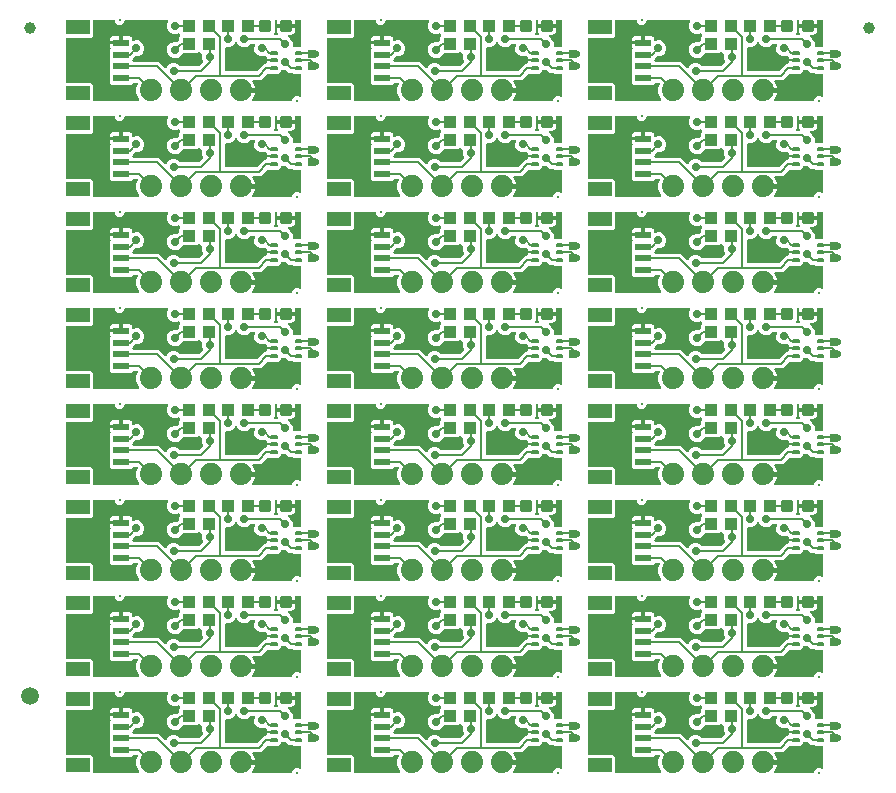
<source format=gtl>
G04 EAGLE Gerber RS-274X export*
G75*
%MOMM*%
%FSLAX34Y34*%
%LPD*%
%INTop Copper*%
%IPPOS*%
%AMOC8*
5,1,8,0,0,1.08239X$1,22.5*%
G01*
%ADD10C,0.200000*%
%ADD11R,2.000000X1.200000*%
%ADD12R,1.350000X0.600000*%
%ADD13C,1.879600*%
%ADD14R,1.100000X1.000000*%
%ADD15C,0.300000*%
%ADD16C,0.177800*%
%ADD17C,0.558800*%
%ADD18R,0.762000X0.762000*%
%ADD19C,1.000000*%
%ADD20C,1.500000*%
%ADD21C,0.736600*%

G36*
X507227Y329065D02*
X507227Y329065D01*
X507278Y329064D01*
X507357Y329085D01*
X507438Y329098D01*
X507485Y329120D01*
X507535Y329134D01*
X507604Y329178D01*
X507678Y329213D01*
X507715Y329249D01*
X507759Y329276D01*
X507812Y329339D01*
X507872Y329395D01*
X507898Y329440D01*
X507931Y329479D01*
X507963Y329554D01*
X508004Y329625D01*
X508015Y329676D01*
X508035Y329723D01*
X508044Y329805D01*
X508062Y329885D01*
X508057Y329936D01*
X508063Y329988D01*
X508047Y330068D01*
X508040Y330150D01*
X508021Y330198D01*
X508011Y330248D01*
X507983Y330292D01*
X507941Y330397D01*
X507828Y330536D01*
X507804Y330574D01*
X507608Y330770D01*
X505713Y335344D01*
X505713Y340296D01*
X506775Y342860D01*
X506790Y342921D01*
X506815Y342978D01*
X506822Y343049D01*
X506839Y343118D01*
X506836Y343180D01*
X506842Y343242D01*
X506828Y343312D01*
X506824Y343384D01*
X506802Y343442D01*
X506790Y343503D01*
X506764Y343543D01*
X506731Y343633D01*
X506599Y343802D01*
X506583Y343828D01*
X506389Y344022D01*
X506372Y344035D01*
X506359Y344051D01*
X506265Y344113D01*
X506175Y344180D01*
X506155Y344187D01*
X506138Y344198D01*
X506093Y344208D01*
X505924Y344267D01*
X505811Y344271D01*
X505761Y344282D01*
X503252Y344282D01*
X503231Y344279D01*
X503210Y344281D01*
X503100Y344259D01*
X502989Y344242D01*
X502970Y344233D01*
X502949Y344229D01*
X502911Y344205D01*
X502750Y344127D01*
X502667Y344050D01*
X502624Y344022D01*
X500773Y342171D01*
X484747Y342171D01*
X482961Y343957D01*
X482961Y352483D01*
X483070Y352592D01*
X483131Y352675D01*
X483198Y352753D01*
X483210Y352781D01*
X483228Y352806D01*
X483262Y352903D01*
X483302Y352997D01*
X483305Y353028D01*
X483315Y353057D01*
X483319Y353160D01*
X483330Y353262D01*
X483324Y353292D01*
X483325Y353323D01*
X483298Y353422D01*
X483277Y353522D01*
X483265Y353542D01*
X483255Y353579D01*
X483112Y353803D01*
X483083Y353828D01*
X483070Y353848D01*
X482961Y353957D01*
X482961Y362483D01*
X483070Y362592D01*
X483131Y362675D01*
X483198Y362753D01*
X483210Y362781D01*
X483228Y362806D01*
X483262Y362903D01*
X483302Y362997D01*
X483305Y363028D01*
X483315Y363057D01*
X483319Y363160D01*
X483330Y363262D01*
X483324Y363292D01*
X483325Y363323D01*
X483298Y363422D01*
X483277Y363522D01*
X483265Y363542D01*
X483255Y363579D01*
X483112Y363803D01*
X483083Y363828D01*
X483070Y363848D01*
X482961Y363957D01*
X482961Y372483D01*
X483554Y373076D01*
X483625Y373172D01*
X483699Y373266D01*
X483704Y373279D01*
X483712Y373290D01*
X483751Y373403D01*
X483794Y373514D01*
X483795Y373528D01*
X483799Y373541D01*
X483803Y373660D01*
X483811Y373780D01*
X483808Y373790D01*
X483808Y373806D01*
X483738Y374063D01*
X483706Y374114D01*
X483695Y374148D01*
X483642Y374239D01*
X483469Y374885D01*
X483469Y376721D01*
X492149Y376721D01*
X492250Y376736D01*
X492353Y376744D01*
X492381Y376756D01*
X492412Y376760D01*
X492504Y376805D01*
X492599Y376843D01*
X492623Y376863D01*
X492651Y376876D01*
X492726Y376946D01*
X492806Y377011D01*
X492823Y377037D01*
X492845Y377058D01*
X492896Y377147D01*
X492953Y377232D01*
X492958Y377256D01*
X492977Y377288D01*
X493035Y377548D01*
X493032Y377586D01*
X493037Y377609D01*
X493037Y377943D01*
X493371Y377943D01*
X493473Y377958D01*
X493575Y377967D01*
X493603Y377978D01*
X493634Y377983D01*
X493726Y378027D01*
X493822Y378066D01*
X493845Y378085D01*
X493873Y378098D01*
X493948Y378169D01*
X494028Y378233D01*
X494045Y378259D01*
X494067Y378280D01*
X494118Y378369D01*
X494175Y378454D01*
X494181Y378478D01*
X494199Y378511D01*
X494257Y378770D01*
X494254Y378808D01*
X494259Y378831D01*
X494259Y383761D01*
X499845Y383761D01*
X500491Y383588D01*
X501070Y383253D01*
X501543Y382780D01*
X501878Y382201D01*
X502051Y381555D01*
X502051Y380584D01*
X502052Y380573D01*
X502051Y380563D01*
X502072Y380442D01*
X502091Y380321D01*
X502095Y380311D01*
X502097Y380301D01*
X502153Y380192D01*
X502206Y380081D01*
X502213Y380074D01*
X502218Y380064D01*
X502304Y379977D01*
X502388Y379887D01*
X502397Y379882D01*
X502404Y379874D01*
X502512Y379816D01*
X502618Y379755D01*
X502629Y379753D01*
X502638Y379748D01*
X502758Y379724D01*
X502878Y379697D01*
X502888Y379698D01*
X502899Y379696D01*
X502929Y379702D01*
X503143Y379719D01*
X503231Y379755D01*
X503279Y379763D01*
X504121Y380112D01*
X506799Y380112D01*
X509273Y379087D01*
X511167Y377193D01*
X512192Y374719D01*
X512192Y372041D01*
X511167Y369567D01*
X509273Y367673D01*
X506799Y366648D01*
X504665Y366648D01*
X504644Y366645D01*
X504623Y366647D01*
X504513Y366625D01*
X504402Y366608D01*
X504383Y366599D01*
X504363Y366595D01*
X504324Y366571D01*
X504163Y366493D01*
X504080Y366416D01*
X504037Y366388D01*
X502819Y365170D01*
X502806Y365153D01*
X502790Y365140D01*
X502728Y365046D01*
X502661Y364956D01*
X502654Y364936D01*
X502643Y364919D01*
X502633Y364874D01*
X502574Y364705D01*
X502570Y364592D01*
X502559Y364542D01*
X502559Y363957D01*
X502450Y363848D01*
X502389Y363765D01*
X502322Y363687D01*
X502310Y363659D01*
X502292Y363634D01*
X502258Y363537D01*
X502218Y363443D01*
X502215Y363412D01*
X502205Y363383D01*
X502201Y363280D01*
X502190Y363178D01*
X502196Y363148D01*
X502195Y363117D01*
X502222Y363019D01*
X502242Y362918D01*
X502255Y362898D01*
X502265Y362861D01*
X502408Y362637D01*
X502437Y362612D01*
X502450Y362592D01*
X502624Y362418D01*
X502641Y362405D01*
X502654Y362389D01*
X502747Y362327D01*
X502838Y362260D01*
X502857Y362253D01*
X502875Y362242D01*
X502919Y362232D01*
X503089Y362173D01*
X503201Y362169D01*
X503252Y362158D01*
X524791Y362158D01*
X529773Y357176D01*
X529782Y357169D01*
X529788Y357161D01*
X529888Y357091D01*
X529987Y357018D01*
X529997Y357015D01*
X530006Y357009D01*
X530122Y356971D01*
X530238Y356931D01*
X530249Y356930D01*
X530259Y356927D01*
X530381Y356926D01*
X530504Y356922D01*
X530514Y356924D01*
X530524Y356924D01*
X530642Y356959D01*
X530760Y356991D01*
X530769Y356997D01*
X530779Y357000D01*
X530881Y357068D01*
X530985Y357134D01*
X530991Y357142D01*
X531000Y357148D01*
X531018Y357174D01*
X531157Y357337D01*
X531194Y357425D01*
X531222Y357464D01*
X531503Y358143D01*
X533397Y360037D01*
X535871Y361062D01*
X538549Y361062D01*
X541023Y360037D01*
X542532Y358528D01*
X542549Y358515D01*
X542562Y358499D01*
X542656Y358437D01*
X542746Y358370D01*
X542766Y358363D01*
X542783Y358352D01*
X542828Y358342D01*
X542997Y358283D01*
X543110Y358279D01*
X543160Y358268D01*
X558071Y358268D01*
X558092Y358271D01*
X558113Y358269D01*
X558223Y358291D01*
X558334Y358308D01*
X558353Y358317D01*
X558373Y358321D01*
X558412Y358345D01*
X558573Y358423D01*
X558656Y358500D01*
X558699Y358528D01*
X561789Y361618D01*
X561826Y361668D01*
X561870Y361711D01*
X561904Y361774D01*
X561947Y361832D01*
X561967Y361890D01*
X561997Y361945D01*
X562010Y362015D01*
X562034Y362083D01*
X562036Y362145D01*
X562048Y362206D01*
X562040Y362253D01*
X562043Y362348D01*
X561987Y362555D01*
X561981Y362586D01*
X560958Y365056D01*
X560958Y367734D01*
X561032Y367913D01*
X561035Y367923D01*
X561040Y367932D01*
X561067Y368052D01*
X561096Y368171D01*
X561096Y368182D01*
X561098Y368192D01*
X561088Y368314D01*
X561081Y368437D01*
X561077Y368446D01*
X561076Y368457D01*
X561031Y368571D01*
X560988Y368685D01*
X560981Y368694D01*
X560977Y368704D01*
X560900Y368799D01*
X560825Y368896D01*
X560816Y368902D01*
X560810Y368910D01*
X560707Y368978D01*
X560684Y368995D01*
X559428Y370250D01*
X559345Y370311D01*
X559267Y370378D01*
X559239Y370390D01*
X559214Y370408D01*
X559117Y370442D01*
X559023Y370482D01*
X558992Y370485D01*
X558963Y370495D01*
X558861Y370499D01*
X558758Y370510D01*
X558728Y370504D01*
X558697Y370505D01*
X558598Y370478D01*
X558498Y370457D01*
X558478Y370445D01*
X558441Y370435D01*
X558217Y370292D01*
X558192Y370263D01*
X558172Y370250D01*
X557063Y369141D01*
X545130Y369141D01*
X545069Y369132D01*
X545007Y369133D01*
X544938Y369112D01*
X544867Y369101D01*
X544812Y369075D01*
X544752Y369057D01*
X544693Y369017D01*
X544628Y368986D01*
X544583Y368943D01*
X544531Y368909D01*
X544504Y368870D01*
X544434Y368804D01*
X544328Y368619D01*
X544310Y368593D01*
X544187Y368297D01*
X542293Y366403D01*
X539819Y365378D01*
X537141Y365378D01*
X534667Y366403D01*
X532773Y368297D01*
X531748Y370771D01*
X531748Y373449D01*
X532773Y375923D01*
X534667Y377817D01*
X537141Y378842D01*
X539275Y378842D01*
X539296Y378845D01*
X539317Y378843D01*
X539427Y378865D01*
X539538Y378882D01*
X539557Y378891D01*
X539577Y378895D01*
X539616Y378919D01*
X539777Y378997D01*
X539860Y379074D01*
X539903Y379102D01*
X541491Y380690D01*
X541504Y380707D01*
X541520Y380720D01*
X541582Y380814D01*
X541649Y380904D01*
X541656Y380924D01*
X541667Y380941D01*
X541677Y380986D01*
X541736Y381155D01*
X541740Y381268D01*
X541751Y381318D01*
X541751Y383453D01*
X542480Y384182D01*
X542541Y384265D01*
X542608Y384343D01*
X542620Y384371D01*
X542638Y384396D01*
X542672Y384493D01*
X542712Y384587D01*
X542715Y384618D01*
X542725Y384647D01*
X542729Y384749D01*
X542740Y384852D01*
X542734Y384882D01*
X542735Y384913D01*
X542708Y385012D01*
X542687Y385112D01*
X542675Y385132D01*
X542665Y385169D01*
X542522Y385393D01*
X542493Y385418D01*
X542480Y385438D01*
X541937Y385982D01*
X541887Y386019D01*
X541843Y386063D01*
X541780Y386097D01*
X541723Y386140D01*
X541664Y386160D01*
X541610Y386189D01*
X541539Y386203D01*
X541472Y386227D01*
X541410Y386229D01*
X541349Y386241D01*
X541301Y386233D01*
X541206Y386236D01*
X540999Y386180D01*
X540969Y386174D01*
X539819Y385698D01*
X537141Y385698D01*
X534667Y386723D01*
X532773Y388617D01*
X531748Y391091D01*
X531748Y393769D01*
X532736Y396154D01*
X532739Y396164D01*
X532744Y396173D01*
X532771Y396293D01*
X532800Y396412D01*
X532799Y396423D01*
X532802Y396433D01*
X532792Y396555D01*
X532785Y396678D01*
X532781Y396687D01*
X532780Y396698D01*
X532734Y396812D01*
X532691Y396926D01*
X532685Y396935D01*
X532681Y396945D01*
X532604Y397040D01*
X532529Y397137D01*
X532520Y397143D01*
X532514Y397151D01*
X532411Y397219D01*
X532311Y397289D01*
X532301Y397293D01*
X532292Y397298D01*
X532262Y397305D01*
X532058Y397371D01*
X531963Y397372D01*
X531916Y397382D01*
X496427Y397382D01*
X496325Y397367D01*
X496223Y397359D01*
X496195Y397347D01*
X496164Y397342D01*
X496072Y397298D01*
X495976Y397260D01*
X495953Y397240D01*
X495925Y397227D01*
X495850Y397157D01*
X495770Y397092D01*
X495753Y397066D01*
X495731Y397045D01*
X495680Y396956D01*
X495623Y396871D01*
X495617Y396847D01*
X495599Y396815D01*
X495541Y396555D01*
X495544Y396517D01*
X495539Y396494D01*
X495539Y395833D01*
X493167Y393461D01*
X489813Y393461D01*
X487441Y395833D01*
X487441Y396494D01*
X487426Y396596D01*
X487418Y396698D01*
X487406Y396726D01*
X487401Y396757D01*
X487357Y396849D01*
X487319Y396945D01*
X487299Y396968D01*
X487286Y396996D01*
X487216Y397071D01*
X487151Y397151D01*
X487125Y397168D01*
X487104Y397190D01*
X487015Y397241D01*
X486930Y397298D01*
X486906Y397304D01*
X486874Y397322D01*
X486614Y397380D01*
X486576Y397377D01*
X486553Y397382D01*
X469947Y397382D01*
X469845Y397367D01*
X469743Y397359D01*
X469715Y397347D01*
X469684Y397342D01*
X469592Y397298D01*
X469496Y397260D01*
X469473Y397240D01*
X469445Y397227D01*
X469370Y397157D01*
X469290Y397092D01*
X469273Y397066D01*
X469251Y397045D01*
X469200Y396956D01*
X469143Y396871D01*
X469137Y396847D01*
X469119Y396815D01*
X469061Y396555D01*
X469064Y396517D01*
X469059Y396494D01*
X469059Y383957D01*
X467273Y382171D01*
X446786Y382171D01*
X446684Y382156D01*
X446582Y382148D01*
X446554Y382136D01*
X446523Y382131D01*
X446431Y382087D01*
X446335Y382049D01*
X446312Y382029D01*
X446284Y382016D01*
X446209Y381946D01*
X446129Y381881D01*
X446112Y381855D01*
X446090Y381834D01*
X446039Y381745D01*
X445982Y381660D01*
X445976Y381636D01*
X445958Y381604D01*
X445900Y381344D01*
X445903Y381306D01*
X445898Y381283D01*
X445898Y345157D01*
X445913Y345055D01*
X445921Y344953D01*
X445933Y344925D01*
X445938Y344894D01*
X445982Y344802D01*
X446020Y344706D01*
X446040Y344683D01*
X446053Y344655D01*
X446123Y344580D01*
X446188Y344500D01*
X446214Y344483D01*
X446235Y344461D01*
X446324Y344410D01*
X446409Y344353D01*
X446433Y344347D01*
X446465Y344329D01*
X446725Y344271D01*
X446763Y344274D01*
X446786Y344269D01*
X467273Y344269D01*
X469059Y342483D01*
X469059Y329946D01*
X469074Y329844D01*
X469082Y329742D01*
X469094Y329714D01*
X469099Y329683D01*
X469143Y329591D01*
X469181Y329495D01*
X469201Y329472D01*
X469214Y329444D01*
X469284Y329369D01*
X469349Y329289D01*
X469375Y329272D01*
X469396Y329250D01*
X469485Y329199D01*
X469570Y329142D01*
X469594Y329136D01*
X469626Y329118D01*
X469886Y329060D01*
X469924Y329063D01*
X469947Y329058D01*
X507176Y329058D01*
X507227Y329065D01*
G37*
G36*
X65267Y3945D02*
X65267Y3945D01*
X65318Y3944D01*
X65397Y3965D01*
X65478Y3978D01*
X65525Y4000D01*
X65575Y4014D01*
X65644Y4058D01*
X65718Y4093D01*
X65755Y4129D01*
X65799Y4156D01*
X65852Y4219D01*
X65912Y4275D01*
X65938Y4320D01*
X65971Y4359D01*
X66003Y4434D01*
X66044Y4505D01*
X66055Y4556D01*
X66075Y4603D01*
X66084Y4685D01*
X66102Y4765D01*
X66097Y4816D01*
X66103Y4868D01*
X66087Y4948D01*
X66080Y5030D01*
X66061Y5078D01*
X66051Y5128D01*
X66023Y5172D01*
X65981Y5277D01*
X65868Y5416D01*
X65844Y5454D01*
X65648Y5650D01*
X63753Y10224D01*
X63753Y15176D01*
X64815Y17740D01*
X64830Y17801D01*
X64855Y17858D01*
X64862Y17929D01*
X64879Y17998D01*
X64876Y18060D01*
X64882Y18122D01*
X64868Y18192D01*
X64864Y18264D01*
X64842Y18322D01*
X64830Y18383D01*
X64804Y18423D01*
X64771Y18513D01*
X64639Y18682D01*
X64623Y18708D01*
X64429Y18902D01*
X64412Y18915D01*
X64399Y18931D01*
X64305Y18993D01*
X64215Y19060D01*
X64195Y19067D01*
X64178Y19078D01*
X64133Y19088D01*
X63964Y19147D01*
X63851Y19151D01*
X63801Y19162D01*
X61292Y19162D01*
X61271Y19159D01*
X61250Y19161D01*
X61140Y19139D01*
X61029Y19122D01*
X61010Y19113D01*
X60989Y19109D01*
X60951Y19085D01*
X60790Y19007D01*
X60707Y18930D01*
X60664Y18902D01*
X58813Y17051D01*
X42787Y17051D01*
X41001Y18837D01*
X41001Y27363D01*
X41110Y27472D01*
X41171Y27555D01*
X41238Y27633D01*
X41250Y27661D01*
X41268Y27686D01*
X41302Y27783D01*
X41342Y27877D01*
X41345Y27908D01*
X41355Y27937D01*
X41359Y28040D01*
X41370Y28142D01*
X41364Y28172D01*
X41365Y28203D01*
X41338Y28302D01*
X41317Y28402D01*
X41305Y28422D01*
X41295Y28459D01*
X41152Y28683D01*
X41123Y28708D01*
X41110Y28728D01*
X41001Y28837D01*
X41001Y37363D01*
X41110Y37472D01*
X41171Y37555D01*
X41238Y37633D01*
X41250Y37661D01*
X41268Y37686D01*
X41302Y37783D01*
X41342Y37877D01*
X41345Y37908D01*
X41355Y37937D01*
X41359Y38040D01*
X41370Y38142D01*
X41364Y38172D01*
X41365Y38203D01*
X41338Y38302D01*
X41317Y38402D01*
X41305Y38422D01*
X41295Y38459D01*
X41152Y38683D01*
X41123Y38708D01*
X41110Y38728D01*
X41001Y38837D01*
X41001Y47363D01*
X41594Y47956D01*
X41665Y48052D01*
X41739Y48146D01*
X41744Y48159D01*
X41752Y48170D01*
X41791Y48283D01*
X41834Y48394D01*
X41835Y48408D01*
X41839Y48421D01*
X41843Y48540D01*
X41851Y48660D01*
X41848Y48670D01*
X41848Y48686D01*
X41778Y48943D01*
X41746Y48994D01*
X41735Y49028D01*
X41682Y49119D01*
X41509Y49765D01*
X41509Y51601D01*
X50189Y51601D01*
X50290Y51616D01*
X50393Y51624D01*
X50421Y51636D01*
X50452Y51640D01*
X50544Y51685D01*
X50639Y51723D01*
X50663Y51743D01*
X50691Y51756D01*
X50766Y51826D01*
X50846Y51891D01*
X50863Y51917D01*
X50885Y51938D01*
X50936Y52027D01*
X50993Y52112D01*
X50998Y52136D01*
X51017Y52168D01*
X51075Y52428D01*
X51072Y52466D01*
X51077Y52489D01*
X51077Y52823D01*
X51411Y52823D01*
X51513Y52838D01*
X51615Y52847D01*
X51643Y52858D01*
X51674Y52863D01*
X51766Y52907D01*
X51862Y52946D01*
X51885Y52965D01*
X51913Y52978D01*
X51988Y53049D01*
X52068Y53113D01*
X52085Y53139D01*
X52107Y53160D01*
X52158Y53249D01*
X52215Y53334D01*
X52221Y53358D01*
X52239Y53391D01*
X52297Y53650D01*
X52294Y53688D01*
X52299Y53711D01*
X52299Y58641D01*
X57885Y58641D01*
X58531Y58468D01*
X59110Y58133D01*
X59583Y57660D01*
X59918Y57081D01*
X60091Y56435D01*
X60091Y55464D01*
X60092Y55453D01*
X60091Y55443D01*
X60112Y55322D01*
X60131Y55201D01*
X60135Y55191D01*
X60137Y55181D01*
X60193Y55072D01*
X60246Y54961D01*
X60253Y54954D01*
X60258Y54944D01*
X60344Y54857D01*
X60428Y54767D01*
X60437Y54762D01*
X60444Y54754D01*
X60552Y54696D01*
X60658Y54635D01*
X60669Y54633D01*
X60678Y54628D01*
X60798Y54604D01*
X60918Y54577D01*
X60928Y54578D01*
X60939Y54576D01*
X60969Y54582D01*
X61183Y54599D01*
X61271Y54635D01*
X61319Y54643D01*
X62161Y54992D01*
X64839Y54992D01*
X67313Y53967D01*
X69207Y52073D01*
X70232Y49599D01*
X70232Y46921D01*
X69207Y44447D01*
X67313Y42553D01*
X64839Y41528D01*
X62705Y41528D01*
X62684Y41525D01*
X62663Y41527D01*
X62553Y41505D01*
X62442Y41488D01*
X62423Y41479D01*
X62403Y41475D01*
X62364Y41451D01*
X62203Y41373D01*
X62120Y41296D01*
X62077Y41268D01*
X60859Y40050D01*
X60846Y40033D01*
X60830Y40020D01*
X60768Y39926D01*
X60701Y39836D01*
X60694Y39816D01*
X60683Y39799D01*
X60673Y39754D01*
X60614Y39585D01*
X60610Y39472D01*
X60599Y39422D01*
X60599Y38837D01*
X60490Y38728D01*
X60429Y38646D01*
X60362Y38567D01*
X60350Y38539D01*
X60332Y38514D01*
X60298Y38417D01*
X60258Y38323D01*
X60255Y38292D01*
X60245Y38263D01*
X60241Y38161D01*
X60230Y38058D01*
X60236Y38028D01*
X60235Y37997D01*
X60262Y37899D01*
X60283Y37798D01*
X60295Y37777D01*
X60305Y37741D01*
X60448Y37517D01*
X60477Y37492D01*
X60490Y37472D01*
X60664Y37298D01*
X60681Y37285D01*
X60694Y37269D01*
X60787Y37207D01*
X60878Y37140D01*
X60897Y37133D01*
X60915Y37122D01*
X60959Y37112D01*
X61129Y37053D01*
X61241Y37049D01*
X61292Y37038D01*
X82831Y37038D01*
X87813Y32056D01*
X87822Y32049D01*
X87828Y32041D01*
X87928Y31971D01*
X88027Y31898D01*
X88037Y31895D01*
X88046Y31889D01*
X88162Y31851D01*
X88278Y31811D01*
X88289Y31810D01*
X88299Y31807D01*
X88421Y31806D01*
X88544Y31802D01*
X88554Y31804D01*
X88564Y31804D01*
X88682Y31839D01*
X88800Y31871D01*
X88809Y31877D01*
X88819Y31880D01*
X88921Y31948D01*
X89025Y32014D01*
X89031Y32022D01*
X89040Y32028D01*
X89058Y32053D01*
X89197Y32217D01*
X89234Y32304D01*
X89262Y32344D01*
X89543Y33023D01*
X91437Y34917D01*
X93911Y35942D01*
X96589Y35942D01*
X99063Y34917D01*
X100572Y33408D01*
X100589Y33395D01*
X100602Y33379D01*
X100696Y33317D01*
X100786Y33250D01*
X100806Y33243D01*
X100823Y33232D01*
X100868Y33222D01*
X101037Y33163D01*
X101150Y33159D01*
X101200Y33148D01*
X116111Y33148D01*
X116132Y33151D01*
X116153Y33149D01*
X116263Y33171D01*
X116374Y33188D01*
X116393Y33197D01*
X116413Y33201D01*
X116452Y33225D01*
X116613Y33303D01*
X116696Y33380D01*
X116739Y33408D01*
X119829Y36498D01*
X119866Y36548D01*
X119910Y36591D01*
X119944Y36654D01*
X119987Y36712D01*
X120007Y36770D01*
X120037Y36825D01*
X120050Y36895D01*
X120074Y36963D01*
X120076Y37025D01*
X120088Y37086D01*
X120080Y37133D01*
X120083Y37228D01*
X120027Y37435D01*
X120021Y37466D01*
X118998Y39936D01*
X118998Y42614D01*
X119072Y42793D01*
X119075Y42803D01*
X119080Y42812D01*
X119107Y42932D01*
X119136Y43051D01*
X119136Y43062D01*
X119138Y43072D01*
X119128Y43194D01*
X119121Y43316D01*
X119117Y43326D01*
X119116Y43337D01*
X119071Y43451D01*
X119028Y43565D01*
X119021Y43574D01*
X119017Y43584D01*
X118940Y43679D01*
X118865Y43776D01*
X118856Y43782D01*
X118850Y43790D01*
X118747Y43858D01*
X118723Y43875D01*
X117468Y45130D01*
X117385Y45191D01*
X117307Y45258D01*
X117279Y45270D01*
X117254Y45288D01*
X117157Y45322D01*
X117063Y45362D01*
X117032Y45365D01*
X117003Y45375D01*
X116901Y45379D01*
X116798Y45390D01*
X116768Y45384D01*
X116737Y45385D01*
X116638Y45358D01*
X116538Y45337D01*
X116518Y45325D01*
X116481Y45315D01*
X116257Y45172D01*
X116232Y45143D01*
X116212Y45130D01*
X115103Y44021D01*
X103170Y44021D01*
X103109Y44012D01*
X103047Y44013D01*
X102978Y43992D01*
X102907Y43981D01*
X102852Y43955D01*
X102792Y43937D01*
X102733Y43897D01*
X102668Y43866D01*
X102623Y43823D01*
X102571Y43789D01*
X102544Y43750D01*
X102474Y43684D01*
X102368Y43499D01*
X102350Y43473D01*
X102227Y43177D01*
X100333Y41283D01*
X97859Y40258D01*
X95181Y40258D01*
X92707Y41283D01*
X90813Y43177D01*
X89788Y45651D01*
X89788Y48329D01*
X90813Y50803D01*
X92707Y52697D01*
X95181Y53722D01*
X97315Y53722D01*
X97336Y53725D01*
X97357Y53723D01*
X97467Y53745D01*
X97578Y53762D01*
X97597Y53771D01*
X97617Y53775D01*
X97656Y53799D01*
X97817Y53877D01*
X97900Y53954D01*
X97943Y53982D01*
X99531Y55570D01*
X99544Y55587D01*
X99560Y55600D01*
X99622Y55694D01*
X99689Y55784D01*
X99696Y55804D01*
X99707Y55821D01*
X99717Y55866D01*
X99776Y56035D01*
X99780Y56148D01*
X99791Y56198D01*
X99791Y58333D01*
X100520Y59062D01*
X100581Y59145D01*
X100648Y59223D01*
X100660Y59251D01*
X100678Y59276D01*
X100712Y59373D01*
X100752Y59467D01*
X100755Y59498D01*
X100765Y59527D01*
X100769Y59629D01*
X100780Y59732D01*
X100774Y59762D01*
X100775Y59793D01*
X100748Y59892D01*
X100727Y59992D01*
X100715Y60012D01*
X100705Y60049D01*
X100562Y60273D01*
X100533Y60298D01*
X100520Y60318D01*
X99977Y60862D01*
X99927Y60899D01*
X99883Y60943D01*
X99820Y60977D01*
X99763Y61020D01*
X99704Y61040D01*
X99650Y61069D01*
X99579Y61083D01*
X99512Y61107D01*
X99450Y61109D01*
X99389Y61121D01*
X99341Y61113D01*
X99246Y61116D01*
X99039Y61060D01*
X99009Y61054D01*
X97859Y60578D01*
X95181Y60578D01*
X92707Y61603D01*
X90813Y63497D01*
X89788Y65971D01*
X89788Y68649D01*
X90776Y71034D01*
X90779Y71044D01*
X90784Y71053D01*
X90811Y71173D01*
X90840Y71292D01*
X90839Y71303D01*
X90842Y71313D01*
X90832Y71435D01*
X90825Y71558D01*
X90821Y71567D01*
X90820Y71578D01*
X90774Y71692D01*
X90731Y71806D01*
X90725Y71815D01*
X90721Y71825D01*
X90644Y71920D01*
X90569Y72017D01*
X90560Y72023D01*
X90553Y72031D01*
X90451Y72099D01*
X90351Y72169D01*
X90341Y72173D01*
X90332Y72178D01*
X90302Y72185D01*
X90098Y72251D01*
X90003Y72252D01*
X89956Y72262D01*
X54467Y72262D01*
X54365Y72247D01*
X54263Y72239D01*
X54235Y72227D01*
X54204Y72222D01*
X54112Y72178D01*
X54016Y72140D01*
X53993Y72120D01*
X53965Y72107D01*
X53890Y72037D01*
X53810Y71972D01*
X53793Y71946D01*
X53771Y71925D01*
X53720Y71836D01*
X53663Y71751D01*
X53657Y71727D01*
X53639Y71695D01*
X53581Y71435D01*
X53584Y71397D01*
X53579Y71374D01*
X53579Y70713D01*
X51207Y68341D01*
X47853Y68341D01*
X45481Y70713D01*
X45481Y71374D01*
X45466Y71476D01*
X45458Y71578D01*
X45446Y71606D01*
X45441Y71637D01*
X45397Y71729D01*
X45359Y71825D01*
X45339Y71848D01*
X45326Y71876D01*
X45256Y71951D01*
X45191Y72031D01*
X45165Y72048D01*
X45144Y72070D01*
X45055Y72121D01*
X44970Y72178D01*
X44946Y72184D01*
X44914Y72202D01*
X44654Y72260D01*
X44616Y72257D01*
X44593Y72262D01*
X27987Y72262D01*
X27885Y72247D01*
X27783Y72239D01*
X27755Y72227D01*
X27724Y72222D01*
X27632Y72178D01*
X27536Y72140D01*
X27513Y72120D01*
X27485Y72107D01*
X27410Y72037D01*
X27330Y71972D01*
X27313Y71946D01*
X27291Y71925D01*
X27240Y71836D01*
X27183Y71751D01*
X27177Y71727D01*
X27159Y71695D01*
X27101Y71435D01*
X27104Y71397D01*
X27099Y71374D01*
X27099Y58837D01*
X25313Y57051D01*
X4826Y57051D01*
X4724Y57036D01*
X4622Y57028D01*
X4594Y57016D01*
X4563Y57011D01*
X4471Y56967D01*
X4375Y56929D01*
X4352Y56909D01*
X4324Y56896D01*
X4249Y56826D01*
X4169Y56761D01*
X4152Y56735D01*
X4130Y56714D01*
X4079Y56625D01*
X4022Y56540D01*
X4016Y56516D01*
X3998Y56484D01*
X3940Y56224D01*
X3943Y56186D01*
X3938Y56163D01*
X3938Y20037D01*
X3953Y19935D01*
X3961Y19833D01*
X3973Y19805D01*
X3978Y19774D01*
X4022Y19682D01*
X4060Y19586D01*
X4080Y19563D01*
X4093Y19535D01*
X4163Y19460D01*
X4228Y19380D01*
X4254Y19363D01*
X4275Y19341D01*
X4364Y19290D01*
X4449Y19233D01*
X4473Y19227D01*
X4505Y19209D01*
X4765Y19151D01*
X4803Y19154D01*
X4826Y19149D01*
X25313Y19149D01*
X27099Y17363D01*
X27099Y4826D01*
X27114Y4724D01*
X27122Y4622D01*
X27134Y4594D01*
X27139Y4563D01*
X27183Y4471D01*
X27221Y4375D01*
X27241Y4352D01*
X27254Y4324D01*
X27324Y4249D01*
X27389Y4169D01*
X27415Y4152D01*
X27436Y4130D01*
X27525Y4079D01*
X27610Y4022D01*
X27634Y4016D01*
X27666Y3998D01*
X27926Y3940D01*
X27964Y3943D01*
X27987Y3938D01*
X65216Y3938D01*
X65267Y3945D01*
G37*
G36*
X65267Y572905D02*
X65267Y572905D01*
X65318Y572904D01*
X65397Y572925D01*
X65478Y572938D01*
X65525Y572960D01*
X65575Y572974D01*
X65644Y573018D01*
X65718Y573053D01*
X65755Y573089D01*
X65799Y573116D01*
X65852Y573179D01*
X65912Y573235D01*
X65938Y573280D01*
X65971Y573319D01*
X66003Y573394D01*
X66044Y573465D01*
X66055Y573516D01*
X66075Y573563D01*
X66084Y573645D01*
X66102Y573725D01*
X66097Y573776D01*
X66103Y573828D01*
X66087Y573908D01*
X66080Y573990D01*
X66061Y574038D01*
X66051Y574088D01*
X66023Y574132D01*
X65981Y574237D01*
X65868Y574376D01*
X65844Y574414D01*
X65648Y574610D01*
X63753Y579184D01*
X63753Y584136D01*
X64815Y586700D01*
X64830Y586760D01*
X64855Y586817D01*
X64862Y586889D01*
X64879Y586958D01*
X64876Y587020D01*
X64882Y587082D01*
X64868Y587152D01*
X64864Y587224D01*
X64842Y587282D01*
X64830Y587343D01*
X64804Y587383D01*
X64771Y587473D01*
X64640Y587642D01*
X64623Y587668D01*
X64429Y587862D01*
X64412Y587875D01*
X64399Y587891D01*
X64305Y587953D01*
X64215Y588020D01*
X64195Y588027D01*
X64178Y588038D01*
X64133Y588048D01*
X63964Y588107D01*
X63851Y588111D01*
X63801Y588122D01*
X61292Y588122D01*
X61271Y588119D01*
X61250Y588121D01*
X61140Y588099D01*
X61029Y588082D01*
X61010Y588073D01*
X60989Y588069D01*
X60951Y588045D01*
X60790Y587967D01*
X60707Y587890D01*
X60664Y587862D01*
X58813Y586011D01*
X42787Y586011D01*
X41001Y587797D01*
X41001Y596323D01*
X41110Y596432D01*
X41171Y596515D01*
X41238Y596593D01*
X41250Y596621D01*
X41268Y596646D01*
X41302Y596743D01*
X41342Y596837D01*
X41345Y596868D01*
X41355Y596897D01*
X41359Y597000D01*
X41370Y597102D01*
X41364Y597132D01*
X41365Y597163D01*
X41338Y597262D01*
X41317Y597362D01*
X41305Y597382D01*
X41295Y597419D01*
X41152Y597643D01*
X41123Y597668D01*
X41110Y597688D01*
X41001Y597797D01*
X41001Y606323D01*
X41110Y606432D01*
X41171Y606515D01*
X41238Y606593D01*
X41250Y606621D01*
X41268Y606646D01*
X41302Y606743D01*
X41342Y606837D01*
X41345Y606868D01*
X41355Y606897D01*
X41359Y607000D01*
X41370Y607102D01*
X41364Y607132D01*
X41365Y607163D01*
X41338Y607262D01*
X41317Y607362D01*
X41305Y607382D01*
X41295Y607419D01*
X41152Y607643D01*
X41123Y607668D01*
X41110Y607688D01*
X41001Y607797D01*
X41001Y616323D01*
X41594Y616916D01*
X41665Y617012D01*
X41739Y617106D01*
X41744Y617119D01*
X41752Y617130D01*
X41791Y617243D01*
X41834Y617354D01*
X41835Y617368D01*
X41839Y617381D01*
X41843Y617500D01*
X41851Y617620D01*
X41848Y617630D01*
X41848Y617646D01*
X41778Y617903D01*
X41746Y617954D01*
X41735Y617988D01*
X41682Y618079D01*
X41509Y618725D01*
X41509Y620561D01*
X50189Y620561D01*
X50290Y620576D01*
X50393Y620584D01*
X50421Y620596D01*
X50452Y620600D01*
X50544Y620645D01*
X50639Y620683D01*
X50663Y620703D01*
X50691Y620716D01*
X50766Y620786D01*
X50846Y620851D01*
X50863Y620877D01*
X50885Y620898D01*
X50936Y620987D01*
X50993Y621072D01*
X50998Y621096D01*
X51017Y621128D01*
X51075Y621388D01*
X51072Y621426D01*
X51077Y621449D01*
X51077Y621783D01*
X51411Y621783D01*
X51513Y621798D01*
X51615Y621807D01*
X51643Y621818D01*
X51674Y621823D01*
X51766Y621867D01*
X51862Y621906D01*
X51885Y621925D01*
X51913Y621938D01*
X51988Y622009D01*
X52068Y622073D01*
X52085Y622099D01*
X52107Y622120D01*
X52158Y622209D01*
X52215Y622294D01*
X52221Y622318D01*
X52239Y622351D01*
X52297Y622610D01*
X52294Y622648D01*
X52299Y622671D01*
X52299Y627601D01*
X57885Y627601D01*
X58531Y627428D01*
X59110Y627093D01*
X59583Y626620D01*
X59918Y626041D01*
X60091Y625395D01*
X60091Y624424D01*
X60092Y624413D01*
X60091Y624403D01*
X60112Y624282D01*
X60131Y624161D01*
X60135Y624151D01*
X60137Y624141D01*
X60193Y624032D01*
X60246Y623921D01*
X60254Y623914D01*
X60258Y623904D01*
X60344Y623817D01*
X60428Y623727D01*
X60437Y623722D01*
X60444Y623714D01*
X60552Y623656D01*
X60658Y623595D01*
X60669Y623593D01*
X60678Y623588D01*
X60798Y623564D01*
X60918Y623537D01*
X60928Y623538D01*
X60939Y623536D01*
X60969Y623542D01*
X61183Y623559D01*
X61271Y623595D01*
X61319Y623603D01*
X62161Y623952D01*
X64839Y623952D01*
X67313Y622927D01*
X69207Y621033D01*
X70232Y618559D01*
X70232Y615881D01*
X69207Y613407D01*
X67313Y611513D01*
X64839Y610488D01*
X62705Y610488D01*
X62684Y610485D01*
X62663Y610487D01*
X62553Y610465D01*
X62442Y610448D01*
X62423Y610439D01*
X62403Y610435D01*
X62364Y610411D01*
X62203Y610333D01*
X62120Y610256D01*
X62077Y610228D01*
X60859Y609010D01*
X60846Y608993D01*
X60830Y608980D01*
X60768Y608886D01*
X60701Y608796D01*
X60694Y608776D01*
X60683Y608759D01*
X60673Y608714D01*
X60614Y608545D01*
X60610Y608432D01*
X60599Y608382D01*
X60599Y607797D01*
X60490Y607688D01*
X60429Y607606D01*
X60362Y607527D01*
X60350Y607499D01*
X60332Y607474D01*
X60298Y607377D01*
X60258Y607283D01*
X60255Y607252D01*
X60245Y607223D01*
X60241Y607121D01*
X60230Y607018D01*
X60236Y606988D01*
X60235Y606957D01*
X60262Y606859D01*
X60283Y606758D01*
X60295Y606737D01*
X60305Y606701D01*
X60448Y606477D01*
X60477Y606452D01*
X60490Y606432D01*
X60664Y606258D01*
X60681Y606245D01*
X60694Y606229D01*
X60787Y606167D01*
X60878Y606100D01*
X60897Y606093D01*
X60915Y606082D01*
X60959Y606072D01*
X61129Y606013D01*
X61241Y606009D01*
X61292Y605998D01*
X82831Y605998D01*
X87813Y601016D01*
X87822Y601009D01*
X87828Y601001D01*
X87928Y600931D01*
X88027Y600858D01*
X88037Y600855D01*
X88046Y600849D01*
X88162Y600811D01*
X88278Y600771D01*
X88289Y600770D01*
X88299Y600767D01*
X88421Y600766D01*
X88544Y600762D01*
X88554Y600764D01*
X88564Y600764D01*
X88682Y600799D01*
X88800Y600831D01*
X88809Y600837D01*
X88819Y600840D01*
X88921Y600908D01*
X89025Y600974D01*
X89031Y600982D01*
X89040Y600988D01*
X89058Y601013D01*
X89197Y601177D01*
X89234Y601264D01*
X89262Y601304D01*
X89543Y601983D01*
X91437Y603877D01*
X93911Y604902D01*
X96589Y604902D01*
X99063Y603877D01*
X100572Y602368D01*
X100589Y602355D01*
X100602Y602339D01*
X100696Y602277D01*
X100786Y602210D01*
X100806Y602203D01*
X100824Y602192D01*
X100868Y602182D01*
X101037Y602123D01*
X101150Y602119D01*
X101200Y602108D01*
X116111Y602108D01*
X116132Y602111D01*
X116153Y602109D01*
X116263Y602131D01*
X116374Y602148D01*
X116393Y602157D01*
X116413Y602161D01*
X116452Y602185D01*
X116613Y602263D01*
X116696Y602340D01*
X116739Y602368D01*
X119829Y605458D01*
X119866Y605508D01*
X119910Y605551D01*
X119944Y605614D01*
X119987Y605672D01*
X120007Y605730D01*
X120037Y605785D01*
X120050Y605855D01*
X120074Y605923D01*
X120076Y605985D01*
X120088Y606046D01*
X120080Y606093D01*
X120083Y606188D01*
X120027Y606395D01*
X120021Y606426D01*
X118998Y608896D01*
X118998Y611574D01*
X119072Y611753D01*
X119075Y611763D01*
X119080Y611772D01*
X119107Y611892D01*
X119136Y612011D01*
X119136Y612022D01*
X119138Y612032D01*
X119128Y612154D01*
X119121Y612276D01*
X119117Y612286D01*
X119116Y612297D01*
X119071Y612411D01*
X119028Y612525D01*
X119021Y612534D01*
X119017Y612544D01*
X118940Y612639D01*
X118865Y612736D01*
X118856Y612742D01*
X118850Y612750D01*
X118747Y612818D01*
X118723Y612835D01*
X117468Y614090D01*
X117385Y614151D01*
X117307Y614218D01*
X117279Y614230D01*
X117254Y614248D01*
X117157Y614282D01*
X117063Y614322D01*
X117032Y614325D01*
X117003Y614335D01*
X116901Y614339D01*
X116798Y614350D01*
X116768Y614344D01*
X116737Y614345D01*
X116638Y614318D01*
X116538Y614297D01*
X116518Y614285D01*
X116481Y614275D01*
X116257Y614132D01*
X116232Y614103D01*
X116212Y614090D01*
X115103Y612981D01*
X103170Y612981D01*
X103109Y612972D01*
X103047Y612973D01*
X102978Y612952D01*
X102907Y612941D01*
X102852Y612915D01*
X102792Y612897D01*
X102733Y612857D01*
X102668Y612826D01*
X102623Y612783D01*
X102571Y612749D01*
X102544Y612710D01*
X102474Y612644D01*
X102368Y612459D01*
X102350Y612433D01*
X102227Y612137D01*
X100333Y610243D01*
X97859Y609218D01*
X95181Y609218D01*
X92707Y610243D01*
X90813Y612137D01*
X89788Y614611D01*
X89788Y617289D01*
X90813Y619763D01*
X92707Y621657D01*
X95181Y622682D01*
X97315Y622682D01*
X97336Y622685D01*
X97357Y622683D01*
X97467Y622705D01*
X97578Y622722D01*
X97597Y622731D01*
X97617Y622735D01*
X97656Y622759D01*
X97817Y622837D01*
X97900Y622914D01*
X97943Y622942D01*
X99531Y624530D01*
X99544Y624547D01*
X99560Y624560D01*
X99622Y624654D01*
X99689Y624744D01*
X99696Y624764D01*
X99707Y624781D01*
X99717Y624826D01*
X99776Y624995D01*
X99780Y625108D01*
X99791Y625158D01*
X99791Y627293D01*
X100520Y628022D01*
X100581Y628105D01*
X100648Y628183D01*
X100660Y628211D01*
X100678Y628236D01*
X100712Y628333D01*
X100752Y628427D01*
X100755Y628458D01*
X100765Y628487D01*
X100769Y628589D01*
X100780Y628692D01*
X100774Y628722D01*
X100775Y628753D01*
X100748Y628852D01*
X100727Y628952D01*
X100715Y628972D01*
X100705Y629009D01*
X100562Y629233D01*
X100533Y629258D01*
X100520Y629278D01*
X99977Y629822D01*
X99927Y629859D01*
X99883Y629903D01*
X99820Y629937D01*
X99763Y629980D01*
X99704Y630000D01*
X99650Y630029D01*
X99579Y630043D01*
X99512Y630067D01*
X99450Y630069D01*
X99389Y630081D01*
X99341Y630073D01*
X99246Y630076D01*
X99039Y630020D01*
X99009Y630014D01*
X97859Y629538D01*
X95181Y629538D01*
X92707Y630563D01*
X90813Y632457D01*
X89788Y634931D01*
X89788Y637609D01*
X90776Y639994D01*
X90779Y640004D01*
X90784Y640013D01*
X90811Y640133D01*
X90840Y640252D01*
X90839Y640263D01*
X90842Y640273D01*
X90832Y640395D01*
X90825Y640518D01*
X90821Y640527D01*
X90820Y640538D01*
X90774Y640652D01*
X90731Y640766D01*
X90725Y640775D01*
X90721Y640785D01*
X90644Y640880D01*
X90569Y640977D01*
X90560Y640983D01*
X90553Y640991D01*
X90451Y641059D01*
X90351Y641129D01*
X90341Y641133D01*
X90332Y641138D01*
X90302Y641145D01*
X90098Y641211D01*
X90003Y641212D01*
X89956Y641222D01*
X54467Y641222D01*
X54365Y641207D01*
X54263Y641199D01*
X54235Y641187D01*
X54204Y641182D01*
X54112Y641138D01*
X54016Y641100D01*
X53993Y641080D01*
X53965Y641067D01*
X53890Y640997D01*
X53810Y640932D01*
X53793Y640906D01*
X53771Y640885D01*
X53720Y640796D01*
X53663Y640711D01*
X53657Y640687D01*
X53639Y640655D01*
X53581Y640395D01*
X53584Y640357D01*
X53579Y640334D01*
X53579Y639673D01*
X51207Y637301D01*
X47853Y637301D01*
X45481Y639673D01*
X45481Y640334D01*
X45466Y640436D01*
X45458Y640538D01*
X45446Y640566D01*
X45441Y640597D01*
X45397Y640689D01*
X45359Y640785D01*
X45339Y640808D01*
X45326Y640836D01*
X45256Y640911D01*
X45191Y640991D01*
X45165Y641008D01*
X45144Y641030D01*
X45055Y641081D01*
X44970Y641138D01*
X44946Y641144D01*
X44914Y641162D01*
X44654Y641220D01*
X44616Y641217D01*
X44593Y641222D01*
X27987Y641222D01*
X27885Y641207D01*
X27783Y641199D01*
X27755Y641187D01*
X27724Y641182D01*
X27632Y641138D01*
X27536Y641100D01*
X27513Y641080D01*
X27485Y641067D01*
X27410Y640997D01*
X27330Y640932D01*
X27313Y640906D01*
X27291Y640885D01*
X27240Y640796D01*
X27183Y640711D01*
X27177Y640687D01*
X27159Y640655D01*
X27101Y640395D01*
X27104Y640357D01*
X27099Y640334D01*
X27099Y627797D01*
X25313Y626011D01*
X4826Y626011D01*
X4724Y625996D01*
X4622Y625988D01*
X4594Y625976D01*
X4563Y625971D01*
X4471Y625927D01*
X4375Y625889D01*
X4352Y625869D01*
X4324Y625856D01*
X4249Y625786D01*
X4169Y625721D01*
X4152Y625695D01*
X4130Y625674D01*
X4079Y625585D01*
X4022Y625500D01*
X4016Y625476D01*
X3998Y625444D01*
X3940Y625184D01*
X3943Y625146D01*
X3938Y625123D01*
X3938Y588997D01*
X3953Y588895D01*
X3961Y588793D01*
X3973Y588765D01*
X3978Y588734D01*
X4022Y588642D01*
X4060Y588546D01*
X4080Y588523D01*
X4093Y588495D01*
X4163Y588420D01*
X4228Y588340D01*
X4254Y588323D01*
X4275Y588301D01*
X4364Y588250D01*
X4449Y588193D01*
X4473Y588187D01*
X4505Y588169D01*
X4765Y588111D01*
X4803Y588114D01*
X4826Y588109D01*
X25313Y588109D01*
X27099Y586323D01*
X27099Y573786D01*
X27114Y573684D01*
X27122Y573582D01*
X27134Y573554D01*
X27139Y573523D01*
X27183Y573431D01*
X27221Y573335D01*
X27241Y573312D01*
X27254Y573284D01*
X27324Y573209D01*
X27389Y573129D01*
X27415Y573112D01*
X27436Y573090D01*
X27525Y573039D01*
X27610Y572982D01*
X27634Y572976D01*
X27666Y572958D01*
X27926Y572900D01*
X27964Y572903D01*
X27987Y572898D01*
X65216Y572898D01*
X65267Y572905D01*
G37*
G36*
X65267Y491625D02*
X65267Y491625D01*
X65318Y491624D01*
X65397Y491645D01*
X65478Y491658D01*
X65525Y491680D01*
X65575Y491694D01*
X65644Y491738D01*
X65718Y491773D01*
X65755Y491809D01*
X65799Y491836D01*
X65852Y491899D01*
X65912Y491955D01*
X65938Y492000D01*
X65971Y492039D01*
X66003Y492114D01*
X66044Y492185D01*
X66055Y492236D01*
X66075Y492283D01*
X66084Y492365D01*
X66102Y492445D01*
X66097Y492496D01*
X66103Y492548D01*
X66087Y492628D01*
X66080Y492710D01*
X66061Y492758D01*
X66051Y492808D01*
X66023Y492852D01*
X65981Y492957D01*
X65868Y493096D01*
X65844Y493134D01*
X65648Y493330D01*
X63753Y497904D01*
X63753Y502856D01*
X64815Y505420D01*
X64830Y505481D01*
X64855Y505538D01*
X64862Y505609D01*
X64879Y505678D01*
X64876Y505740D01*
X64882Y505802D01*
X64868Y505872D01*
X64864Y505944D01*
X64842Y506002D01*
X64830Y506063D01*
X64804Y506103D01*
X64771Y506193D01*
X64639Y506362D01*
X64623Y506388D01*
X64429Y506582D01*
X64412Y506595D01*
X64399Y506611D01*
X64305Y506673D01*
X64215Y506740D01*
X64195Y506747D01*
X64178Y506758D01*
X64133Y506768D01*
X63964Y506827D01*
X63851Y506831D01*
X63801Y506842D01*
X61292Y506842D01*
X61271Y506839D01*
X61250Y506841D01*
X61140Y506819D01*
X61029Y506802D01*
X61010Y506793D01*
X60989Y506789D01*
X60951Y506765D01*
X60790Y506687D01*
X60707Y506610D01*
X60664Y506582D01*
X58813Y504731D01*
X42787Y504731D01*
X41001Y506517D01*
X41001Y515043D01*
X41110Y515152D01*
X41171Y515235D01*
X41238Y515313D01*
X41250Y515341D01*
X41268Y515366D01*
X41302Y515463D01*
X41342Y515557D01*
X41345Y515588D01*
X41355Y515617D01*
X41359Y515720D01*
X41370Y515822D01*
X41364Y515852D01*
X41365Y515883D01*
X41338Y515982D01*
X41317Y516082D01*
X41305Y516102D01*
X41295Y516139D01*
X41152Y516363D01*
X41123Y516388D01*
X41110Y516408D01*
X41001Y516517D01*
X41001Y525043D01*
X41110Y525152D01*
X41171Y525235D01*
X41238Y525313D01*
X41250Y525341D01*
X41268Y525366D01*
X41302Y525463D01*
X41342Y525557D01*
X41345Y525588D01*
X41355Y525617D01*
X41359Y525720D01*
X41370Y525822D01*
X41364Y525852D01*
X41365Y525883D01*
X41338Y525982D01*
X41317Y526082D01*
X41305Y526102D01*
X41295Y526139D01*
X41152Y526363D01*
X41123Y526388D01*
X41110Y526408D01*
X41001Y526517D01*
X41001Y535043D01*
X41594Y535636D01*
X41665Y535732D01*
X41739Y535826D01*
X41744Y535839D01*
X41752Y535850D01*
X41791Y535963D01*
X41834Y536074D01*
X41835Y536088D01*
X41839Y536101D01*
X41843Y536220D01*
X41851Y536340D01*
X41848Y536350D01*
X41848Y536366D01*
X41778Y536623D01*
X41746Y536674D01*
X41735Y536708D01*
X41682Y536799D01*
X41509Y537445D01*
X41509Y539281D01*
X50189Y539281D01*
X50290Y539296D01*
X50393Y539304D01*
X50421Y539316D01*
X50452Y539320D01*
X50544Y539365D01*
X50639Y539403D01*
X50663Y539423D01*
X50691Y539436D01*
X50766Y539506D01*
X50846Y539571D01*
X50863Y539597D01*
X50885Y539618D01*
X50936Y539707D01*
X50993Y539792D01*
X50998Y539816D01*
X51017Y539848D01*
X51075Y540108D01*
X51072Y540146D01*
X51077Y540169D01*
X51077Y540503D01*
X51411Y540503D01*
X51513Y540518D01*
X51615Y540527D01*
X51643Y540538D01*
X51674Y540543D01*
X51766Y540587D01*
X51862Y540626D01*
X51885Y540645D01*
X51913Y540658D01*
X51988Y540729D01*
X52068Y540793D01*
X52085Y540819D01*
X52107Y540840D01*
X52158Y540929D01*
X52215Y541014D01*
X52221Y541038D01*
X52239Y541071D01*
X52297Y541330D01*
X52294Y541368D01*
X52299Y541391D01*
X52299Y546321D01*
X57885Y546321D01*
X58531Y546148D01*
X59110Y545813D01*
X59583Y545340D01*
X59918Y544761D01*
X60091Y544115D01*
X60091Y543144D01*
X60092Y543133D01*
X60091Y543123D01*
X60112Y543002D01*
X60131Y542881D01*
X60135Y542871D01*
X60137Y542861D01*
X60193Y542752D01*
X60246Y542641D01*
X60254Y542634D01*
X60258Y542624D01*
X60344Y542537D01*
X60428Y542447D01*
X60437Y542442D01*
X60444Y542434D01*
X60552Y542376D01*
X60658Y542315D01*
X60669Y542313D01*
X60678Y542308D01*
X60798Y542284D01*
X60918Y542257D01*
X60928Y542258D01*
X60939Y542256D01*
X60969Y542262D01*
X61183Y542279D01*
X61271Y542315D01*
X61319Y542323D01*
X62161Y542672D01*
X64839Y542672D01*
X67313Y541647D01*
X69207Y539753D01*
X70232Y537279D01*
X70232Y534601D01*
X69207Y532127D01*
X67313Y530233D01*
X64839Y529208D01*
X62705Y529208D01*
X62684Y529205D01*
X62663Y529207D01*
X62553Y529185D01*
X62442Y529168D01*
X62423Y529159D01*
X62403Y529155D01*
X62364Y529131D01*
X62203Y529053D01*
X62120Y528976D01*
X62077Y528948D01*
X60859Y527730D01*
X60846Y527713D01*
X60830Y527700D01*
X60768Y527606D01*
X60701Y527516D01*
X60694Y527496D01*
X60683Y527479D01*
X60673Y527434D01*
X60614Y527265D01*
X60610Y527152D01*
X60599Y527102D01*
X60599Y526517D01*
X60490Y526408D01*
X60429Y526326D01*
X60362Y526247D01*
X60350Y526219D01*
X60332Y526194D01*
X60298Y526097D01*
X60258Y526003D01*
X60255Y525972D01*
X60245Y525943D01*
X60241Y525841D01*
X60230Y525738D01*
X60236Y525708D01*
X60235Y525677D01*
X60262Y525579D01*
X60283Y525478D01*
X60295Y525457D01*
X60305Y525421D01*
X60448Y525197D01*
X60477Y525172D01*
X60490Y525152D01*
X60664Y524978D01*
X60681Y524965D01*
X60694Y524949D01*
X60787Y524887D01*
X60878Y524820D01*
X60897Y524813D01*
X60915Y524802D01*
X60959Y524792D01*
X61129Y524733D01*
X61241Y524729D01*
X61292Y524718D01*
X82831Y524718D01*
X87813Y519736D01*
X87822Y519729D01*
X87828Y519721D01*
X87928Y519651D01*
X88027Y519578D01*
X88037Y519575D01*
X88046Y519569D01*
X88162Y519531D01*
X88278Y519491D01*
X88289Y519490D01*
X88299Y519487D01*
X88421Y519486D01*
X88544Y519482D01*
X88554Y519484D01*
X88564Y519484D01*
X88682Y519519D01*
X88800Y519551D01*
X88809Y519557D01*
X88819Y519560D01*
X88921Y519628D01*
X89025Y519694D01*
X89031Y519702D01*
X89040Y519708D01*
X89058Y519733D01*
X89197Y519897D01*
X89234Y519984D01*
X89262Y520024D01*
X89543Y520703D01*
X91437Y522597D01*
X93911Y523622D01*
X96589Y523622D01*
X99063Y522597D01*
X100572Y521088D01*
X100589Y521075D01*
X100602Y521059D01*
X100696Y520997D01*
X100786Y520930D01*
X100806Y520923D01*
X100824Y520912D01*
X100868Y520902D01*
X101037Y520843D01*
X101150Y520839D01*
X101200Y520828D01*
X116111Y520828D01*
X116132Y520831D01*
X116153Y520829D01*
X116263Y520851D01*
X116374Y520868D01*
X116393Y520877D01*
X116413Y520881D01*
X116452Y520905D01*
X116613Y520983D01*
X116696Y521060D01*
X116739Y521088D01*
X119829Y524178D01*
X119866Y524228D01*
X119910Y524271D01*
X119944Y524334D01*
X119987Y524392D01*
X120007Y524450D01*
X120037Y524505D01*
X120050Y524575D01*
X120074Y524643D01*
X120076Y524705D01*
X120088Y524766D01*
X120080Y524813D01*
X120083Y524908D01*
X120027Y525115D01*
X120021Y525146D01*
X118998Y527616D01*
X118998Y530294D01*
X119072Y530473D01*
X119075Y530483D01*
X119080Y530492D01*
X119107Y530612D01*
X119136Y530731D01*
X119136Y530742D01*
X119138Y530752D01*
X119128Y530874D01*
X119121Y530996D01*
X119117Y531006D01*
X119116Y531017D01*
X119071Y531131D01*
X119028Y531245D01*
X119021Y531254D01*
X119017Y531264D01*
X118940Y531359D01*
X118865Y531456D01*
X118856Y531462D01*
X118850Y531470D01*
X118747Y531538D01*
X118723Y531555D01*
X117468Y532810D01*
X117385Y532871D01*
X117307Y532938D01*
X117279Y532950D01*
X117254Y532968D01*
X117157Y533002D01*
X117063Y533042D01*
X117032Y533045D01*
X117003Y533055D01*
X116901Y533059D01*
X116798Y533070D01*
X116768Y533064D01*
X116737Y533065D01*
X116638Y533038D01*
X116538Y533017D01*
X116518Y533005D01*
X116481Y532995D01*
X116257Y532852D01*
X116232Y532823D01*
X116212Y532810D01*
X115103Y531701D01*
X103170Y531701D01*
X103109Y531692D01*
X103047Y531693D01*
X102978Y531672D01*
X102907Y531661D01*
X102852Y531635D01*
X102792Y531617D01*
X102733Y531577D01*
X102668Y531546D01*
X102623Y531503D01*
X102571Y531469D01*
X102544Y531430D01*
X102474Y531364D01*
X102368Y531179D01*
X102350Y531153D01*
X102227Y530857D01*
X100333Y528963D01*
X97859Y527938D01*
X95181Y527938D01*
X92707Y528963D01*
X90813Y530857D01*
X89788Y533331D01*
X89788Y536009D01*
X90813Y538483D01*
X92707Y540377D01*
X95181Y541402D01*
X97315Y541402D01*
X97336Y541405D01*
X97357Y541403D01*
X97467Y541425D01*
X97578Y541442D01*
X97597Y541451D01*
X97617Y541455D01*
X97656Y541479D01*
X97817Y541557D01*
X97900Y541634D01*
X97943Y541662D01*
X99531Y543250D01*
X99544Y543267D01*
X99560Y543280D01*
X99622Y543374D01*
X99689Y543464D01*
X99696Y543484D01*
X99707Y543501D01*
X99717Y543546D01*
X99776Y543715D01*
X99780Y543828D01*
X99791Y543878D01*
X99791Y546013D01*
X100520Y546742D01*
X100581Y546825D01*
X100648Y546903D01*
X100660Y546931D01*
X100678Y546956D01*
X100712Y547053D01*
X100752Y547147D01*
X100755Y547178D01*
X100765Y547207D01*
X100769Y547309D01*
X100780Y547412D01*
X100774Y547442D01*
X100775Y547473D01*
X100748Y547572D01*
X100727Y547672D01*
X100715Y547692D01*
X100705Y547729D01*
X100562Y547953D01*
X100533Y547978D01*
X100520Y547998D01*
X99977Y548542D01*
X99927Y548579D01*
X99883Y548623D01*
X99820Y548657D01*
X99763Y548700D01*
X99704Y548720D01*
X99650Y548749D01*
X99579Y548763D01*
X99512Y548787D01*
X99450Y548789D01*
X99389Y548801D01*
X99341Y548793D01*
X99246Y548796D01*
X99039Y548740D01*
X99009Y548734D01*
X97859Y548258D01*
X95181Y548258D01*
X92707Y549283D01*
X90813Y551177D01*
X89788Y553651D01*
X89788Y556329D01*
X90776Y558714D01*
X90779Y558724D01*
X90784Y558733D01*
X90811Y558853D01*
X90840Y558972D01*
X90839Y558983D01*
X90842Y558993D01*
X90832Y559115D01*
X90825Y559238D01*
X90821Y559247D01*
X90820Y559258D01*
X90774Y559372D01*
X90731Y559486D01*
X90725Y559495D01*
X90721Y559505D01*
X90644Y559600D01*
X90569Y559697D01*
X90560Y559703D01*
X90554Y559711D01*
X90451Y559779D01*
X90351Y559849D01*
X90341Y559853D01*
X90332Y559858D01*
X90302Y559865D01*
X90098Y559931D01*
X90003Y559932D01*
X89956Y559942D01*
X54467Y559942D01*
X54365Y559927D01*
X54263Y559919D01*
X54235Y559907D01*
X54204Y559902D01*
X54112Y559858D01*
X54016Y559820D01*
X53993Y559800D01*
X53965Y559787D01*
X53890Y559717D01*
X53810Y559652D01*
X53793Y559626D01*
X53771Y559605D01*
X53720Y559516D01*
X53663Y559431D01*
X53657Y559407D01*
X53639Y559375D01*
X53581Y559115D01*
X53584Y559077D01*
X53579Y559054D01*
X53579Y558393D01*
X51207Y556021D01*
X47853Y556021D01*
X45481Y558393D01*
X45481Y559054D01*
X45466Y559156D01*
X45458Y559258D01*
X45446Y559286D01*
X45441Y559317D01*
X45397Y559409D01*
X45359Y559505D01*
X45339Y559528D01*
X45326Y559556D01*
X45256Y559631D01*
X45191Y559711D01*
X45165Y559728D01*
X45144Y559750D01*
X45055Y559801D01*
X44970Y559858D01*
X44946Y559864D01*
X44914Y559882D01*
X44654Y559940D01*
X44616Y559937D01*
X44593Y559942D01*
X27987Y559942D01*
X27885Y559927D01*
X27783Y559919D01*
X27755Y559907D01*
X27724Y559902D01*
X27632Y559858D01*
X27536Y559820D01*
X27513Y559800D01*
X27485Y559787D01*
X27410Y559717D01*
X27330Y559652D01*
X27313Y559626D01*
X27291Y559605D01*
X27240Y559516D01*
X27183Y559431D01*
X27177Y559407D01*
X27159Y559375D01*
X27101Y559115D01*
X27104Y559077D01*
X27099Y559054D01*
X27099Y546517D01*
X25313Y544731D01*
X4826Y544731D01*
X4724Y544716D01*
X4622Y544708D01*
X4594Y544696D01*
X4563Y544691D01*
X4471Y544647D01*
X4375Y544609D01*
X4352Y544589D01*
X4324Y544576D01*
X4249Y544506D01*
X4169Y544441D01*
X4152Y544415D01*
X4130Y544394D01*
X4079Y544305D01*
X4022Y544220D01*
X4016Y544196D01*
X3998Y544164D01*
X3940Y543904D01*
X3943Y543866D01*
X3938Y543843D01*
X3938Y507717D01*
X3953Y507615D01*
X3961Y507513D01*
X3973Y507485D01*
X3978Y507454D01*
X4022Y507362D01*
X4060Y507266D01*
X4080Y507243D01*
X4093Y507215D01*
X4163Y507140D01*
X4228Y507060D01*
X4254Y507043D01*
X4275Y507021D01*
X4364Y506970D01*
X4449Y506913D01*
X4473Y506907D01*
X4505Y506889D01*
X4765Y506831D01*
X4803Y506834D01*
X4826Y506829D01*
X25313Y506829D01*
X27099Y505043D01*
X27099Y492506D01*
X27114Y492404D01*
X27122Y492302D01*
X27134Y492274D01*
X27139Y492243D01*
X27183Y492151D01*
X27221Y492055D01*
X27241Y492032D01*
X27254Y492004D01*
X27324Y491929D01*
X27389Y491849D01*
X27415Y491832D01*
X27436Y491810D01*
X27525Y491759D01*
X27610Y491702D01*
X27634Y491696D01*
X27666Y491678D01*
X27926Y491620D01*
X27964Y491623D01*
X27987Y491618D01*
X65216Y491618D01*
X65267Y491625D01*
G37*
G36*
X507227Y247785D02*
X507227Y247785D01*
X507278Y247784D01*
X507357Y247805D01*
X507438Y247818D01*
X507485Y247840D01*
X507535Y247854D01*
X507604Y247898D01*
X507678Y247933D01*
X507715Y247969D01*
X507759Y247996D01*
X507812Y248059D01*
X507872Y248115D01*
X507898Y248160D01*
X507931Y248199D01*
X507963Y248274D01*
X508004Y248345D01*
X508015Y248396D01*
X508035Y248443D01*
X508044Y248525D01*
X508062Y248605D01*
X508057Y248656D01*
X508063Y248708D01*
X508047Y248788D01*
X508040Y248870D01*
X508021Y248918D01*
X508011Y248968D01*
X507983Y249012D01*
X507941Y249117D01*
X507828Y249256D01*
X507804Y249294D01*
X507608Y249490D01*
X505713Y254064D01*
X505713Y259016D01*
X506775Y261580D01*
X506790Y261640D01*
X506815Y261697D01*
X506822Y261769D01*
X506839Y261838D01*
X506836Y261900D01*
X506842Y261962D01*
X506828Y262032D01*
X506824Y262104D01*
X506802Y262162D01*
X506790Y262223D01*
X506764Y262263D01*
X506731Y262353D01*
X506600Y262522D01*
X506583Y262548D01*
X506389Y262742D01*
X506372Y262755D01*
X506359Y262771D01*
X506265Y262833D01*
X506175Y262900D01*
X506155Y262907D01*
X506138Y262918D01*
X506093Y262928D01*
X505924Y262987D01*
X505811Y262991D01*
X505761Y263002D01*
X503252Y263002D01*
X503231Y262999D01*
X503210Y263001D01*
X503100Y262979D01*
X502989Y262962D01*
X502970Y262953D01*
X502949Y262949D01*
X502911Y262925D01*
X502750Y262847D01*
X502667Y262770D01*
X502624Y262742D01*
X500773Y260891D01*
X484747Y260891D01*
X482961Y262677D01*
X482961Y271203D01*
X483070Y271312D01*
X483131Y271395D01*
X483198Y271473D01*
X483210Y271501D01*
X483228Y271526D01*
X483262Y271623D01*
X483302Y271717D01*
X483305Y271748D01*
X483315Y271777D01*
X483319Y271880D01*
X483330Y271982D01*
X483324Y272012D01*
X483325Y272043D01*
X483298Y272142D01*
X483277Y272242D01*
X483265Y272262D01*
X483255Y272299D01*
X483112Y272523D01*
X483083Y272548D01*
X483070Y272568D01*
X482961Y272677D01*
X482961Y281203D01*
X483070Y281312D01*
X483131Y281395D01*
X483198Y281473D01*
X483210Y281501D01*
X483228Y281526D01*
X483262Y281623D01*
X483302Y281717D01*
X483305Y281748D01*
X483315Y281777D01*
X483319Y281880D01*
X483330Y281982D01*
X483324Y282012D01*
X483325Y282043D01*
X483298Y282142D01*
X483277Y282242D01*
X483265Y282262D01*
X483255Y282299D01*
X483112Y282523D01*
X483083Y282548D01*
X483070Y282568D01*
X482961Y282677D01*
X482961Y291203D01*
X483554Y291796D01*
X483625Y291892D01*
X483699Y291986D01*
X483704Y291999D01*
X483712Y292010D01*
X483751Y292123D01*
X483794Y292234D01*
X483795Y292248D01*
X483799Y292261D01*
X483803Y292380D01*
X483811Y292500D01*
X483808Y292510D01*
X483808Y292526D01*
X483738Y292783D01*
X483706Y292834D01*
X483695Y292868D01*
X483642Y292959D01*
X483469Y293605D01*
X483469Y295441D01*
X492149Y295441D01*
X492250Y295456D01*
X492353Y295464D01*
X492381Y295476D01*
X492412Y295480D01*
X492504Y295525D01*
X492599Y295563D01*
X492623Y295583D01*
X492651Y295596D01*
X492726Y295666D01*
X492806Y295731D01*
X492823Y295757D01*
X492845Y295778D01*
X492896Y295867D01*
X492953Y295952D01*
X492958Y295976D01*
X492977Y296008D01*
X493035Y296268D01*
X493032Y296306D01*
X493037Y296329D01*
X493037Y296663D01*
X493371Y296663D01*
X493473Y296678D01*
X493575Y296687D01*
X493603Y296698D01*
X493634Y296703D01*
X493726Y296747D01*
X493822Y296786D01*
X493845Y296805D01*
X493873Y296818D01*
X493948Y296889D01*
X494028Y296953D01*
X494045Y296979D01*
X494067Y297000D01*
X494118Y297089D01*
X494175Y297174D01*
X494181Y297198D01*
X494199Y297231D01*
X494257Y297490D01*
X494254Y297528D01*
X494259Y297551D01*
X494259Y302481D01*
X499845Y302481D01*
X500491Y302308D01*
X501070Y301973D01*
X501543Y301500D01*
X501878Y300921D01*
X502051Y300275D01*
X502051Y299304D01*
X502052Y299293D01*
X502051Y299283D01*
X502072Y299162D01*
X502091Y299041D01*
X502095Y299031D01*
X502097Y299021D01*
X502153Y298912D01*
X502206Y298801D01*
X502214Y298794D01*
X502218Y298784D01*
X502304Y298697D01*
X502388Y298607D01*
X502397Y298602D01*
X502404Y298594D01*
X502512Y298536D01*
X502618Y298475D01*
X502629Y298473D01*
X502638Y298468D01*
X502758Y298444D01*
X502878Y298417D01*
X502888Y298418D01*
X502899Y298416D01*
X502929Y298422D01*
X503143Y298439D01*
X503231Y298475D01*
X503279Y298483D01*
X504121Y298832D01*
X506799Y298832D01*
X509273Y297807D01*
X511167Y295913D01*
X512192Y293439D01*
X512192Y290761D01*
X511167Y288287D01*
X509273Y286393D01*
X506799Y285368D01*
X504665Y285368D01*
X504644Y285365D01*
X504623Y285367D01*
X504513Y285345D01*
X504402Y285328D01*
X504383Y285319D01*
X504363Y285315D01*
X504324Y285291D01*
X504163Y285213D01*
X504080Y285136D01*
X504037Y285108D01*
X502819Y283890D01*
X502806Y283873D01*
X502790Y283860D01*
X502728Y283766D01*
X502661Y283676D01*
X502654Y283656D01*
X502643Y283639D01*
X502633Y283594D01*
X502574Y283425D01*
X502570Y283312D01*
X502559Y283262D01*
X502559Y282677D01*
X502450Y282568D01*
X502389Y282486D01*
X502322Y282407D01*
X502310Y282379D01*
X502292Y282354D01*
X502258Y282257D01*
X502218Y282163D01*
X502215Y282132D01*
X502205Y282103D01*
X502201Y282001D01*
X502190Y281898D01*
X502196Y281868D01*
X502195Y281837D01*
X502222Y281739D01*
X502243Y281638D01*
X502255Y281617D01*
X502265Y281581D01*
X502408Y281357D01*
X502437Y281332D01*
X502450Y281312D01*
X502624Y281138D01*
X502641Y281125D01*
X502654Y281109D01*
X502747Y281047D01*
X502838Y280980D01*
X502857Y280973D01*
X502875Y280962D01*
X502919Y280952D01*
X503089Y280893D01*
X503201Y280889D01*
X503252Y280878D01*
X524791Y280878D01*
X529773Y275896D01*
X529782Y275889D01*
X529788Y275881D01*
X529888Y275811D01*
X529987Y275738D01*
X529997Y275735D01*
X530006Y275729D01*
X530122Y275691D01*
X530238Y275651D01*
X530249Y275650D01*
X530259Y275647D01*
X530381Y275646D01*
X530504Y275642D01*
X530514Y275644D01*
X530524Y275644D01*
X530642Y275679D01*
X530760Y275711D01*
X530769Y275717D01*
X530779Y275720D01*
X530881Y275788D01*
X530985Y275854D01*
X530991Y275862D01*
X531000Y275868D01*
X531018Y275893D01*
X531157Y276057D01*
X531194Y276144D01*
X531222Y276184D01*
X531503Y276863D01*
X533397Y278757D01*
X535871Y279782D01*
X538549Y279782D01*
X541023Y278757D01*
X542532Y277248D01*
X542549Y277235D01*
X542562Y277219D01*
X542656Y277157D01*
X542746Y277090D01*
X542766Y277083D01*
X542783Y277072D01*
X542828Y277062D01*
X542997Y277003D01*
X543110Y276999D01*
X543160Y276988D01*
X558071Y276988D01*
X558092Y276991D01*
X558113Y276989D01*
X558223Y277011D01*
X558334Y277028D01*
X558353Y277037D01*
X558373Y277041D01*
X558412Y277065D01*
X558573Y277143D01*
X558656Y277220D01*
X558699Y277248D01*
X561789Y280338D01*
X561826Y280388D01*
X561870Y280431D01*
X561904Y280494D01*
X561947Y280552D01*
X561967Y280610D01*
X561997Y280665D01*
X562010Y280735D01*
X562034Y280803D01*
X562036Y280865D01*
X562048Y280926D01*
X562040Y280973D01*
X562043Y281068D01*
X561987Y281275D01*
X561981Y281306D01*
X560958Y283776D01*
X560958Y286454D01*
X561032Y286633D01*
X561035Y286643D01*
X561040Y286652D01*
X561067Y286772D01*
X561096Y286891D01*
X561096Y286902D01*
X561098Y286912D01*
X561088Y287034D01*
X561081Y287156D01*
X561077Y287166D01*
X561076Y287177D01*
X561031Y287291D01*
X560988Y287405D01*
X560981Y287414D01*
X560977Y287424D01*
X560900Y287519D01*
X560825Y287616D01*
X560816Y287622D01*
X560810Y287630D01*
X560707Y287698D01*
X560683Y287715D01*
X559428Y288970D01*
X559345Y289031D01*
X559267Y289098D01*
X559239Y289110D01*
X559214Y289128D01*
X559117Y289162D01*
X559023Y289202D01*
X558992Y289205D01*
X558963Y289215D01*
X558861Y289219D01*
X558758Y289230D01*
X558728Y289224D01*
X558697Y289225D01*
X558598Y289198D01*
X558498Y289177D01*
X558478Y289165D01*
X558441Y289155D01*
X558217Y289012D01*
X558192Y288983D01*
X558172Y288970D01*
X557063Y287861D01*
X545130Y287861D01*
X545069Y287852D01*
X545007Y287853D01*
X544938Y287832D01*
X544867Y287821D01*
X544812Y287795D01*
X544752Y287777D01*
X544693Y287737D01*
X544628Y287706D01*
X544583Y287663D01*
X544531Y287629D01*
X544504Y287590D01*
X544434Y287524D01*
X544328Y287339D01*
X544310Y287313D01*
X544187Y287017D01*
X542293Y285123D01*
X539819Y284098D01*
X537141Y284098D01*
X534667Y285123D01*
X532773Y287017D01*
X531748Y289491D01*
X531748Y292169D01*
X532773Y294643D01*
X534667Y296537D01*
X537141Y297562D01*
X539275Y297562D01*
X539296Y297565D01*
X539317Y297563D01*
X539427Y297585D01*
X539538Y297602D01*
X539557Y297611D01*
X539577Y297615D01*
X539616Y297639D01*
X539777Y297717D01*
X539860Y297794D01*
X539903Y297822D01*
X541491Y299410D01*
X541504Y299427D01*
X541520Y299440D01*
X541582Y299534D01*
X541649Y299624D01*
X541656Y299644D01*
X541667Y299661D01*
X541677Y299706D01*
X541736Y299875D01*
X541740Y299988D01*
X541751Y300038D01*
X541751Y302173D01*
X542480Y302902D01*
X542541Y302985D01*
X542608Y303063D01*
X542620Y303091D01*
X542638Y303116D01*
X542672Y303213D01*
X542712Y303307D01*
X542715Y303338D01*
X542725Y303367D01*
X542729Y303469D01*
X542740Y303572D01*
X542734Y303602D01*
X542735Y303633D01*
X542708Y303732D01*
X542687Y303832D01*
X542675Y303852D01*
X542665Y303889D01*
X542522Y304113D01*
X542493Y304138D01*
X542480Y304158D01*
X541937Y304702D01*
X541887Y304739D01*
X541843Y304783D01*
X541780Y304817D01*
X541723Y304860D01*
X541664Y304880D01*
X541610Y304909D01*
X541539Y304923D01*
X541472Y304947D01*
X541410Y304949D01*
X541349Y304961D01*
X541301Y304953D01*
X541206Y304956D01*
X540999Y304900D01*
X540969Y304894D01*
X539819Y304418D01*
X537141Y304418D01*
X534667Y305443D01*
X532773Y307337D01*
X531748Y309811D01*
X531748Y312489D01*
X532736Y314874D01*
X532739Y314884D01*
X532744Y314893D01*
X532771Y315013D01*
X532800Y315132D01*
X532799Y315143D01*
X532802Y315153D01*
X532792Y315275D01*
X532785Y315398D01*
X532781Y315407D01*
X532780Y315418D01*
X532734Y315532D01*
X532691Y315646D01*
X532685Y315655D01*
X532681Y315665D01*
X532604Y315760D01*
X532529Y315857D01*
X532520Y315863D01*
X532513Y315871D01*
X532411Y315939D01*
X532311Y316009D01*
X532301Y316013D01*
X532292Y316018D01*
X532262Y316025D01*
X532058Y316091D01*
X531963Y316092D01*
X531916Y316102D01*
X496427Y316102D01*
X496325Y316087D01*
X496223Y316079D01*
X496195Y316067D01*
X496164Y316062D01*
X496072Y316018D01*
X495976Y315980D01*
X495953Y315960D01*
X495925Y315947D01*
X495850Y315877D01*
X495770Y315812D01*
X495753Y315786D01*
X495731Y315765D01*
X495680Y315676D01*
X495623Y315591D01*
X495617Y315567D01*
X495599Y315535D01*
X495541Y315275D01*
X495544Y315237D01*
X495539Y315214D01*
X495539Y314553D01*
X493167Y312181D01*
X489813Y312181D01*
X487441Y314553D01*
X487441Y315214D01*
X487426Y315316D01*
X487418Y315418D01*
X487406Y315446D01*
X487401Y315477D01*
X487357Y315569D01*
X487319Y315665D01*
X487299Y315688D01*
X487286Y315716D01*
X487216Y315791D01*
X487151Y315871D01*
X487125Y315888D01*
X487104Y315910D01*
X487015Y315961D01*
X486930Y316018D01*
X486906Y316024D01*
X486874Y316042D01*
X486614Y316100D01*
X486576Y316097D01*
X486553Y316102D01*
X469947Y316102D01*
X469845Y316087D01*
X469743Y316079D01*
X469715Y316067D01*
X469684Y316062D01*
X469592Y316018D01*
X469496Y315980D01*
X469473Y315960D01*
X469445Y315947D01*
X469370Y315877D01*
X469290Y315812D01*
X469273Y315786D01*
X469251Y315765D01*
X469200Y315676D01*
X469143Y315591D01*
X469137Y315567D01*
X469119Y315535D01*
X469061Y315275D01*
X469064Y315237D01*
X469059Y315214D01*
X469059Y302677D01*
X467273Y300891D01*
X446786Y300891D01*
X446684Y300876D01*
X446582Y300868D01*
X446554Y300856D01*
X446523Y300851D01*
X446431Y300807D01*
X446335Y300769D01*
X446312Y300749D01*
X446284Y300736D01*
X446209Y300666D01*
X446129Y300601D01*
X446112Y300575D01*
X446090Y300554D01*
X446039Y300465D01*
X445982Y300380D01*
X445976Y300356D01*
X445958Y300324D01*
X445900Y300064D01*
X445903Y300026D01*
X445898Y300003D01*
X445898Y263877D01*
X445913Y263775D01*
X445921Y263673D01*
X445933Y263645D01*
X445938Y263614D01*
X445982Y263522D01*
X446020Y263426D01*
X446040Y263403D01*
X446053Y263375D01*
X446123Y263300D01*
X446188Y263220D01*
X446214Y263203D01*
X446235Y263181D01*
X446324Y263130D01*
X446409Y263073D01*
X446433Y263067D01*
X446465Y263049D01*
X446725Y262991D01*
X446763Y262994D01*
X446786Y262989D01*
X467273Y262989D01*
X469059Y261203D01*
X469059Y248666D01*
X469074Y248564D01*
X469082Y248462D01*
X469094Y248434D01*
X469099Y248403D01*
X469143Y248311D01*
X469181Y248215D01*
X469201Y248192D01*
X469214Y248164D01*
X469284Y248089D01*
X469349Y248009D01*
X469375Y247992D01*
X469396Y247970D01*
X469485Y247919D01*
X469570Y247862D01*
X469594Y247856D01*
X469626Y247838D01*
X469886Y247780D01*
X469924Y247783D01*
X469947Y247778D01*
X507176Y247778D01*
X507227Y247785D01*
G37*
G36*
X507227Y85225D02*
X507227Y85225D01*
X507278Y85224D01*
X507357Y85245D01*
X507438Y85258D01*
X507485Y85280D01*
X507535Y85294D01*
X507604Y85338D01*
X507678Y85373D01*
X507715Y85409D01*
X507759Y85436D01*
X507812Y85499D01*
X507872Y85555D01*
X507898Y85600D01*
X507931Y85639D01*
X507963Y85714D01*
X508004Y85785D01*
X508015Y85836D01*
X508035Y85883D01*
X508044Y85965D01*
X508062Y86045D01*
X508057Y86096D01*
X508063Y86148D01*
X508047Y86228D01*
X508040Y86310D01*
X508021Y86358D01*
X508011Y86408D01*
X507983Y86452D01*
X507941Y86557D01*
X507828Y86696D01*
X507804Y86734D01*
X507608Y86930D01*
X505713Y91504D01*
X505713Y96456D01*
X506775Y99020D01*
X506790Y99080D01*
X506815Y99137D01*
X506822Y99209D01*
X506839Y99278D01*
X506836Y99340D01*
X506842Y99402D01*
X506828Y99472D01*
X506824Y99544D01*
X506802Y99602D01*
X506790Y99663D01*
X506764Y99703D01*
X506731Y99793D01*
X506600Y99962D01*
X506583Y99988D01*
X506389Y100182D01*
X506372Y100195D01*
X506359Y100211D01*
X506265Y100273D01*
X506175Y100340D01*
X506155Y100347D01*
X506138Y100358D01*
X506093Y100368D01*
X505924Y100427D01*
X505811Y100431D01*
X505761Y100442D01*
X503252Y100442D01*
X503231Y100439D01*
X503210Y100441D01*
X503100Y100419D01*
X502989Y100402D01*
X502970Y100393D01*
X502949Y100389D01*
X502911Y100365D01*
X502750Y100287D01*
X502667Y100210D01*
X502624Y100182D01*
X500773Y98331D01*
X484747Y98331D01*
X482961Y100117D01*
X482961Y108643D01*
X483070Y108752D01*
X483131Y108835D01*
X483198Y108913D01*
X483210Y108941D01*
X483228Y108966D01*
X483262Y109063D01*
X483302Y109157D01*
X483305Y109188D01*
X483315Y109217D01*
X483319Y109320D01*
X483330Y109422D01*
X483324Y109452D01*
X483325Y109483D01*
X483298Y109582D01*
X483277Y109682D01*
X483265Y109702D01*
X483255Y109739D01*
X483112Y109963D01*
X483083Y109988D01*
X483070Y110008D01*
X482961Y110117D01*
X482961Y118643D01*
X483070Y118752D01*
X483131Y118835D01*
X483198Y118913D01*
X483210Y118941D01*
X483228Y118966D01*
X483262Y119063D01*
X483302Y119157D01*
X483305Y119188D01*
X483315Y119217D01*
X483319Y119320D01*
X483330Y119422D01*
X483324Y119452D01*
X483325Y119483D01*
X483298Y119582D01*
X483277Y119682D01*
X483265Y119702D01*
X483255Y119739D01*
X483112Y119963D01*
X483083Y119988D01*
X483070Y120008D01*
X482961Y120117D01*
X482961Y128643D01*
X483554Y129236D01*
X483625Y129332D01*
X483699Y129426D01*
X483704Y129439D01*
X483712Y129450D01*
X483751Y129563D01*
X483794Y129674D01*
X483795Y129688D01*
X483799Y129701D01*
X483803Y129820D01*
X483811Y129940D01*
X483808Y129950D01*
X483808Y129966D01*
X483738Y130223D01*
X483706Y130274D01*
X483695Y130308D01*
X483642Y130399D01*
X483469Y131045D01*
X483469Y132881D01*
X492149Y132881D01*
X492250Y132896D01*
X492353Y132904D01*
X492381Y132916D01*
X492412Y132920D01*
X492504Y132965D01*
X492599Y133003D01*
X492623Y133023D01*
X492651Y133036D01*
X492726Y133106D01*
X492806Y133171D01*
X492823Y133197D01*
X492845Y133218D01*
X492896Y133307D01*
X492953Y133392D01*
X492958Y133416D01*
X492977Y133448D01*
X493035Y133708D01*
X493032Y133746D01*
X493037Y133769D01*
X493037Y134103D01*
X493371Y134103D01*
X493473Y134118D01*
X493575Y134127D01*
X493603Y134138D01*
X493634Y134143D01*
X493726Y134187D01*
X493822Y134226D01*
X493845Y134245D01*
X493873Y134258D01*
X493948Y134329D01*
X494028Y134393D01*
X494045Y134419D01*
X494067Y134440D01*
X494118Y134529D01*
X494175Y134614D01*
X494181Y134638D01*
X494199Y134671D01*
X494257Y134930D01*
X494254Y134968D01*
X494259Y134991D01*
X494259Y139921D01*
X499845Y139921D01*
X500491Y139748D01*
X501070Y139413D01*
X501543Y138940D01*
X501878Y138361D01*
X502051Y137715D01*
X502051Y136744D01*
X502052Y136733D01*
X502051Y136723D01*
X502072Y136602D01*
X502091Y136481D01*
X502095Y136471D01*
X502097Y136461D01*
X502153Y136352D01*
X502206Y136241D01*
X502214Y136234D01*
X502218Y136224D01*
X502304Y136137D01*
X502388Y136047D01*
X502397Y136042D01*
X502404Y136034D01*
X502512Y135976D01*
X502618Y135915D01*
X502629Y135913D01*
X502638Y135908D01*
X502758Y135884D01*
X502878Y135857D01*
X502888Y135858D01*
X502899Y135856D01*
X502929Y135862D01*
X503143Y135879D01*
X503231Y135915D01*
X503279Y135923D01*
X504121Y136272D01*
X506799Y136272D01*
X509273Y135247D01*
X511167Y133353D01*
X512192Y130879D01*
X512192Y128201D01*
X511167Y125727D01*
X509273Y123833D01*
X506799Y122808D01*
X504665Y122808D01*
X504644Y122805D01*
X504623Y122807D01*
X504513Y122785D01*
X504402Y122768D01*
X504383Y122759D01*
X504363Y122755D01*
X504324Y122731D01*
X504163Y122653D01*
X504080Y122576D01*
X504037Y122548D01*
X502819Y121330D01*
X502806Y121313D01*
X502790Y121300D01*
X502728Y121206D01*
X502661Y121116D01*
X502654Y121096D01*
X502643Y121079D01*
X502633Y121034D01*
X502574Y120865D01*
X502570Y120752D01*
X502559Y120702D01*
X502559Y120117D01*
X502450Y120008D01*
X502389Y119926D01*
X502322Y119847D01*
X502310Y119819D01*
X502292Y119794D01*
X502258Y119697D01*
X502218Y119603D01*
X502215Y119572D01*
X502205Y119543D01*
X502201Y119441D01*
X502190Y119338D01*
X502196Y119308D01*
X502195Y119277D01*
X502222Y119179D01*
X502243Y119078D01*
X502255Y119057D01*
X502265Y119021D01*
X502408Y118797D01*
X502437Y118772D01*
X502450Y118752D01*
X502624Y118578D01*
X502641Y118565D01*
X502654Y118549D01*
X502747Y118487D01*
X502838Y118420D01*
X502857Y118413D01*
X502875Y118402D01*
X502919Y118392D01*
X503089Y118333D01*
X503201Y118329D01*
X503252Y118318D01*
X524791Y118318D01*
X529773Y113336D01*
X529782Y113329D01*
X529788Y113321D01*
X529888Y113251D01*
X529987Y113178D01*
X529997Y113175D01*
X530006Y113169D01*
X530122Y113131D01*
X530238Y113091D01*
X530249Y113090D01*
X530259Y113087D01*
X530381Y113086D01*
X530504Y113082D01*
X530514Y113084D01*
X530524Y113084D01*
X530642Y113119D01*
X530760Y113151D01*
X530769Y113157D01*
X530779Y113160D01*
X530881Y113228D01*
X530985Y113294D01*
X530991Y113302D01*
X531000Y113308D01*
X531018Y113333D01*
X531157Y113497D01*
X531194Y113584D01*
X531222Y113624D01*
X531503Y114303D01*
X533397Y116197D01*
X535871Y117222D01*
X538549Y117222D01*
X541023Y116197D01*
X542532Y114688D01*
X542549Y114675D01*
X542562Y114659D01*
X542656Y114597D01*
X542746Y114530D01*
X542766Y114523D01*
X542783Y114512D01*
X542828Y114502D01*
X542997Y114443D01*
X543110Y114439D01*
X543160Y114428D01*
X558071Y114428D01*
X558092Y114431D01*
X558113Y114429D01*
X558223Y114451D01*
X558334Y114468D01*
X558353Y114477D01*
X558373Y114481D01*
X558412Y114505D01*
X558573Y114583D01*
X558656Y114660D01*
X558699Y114688D01*
X561789Y117778D01*
X561826Y117828D01*
X561870Y117871D01*
X561904Y117934D01*
X561947Y117992D01*
X561967Y118050D01*
X561997Y118105D01*
X562010Y118175D01*
X562034Y118243D01*
X562036Y118305D01*
X562048Y118366D01*
X562040Y118413D01*
X562043Y118508D01*
X561987Y118715D01*
X561981Y118746D01*
X560958Y121216D01*
X560958Y123894D01*
X561032Y124073D01*
X561035Y124083D01*
X561040Y124092D01*
X561067Y124212D01*
X561096Y124331D01*
X561096Y124342D01*
X561098Y124352D01*
X561088Y124474D01*
X561081Y124596D01*
X561077Y124606D01*
X561076Y124617D01*
X561031Y124731D01*
X560988Y124845D01*
X560981Y124854D01*
X560977Y124864D01*
X560900Y124959D01*
X560825Y125056D01*
X560816Y125062D01*
X560810Y125070D01*
X560707Y125138D01*
X560683Y125155D01*
X559428Y126410D01*
X559345Y126471D01*
X559267Y126538D01*
X559239Y126550D01*
X559214Y126568D01*
X559117Y126602D01*
X559023Y126642D01*
X558992Y126645D01*
X558963Y126655D01*
X558861Y126659D01*
X558758Y126670D01*
X558728Y126664D01*
X558697Y126665D01*
X558598Y126638D01*
X558498Y126617D01*
X558478Y126605D01*
X558441Y126595D01*
X558217Y126452D01*
X558192Y126423D01*
X558172Y126410D01*
X557063Y125301D01*
X545130Y125301D01*
X545069Y125292D01*
X545007Y125293D01*
X544938Y125272D01*
X544867Y125261D01*
X544812Y125235D01*
X544752Y125217D01*
X544693Y125177D01*
X544628Y125146D01*
X544583Y125103D01*
X544531Y125069D01*
X544504Y125030D01*
X544434Y124964D01*
X544328Y124779D01*
X544310Y124753D01*
X544187Y124457D01*
X542293Y122563D01*
X539819Y121538D01*
X537141Y121538D01*
X534667Y122563D01*
X532773Y124457D01*
X531748Y126931D01*
X531748Y129609D01*
X532773Y132083D01*
X534667Y133977D01*
X537141Y135002D01*
X539275Y135002D01*
X539296Y135005D01*
X539317Y135003D01*
X539427Y135025D01*
X539538Y135042D01*
X539557Y135051D01*
X539577Y135055D01*
X539616Y135079D01*
X539777Y135157D01*
X539860Y135234D01*
X539903Y135262D01*
X541491Y136850D01*
X541504Y136867D01*
X541520Y136880D01*
X541582Y136974D01*
X541649Y137064D01*
X541656Y137084D01*
X541667Y137101D01*
X541677Y137146D01*
X541736Y137315D01*
X541740Y137428D01*
X541751Y137478D01*
X541751Y139613D01*
X542480Y140342D01*
X542541Y140425D01*
X542608Y140503D01*
X542620Y140531D01*
X542638Y140556D01*
X542672Y140653D01*
X542712Y140747D01*
X542715Y140778D01*
X542725Y140807D01*
X542729Y140909D01*
X542740Y141012D01*
X542734Y141042D01*
X542735Y141073D01*
X542708Y141172D01*
X542687Y141272D01*
X542675Y141292D01*
X542665Y141329D01*
X542522Y141553D01*
X542493Y141578D01*
X542480Y141598D01*
X541937Y142142D01*
X541887Y142179D01*
X541843Y142223D01*
X541780Y142257D01*
X541723Y142300D01*
X541664Y142320D01*
X541610Y142349D01*
X541539Y142363D01*
X541472Y142387D01*
X541410Y142389D01*
X541349Y142401D01*
X541301Y142393D01*
X541206Y142396D01*
X540999Y142340D01*
X540969Y142334D01*
X539819Y141858D01*
X537141Y141858D01*
X534667Y142883D01*
X532773Y144777D01*
X531748Y147251D01*
X531748Y149929D01*
X532736Y152314D01*
X532739Y152324D01*
X532744Y152333D01*
X532771Y152453D01*
X532800Y152572D01*
X532799Y152583D01*
X532802Y152593D01*
X532792Y152715D01*
X532785Y152838D01*
X532781Y152847D01*
X532780Y152858D01*
X532734Y152972D01*
X532691Y153086D01*
X532685Y153095D01*
X532681Y153105D01*
X532604Y153200D01*
X532529Y153297D01*
X532520Y153303D01*
X532513Y153311D01*
X532411Y153379D01*
X532311Y153449D01*
X532301Y153453D01*
X532292Y153458D01*
X532262Y153465D01*
X532058Y153531D01*
X531963Y153532D01*
X531916Y153542D01*
X496427Y153542D01*
X496325Y153527D01*
X496223Y153519D01*
X496195Y153507D01*
X496164Y153502D01*
X496072Y153458D01*
X495976Y153420D01*
X495953Y153400D01*
X495925Y153387D01*
X495850Y153317D01*
X495770Y153252D01*
X495753Y153226D01*
X495731Y153205D01*
X495680Y153116D01*
X495623Y153031D01*
X495617Y153007D01*
X495599Y152975D01*
X495541Y152715D01*
X495544Y152677D01*
X495539Y152654D01*
X495539Y151993D01*
X493167Y149621D01*
X489813Y149621D01*
X487441Y151993D01*
X487441Y152654D01*
X487426Y152756D01*
X487418Y152858D01*
X487406Y152886D01*
X487401Y152917D01*
X487357Y153009D01*
X487319Y153105D01*
X487299Y153128D01*
X487286Y153156D01*
X487216Y153231D01*
X487151Y153311D01*
X487125Y153328D01*
X487104Y153350D01*
X487015Y153401D01*
X486930Y153458D01*
X486906Y153464D01*
X486874Y153482D01*
X486614Y153540D01*
X486576Y153537D01*
X486553Y153542D01*
X469947Y153542D01*
X469845Y153527D01*
X469743Y153519D01*
X469715Y153507D01*
X469684Y153502D01*
X469592Y153458D01*
X469496Y153420D01*
X469473Y153400D01*
X469445Y153387D01*
X469370Y153317D01*
X469290Y153252D01*
X469273Y153226D01*
X469251Y153205D01*
X469200Y153116D01*
X469143Y153031D01*
X469137Y153007D01*
X469119Y152975D01*
X469061Y152715D01*
X469064Y152677D01*
X469059Y152654D01*
X469059Y140117D01*
X467273Y138331D01*
X446786Y138331D01*
X446684Y138316D01*
X446582Y138308D01*
X446554Y138296D01*
X446523Y138291D01*
X446431Y138247D01*
X446335Y138209D01*
X446312Y138189D01*
X446284Y138176D01*
X446209Y138106D01*
X446129Y138041D01*
X446112Y138015D01*
X446090Y137994D01*
X446039Y137905D01*
X445982Y137820D01*
X445976Y137796D01*
X445958Y137764D01*
X445900Y137504D01*
X445903Y137466D01*
X445898Y137443D01*
X445898Y101317D01*
X445913Y101215D01*
X445921Y101113D01*
X445933Y101085D01*
X445938Y101054D01*
X445982Y100962D01*
X446020Y100866D01*
X446040Y100843D01*
X446053Y100815D01*
X446123Y100740D01*
X446188Y100660D01*
X446214Y100643D01*
X446235Y100621D01*
X446324Y100570D01*
X446409Y100513D01*
X446433Y100507D01*
X446465Y100489D01*
X446725Y100431D01*
X446763Y100434D01*
X446786Y100429D01*
X467273Y100429D01*
X469059Y98643D01*
X469059Y86106D01*
X469074Y86004D01*
X469082Y85902D01*
X469094Y85874D01*
X469099Y85843D01*
X469143Y85751D01*
X469181Y85655D01*
X469201Y85632D01*
X469214Y85604D01*
X469284Y85529D01*
X469349Y85449D01*
X469375Y85432D01*
X469396Y85410D01*
X469485Y85359D01*
X469570Y85302D01*
X469594Y85296D01*
X469626Y85278D01*
X469886Y85220D01*
X469924Y85223D01*
X469947Y85218D01*
X507176Y85218D01*
X507227Y85225D01*
G37*
G36*
X65267Y85225D02*
X65267Y85225D01*
X65318Y85224D01*
X65397Y85245D01*
X65478Y85258D01*
X65525Y85280D01*
X65575Y85294D01*
X65644Y85338D01*
X65718Y85373D01*
X65755Y85409D01*
X65799Y85436D01*
X65852Y85499D01*
X65912Y85555D01*
X65938Y85600D01*
X65971Y85639D01*
X66003Y85714D01*
X66044Y85785D01*
X66055Y85836D01*
X66075Y85883D01*
X66084Y85965D01*
X66102Y86045D01*
X66097Y86096D01*
X66103Y86148D01*
X66087Y86228D01*
X66080Y86310D01*
X66061Y86358D01*
X66051Y86408D01*
X66023Y86452D01*
X65981Y86557D01*
X65868Y86696D01*
X65844Y86734D01*
X65648Y86930D01*
X63753Y91504D01*
X63753Y96456D01*
X64815Y99020D01*
X64830Y99081D01*
X64855Y99138D01*
X64862Y99209D01*
X64879Y99278D01*
X64876Y99340D01*
X64882Y99402D01*
X64868Y99472D01*
X64864Y99544D01*
X64842Y99602D01*
X64830Y99663D01*
X64804Y99703D01*
X64771Y99793D01*
X64639Y99962D01*
X64623Y99988D01*
X64429Y100182D01*
X64412Y100195D01*
X64399Y100211D01*
X64305Y100273D01*
X64215Y100340D01*
X64195Y100347D01*
X64178Y100358D01*
X64133Y100368D01*
X63964Y100427D01*
X63851Y100431D01*
X63801Y100442D01*
X61292Y100442D01*
X61271Y100439D01*
X61250Y100441D01*
X61140Y100419D01*
X61029Y100402D01*
X61010Y100393D01*
X60989Y100389D01*
X60951Y100365D01*
X60790Y100287D01*
X60707Y100210D01*
X60664Y100182D01*
X58813Y98331D01*
X42787Y98331D01*
X41001Y100117D01*
X41001Y108643D01*
X41110Y108752D01*
X41171Y108835D01*
X41238Y108913D01*
X41250Y108941D01*
X41268Y108966D01*
X41302Y109063D01*
X41342Y109157D01*
X41345Y109188D01*
X41355Y109217D01*
X41359Y109320D01*
X41370Y109422D01*
X41364Y109452D01*
X41365Y109483D01*
X41338Y109582D01*
X41317Y109682D01*
X41305Y109702D01*
X41295Y109739D01*
X41152Y109963D01*
X41123Y109988D01*
X41110Y110008D01*
X41001Y110117D01*
X41001Y118643D01*
X41110Y118752D01*
X41171Y118835D01*
X41238Y118913D01*
X41250Y118941D01*
X41268Y118966D01*
X41302Y119063D01*
X41342Y119157D01*
X41345Y119188D01*
X41355Y119217D01*
X41359Y119320D01*
X41370Y119422D01*
X41364Y119452D01*
X41365Y119483D01*
X41338Y119582D01*
X41317Y119682D01*
X41305Y119702D01*
X41295Y119739D01*
X41152Y119963D01*
X41123Y119988D01*
X41110Y120008D01*
X41001Y120117D01*
X41001Y128643D01*
X41594Y129236D01*
X41665Y129332D01*
X41739Y129426D01*
X41744Y129439D01*
X41752Y129450D01*
X41791Y129563D01*
X41834Y129674D01*
X41835Y129688D01*
X41839Y129701D01*
X41843Y129820D01*
X41851Y129940D01*
X41848Y129950D01*
X41848Y129966D01*
X41778Y130223D01*
X41746Y130274D01*
X41735Y130308D01*
X41682Y130399D01*
X41509Y131045D01*
X41509Y132881D01*
X50189Y132881D01*
X50290Y132896D01*
X50393Y132904D01*
X50421Y132916D01*
X50452Y132920D01*
X50544Y132965D01*
X50639Y133003D01*
X50663Y133023D01*
X50691Y133036D01*
X50766Y133106D01*
X50846Y133171D01*
X50863Y133197D01*
X50885Y133218D01*
X50936Y133307D01*
X50993Y133392D01*
X50998Y133416D01*
X51017Y133448D01*
X51075Y133708D01*
X51072Y133746D01*
X51077Y133769D01*
X51077Y134103D01*
X51411Y134103D01*
X51513Y134118D01*
X51615Y134127D01*
X51643Y134138D01*
X51674Y134143D01*
X51766Y134187D01*
X51862Y134226D01*
X51885Y134245D01*
X51913Y134258D01*
X51988Y134329D01*
X52068Y134393D01*
X52085Y134419D01*
X52107Y134440D01*
X52158Y134529D01*
X52215Y134614D01*
X52221Y134638D01*
X52239Y134671D01*
X52297Y134930D01*
X52294Y134968D01*
X52299Y134991D01*
X52299Y139921D01*
X57885Y139921D01*
X58531Y139748D01*
X59110Y139413D01*
X59583Y138940D01*
X59918Y138361D01*
X60091Y137715D01*
X60091Y136744D01*
X60092Y136733D01*
X60091Y136723D01*
X60112Y136602D01*
X60131Y136481D01*
X60135Y136471D01*
X60137Y136461D01*
X60193Y136352D01*
X60246Y136241D01*
X60253Y136234D01*
X60258Y136224D01*
X60344Y136137D01*
X60428Y136047D01*
X60437Y136042D01*
X60444Y136034D01*
X60552Y135976D01*
X60658Y135915D01*
X60669Y135913D01*
X60678Y135908D01*
X60798Y135884D01*
X60918Y135857D01*
X60928Y135858D01*
X60939Y135856D01*
X60969Y135862D01*
X61183Y135879D01*
X61271Y135915D01*
X61319Y135923D01*
X62161Y136272D01*
X64839Y136272D01*
X67313Y135247D01*
X69207Y133353D01*
X70232Y130879D01*
X70232Y128201D01*
X69207Y125727D01*
X67313Y123833D01*
X64839Y122808D01*
X62705Y122808D01*
X62684Y122805D01*
X62663Y122807D01*
X62553Y122785D01*
X62442Y122768D01*
X62423Y122759D01*
X62403Y122755D01*
X62364Y122731D01*
X62203Y122653D01*
X62120Y122576D01*
X62077Y122548D01*
X60859Y121330D01*
X60846Y121313D01*
X60830Y121300D01*
X60768Y121206D01*
X60701Y121116D01*
X60694Y121096D01*
X60683Y121079D01*
X60673Y121034D01*
X60614Y120865D01*
X60610Y120752D01*
X60599Y120702D01*
X60599Y120117D01*
X60490Y120008D01*
X60429Y119925D01*
X60362Y119847D01*
X60350Y119819D01*
X60332Y119794D01*
X60298Y119697D01*
X60258Y119603D01*
X60255Y119572D01*
X60245Y119543D01*
X60241Y119440D01*
X60230Y119338D01*
X60236Y119308D01*
X60235Y119277D01*
X60262Y119179D01*
X60282Y119078D01*
X60295Y119058D01*
X60305Y119021D01*
X60448Y118797D01*
X60477Y118772D01*
X60490Y118752D01*
X60664Y118578D01*
X60681Y118565D01*
X60694Y118549D01*
X60787Y118487D01*
X60878Y118420D01*
X60897Y118413D01*
X60915Y118402D01*
X60959Y118392D01*
X61129Y118333D01*
X61241Y118329D01*
X61292Y118318D01*
X82831Y118318D01*
X87813Y113336D01*
X87822Y113329D01*
X87828Y113321D01*
X87928Y113251D01*
X88027Y113178D01*
X88037Y113175D01*
X88046Y113169D01*
X88162Y113131D01*
X88278Y113091D01*
X88289Y113090D01*
X88299Y113087D01*
X88421Y113086D01*
X88544Y113082D01*
X88554Y113084D01*
X88564Y113084D01*
X88682Y113119D01*
X88800Y113151D01*
X88809Y113157D01*
X88819Y113160D01*
X88921Y113228D01*
X89025Y113294D01*
X89031Y113302D01*
X89040Y113308D01*
X89058Y113334D01*
X89197Y113497D01*
X89234Y113585D01*
X89262Y113624D01*
X89543Y114303D01*
X91437Y116197D01*
X93911Y117222D01*
X96589Y117222D01*
X99063Y116197D01*
X100572Y114688D01*
X100589Y114675D01*
X100602Y114659D01*
X100696Y114597D01*
X100786Y114530D01*
X100806Y114523D01*
X100824Y114512D01*
X100868Y114502D01*
X101037Y114443D01*
X101150Y114439D01*
X101200Y114428D01*
X116111Y114428D01*
X116132Y114431D01*
X116153Y114429D01*
X116263Y114451D01*
X116374Y114468D01*
X116393Y114477D01*
X116413Y114481D01*
X116452Y114505D01*
X116613Y114583D01*
X116696Y114660D01*
X116739Y114688D01*
X119829Y117778D01*
X119866Y117828D01*
X119910Y117871D01*
X119944Y117934D01*
X119987Y117992D01*
X120007Y118050D01*
X120037Y118105D01*
X120050Y118175D01*
X120074Y118243D01*
X120076Y118305D01*
X120088Y118366D01*
X120080Y118413D01*
X120083Y118508D01*
X120027Y118715D01*
X120021Y118746D01*
X118998Y121216D01*
X118998Y123894D01*
X119072Y124073D01*
X119075Y124083D01*
X119080Y124092D01*
X119107Y124212D01*
X119136Y124331D01*
X119136Y124342D01*
X119138Y124352D01*
X119128Y124474D01*
X119121Y124597D01*
X119117Y124606D01*
X119116Y124617D01*
X119071Y124731D01*
X119028Y124845D01*
X119021Y124854D01*
X119017Y124864D01*
X118940Y124959D01*
X118865Y125056D01*
X118856Y125062D01*
X118850Y125070D01*
X118747Y125138D01*
X118724Y125155D01*
X117468Y126410D01*
X117385Y126471D01*
X117307Y126538D01*
X117279Y126550D01*
X117254Y126568D01*
X117157Y126602D01*
X117063Y126642D01*
X117032Y126645D01*
X117003Y126655D01*
X116901Y126659D01*
X116798Y126670D01*
X116768Y126664D01*
X116737Y126665D01*
X116638Y126638D01*
X116538Y126617D01*
X116518Y126605D01*
X116481Y126595D01*
X116257Y126452D01*
X116232Y126423D01*
X116212Y126410D01*
X115103Y125301D01*
X103170Y125301D01*
X103109Y125292D01*
X103047Y125293D01*
X102978Y125272D01*
X102907Y125261D01*
X102852Y125235D01*
X102792Y125217D01*
X102733Y125177D01*
X102668Y125146D01*
X102623Y125103D01*
X102571Y125069D01*
X102544Y125030D01*
X102474Y124964D01*
X102368Y124779D01*
X102350Y124753D01*
X102227Y124457D01*
X100333Y122563D01*
X97859Y121538D01*
X95181Y121538D01*
X92707Y122563D01*
X90813Y124457D01*
X89788Y126931D01*
X89788Y129609D01*
X90813Y132083D01*
X92707Y133977D01*
X95181Y135002D01*
X97315Y135002D01*
X97336Y135005D01*
X97357Y135003D01*
X97467Y135025D01*
X97578Y135042D01*
X97597Y135051D01*
X97617Y135055D01*
X97656Y135079D01*
X97817Y135157D01*
X97900Y135234D01*
X97943Y135262D01*
X99531Y136850D01*
X99544Y136867D01*
X99560Y136880D01*
X99622Y136974D01*
X99689Y137064D01*
X99696Y137084D01*
X99707Y137101D01*
X99717Y137146D01*
X99776Y137315D01*
X99780Y137428D01*
X99791Y137478D01*
X99791Y139613D01*
X100520Y140342D01*
X100581Y140425D01*
X100648Y140503D01*
X100660Y140531D01*
X100678Y140556D01*
X100712Y140653D01*
X100752Y140747D01*
X100755Y140778D01*
X100765Y140807D01*
X100769Y140909D01*
X100780Y141012D01*
X100774Y141042D01*
X100775Y141073D01*
X100748Y141172D01*
X100727Y141272D01*
X100715Y141292D01*
X100705Y141329D01*
X100562Y141553D01*
X100533Y141578D01*
X100520Y141598D01*
X99977Y142142D01*
X99927Y142179D01*
X99883Y142223D01*
X99820Y142257D01*
X99763Y142300D01*
X99704Y142320D01*
X99650Y142349D01*
X99579Y142363D01*
X99512Y142387D01*
X99450Y142389D01*
X99389Y142401D01*
X99341Y142393D01*
X99246Y142396D01*
X99039Y142340D01*
X99009Y142334D01*
X97859Y141858D01*
X95181Y141858D01*
X92707Y142883D01*
X90813Y144777D01*
X89788Y147251D01*
X89788Y149929D01*
X90776Y152314D01*
X90779Y152324D01*
X90784Y152333D01*
X90811Y152453D01*
X90840Y152572D01*
X90839Y152583D01*
X90842Y152593D01*
X90832Y152715D01*
X90825Y152838D01*
X90821Y152847D01*
X90820Y152858D01*
X90774Y152972D01*
X90731Y153086D01*
X90725Y153095D01*
X90721Y153105D01*
X90644Y153200D01*
X90569Y153297D01*
X90560Y153303D01*
X90554Y153311D01*
X90451Y153379D01*
X90351Y153449D01*
X90341Y153453D01*
X90332Y153458D01*
X90302Y153465D01*
X90098Y153531D01*
X90003Y153532D01*
X89956Y153542D01*
X54467Y153542D01*
X54365Y153527D01*
X54263Y153519D01*
X54235Y153507D01*
X54204Y153502D01*
X54112Y153458D01*
X54016Y153420D01*
X53993Y153400D01*
X53965Y153387D01*
X53890Y153317D01*
X53810Y153252D01*
X53793Y153226D01*
X53771Y153205D01*
X53720Y153116D01*
X53663Y153031D01*
X53657Y153007D01*
X53639Y152975D01*
X53581Y152715D01*
X53584Y152677D01*
X53579Y152654D01*
X53579Y151993D01*
X51207Y149621D01*
X47853Y149621D01*
X45481Y151993D01*
X45481Y152654D01*
X45466Y152756D01*
X45458Y152858D01*
X45446Y152886D01*
X45441Y152917D01*
X45397Y153009D01*
X45359Y153105D01*
X45339Y153128D01*
X45326Y153156D01*
X45256Y153231D01*
X45191Y153311D01*
X45165Y153328D01*
X45144Y153350D01*
X45055Y153401D01*
X44970Y153458D01*
X44946Y153464D01*
X44914Y153482D01*
X44654Y153540D01*
X44616Y153537D01*
X44593Y153542D01*
X27987Y153542D01*
X27885Y153527D01*
X27783Y153519D01*
X27755Y153507D01*
X27724Y153502D01*
X27632Y153458D01*
X27536Y153420D01*
X27513Y153400D01*
X27485Y153387D01*
X27410Y153317D01*
X27330Y153252D01*
X27313Y153226D01*
X27291Y153205D01*
X27240Y153116D01*
X27183Y153031D01*
X27177Y153007D01*
X27159Y152975D01*
X27101Y152715D01*
X27104Y152677D01*
X27099Y152654D01*
X27099Y140117D01*
X25313Y138331D01*
X4826Y138331D01*
X4724Y138316D01*
X4622Y138308D01*
X4594Y138296D01*
X4563Y138291D01*
X4471Y138247D01*
X4375Y138209D01*
X4352Y138189D01*
X4324Y138176D01*
X4249Y138106D01*
X4169Y138041D01*
X4152Y138015D01*
X4130Y137994D01*
X4079Y137905D01*
X4022Y137820D01*
X4016Y137796D01*
X3998Y137764D01*
X3940Y137504D01*
X3943Y137466D01*
X3938Y137443D01*
X3938Y101317D01*
X3953Y101215D01*
X3961Y101113D01*
X3973Y101085D01*
X3978Y101054D01*
X4022Y100962D01*
X4060Y100866D01*
X4080Y100843D01*
X4093Y100815D01*
X4163Y100740D01*
X4228Y100660D01*
X4254Y100643D01*
X4275Y100621D01*
X4364Y100570D01*
X4449Y100513D01*
X4473Y100507D01*
X4505Y100489D01*
X4765Y100431D01*
X4803Y100434D01*
X4826Y100429D01*
X25313Y100429D01*
X27099Y98643D01*
X27099Y86106D01*
X27114Y86004D01*
X27122Y85902D01*
X27134Y85874D01*
X27139Y85843D01*
X27183Y85751D01*
X27221Y85655D01*
X27241Y85632D01*
X27254Y85604D01*
X27324Y85529D01*
X27389Y85449D01*
X27415Y85432D01*
X27436Y85410D01*
X27525Y85359D01*
X27610Y85302D01*
X27634Y85296D01*
X27666Y85278D01*
X27926Y85220D01*
X27964Y85223D01*
X27987Y85218D01*
X65216Y85218D01*
X65267Y85225D01*
G37*
G36*
X286247Y491625D02*
X286247Y491625D01*
X286298Y491624D01*
X286377Y491645D01*
X286458Y491658D01*
X286505Y491680D01*
X286555Y491694D01*
X286624Y491738D01*
X286698Y491773D01*
X286735Y491809D01*
X286779Y491836D01*
X286832Y491899D01*
X286892Y491955D01*
X286918Y492000D01*
X286951Y492039D01*
X286983Y492114D01*
X287024Y492185D01*
X287035Y492236D01*
X287055Y492283D01*
X287064Y492365D01*
X287082Y492445D01*
X287077Y492496D01*
X287083Y492548D01*
X287067Y492628D01*
X287060Y492710D01*
X287041Y492758D01*
X287031Y492808D01*
X287003Y492852D01*
X286961Y492957D01*
X286848Y493096D01*
X286824Y493134D01*
X286628Y493330D01*
X284733Y497904D01*
X284733Y502856D01*
X285795Y505420D01*
X285810Y505481D01*
X285835Y505538D01*
X285842Y505609D01*
X285859Y505678D01*
X285856Y505740D01*
X285862Y505802D01*
X285848Y505872D01*
X285844Y505944D01*
X285822Y506002D01*
X285810Y506063D01*
X285784Y506103D01*
X285751Y506193D01*
X285619Y506362D01*
X285603Y506388D01*
X285409Y506582D01*
X285392Y506595D01*
X285379Y506611D01*
X285285Y506673D01*
X285195Y506740D01*
X285175Y506747D01*
X285158Y506758D01*
X285113Y506768D01*
X284944Y506827D01*
X284831Y506831D01*
X284781Y506842D01*
X282272Y506842D01*
X282251Y506839D01*
X282230Y506841D01*
X282120Y506819D01*
X282009Y506802D01*
X281990Y506793D01*
X281969Y506789D01*
X281931Y506765D01*
X281770Y506687D01*
X281687Y506610D01*
X281644Y506582D01*
X279793Y504731D01*
X263767Y504731D01*
X261981Y506517D01*
X261981Y515043D01*
X262090Y515152D01*
X262151Y515235D01*
X262218Y515313D01*
X262230Y515341D01*
X262248Y515366D01*
X262282Y515463D01*
X262322Y515557D01*
X262325Y515588D01*
X262335Y515617D01*
X262339Y515720D01*
X262350Y515822D01*
X262344Y515852D01*
X262345Y515883D01*
X262318Y515982D01*
X262297Y516082D01*
X262285Y516102D01*
X262275Y516139D01*
X262132Y516363D01*
X262103Y516388D01*
X262090Y516408D01*
X261981Y516517D01*
X261981Y525043D01*
X262090Y525152D01*
X262151Y525235D01*
X262218Y525313D01*
X262230Y525341D01*
X262248Y525366D01*
X262282Y525463D01*
X262322Y525557D01*
X262325Y525588D01*
X262335Y525617D01*
X262339Y525720D01*
X262350Y525822D01*
X262344Y525852D01*
X262345Y525883D01*
X262318Y525982D01*
X262297Y526082D01*
X262285Y526102D01*
X262275Y526139D01*
X262132Y526363D01*
X262103Y526388D01*
X262090Y526408D01*
X261981Y526517D01*
X261981Y535043D01*
X262574Y535636D01*
X262645Y535732D01*
X262719Y535826D01*
X262724Y535839D01*
X262732Y535850D01*
X262771Y535963D01*
X262814Y536074D01*
X262815Y536088D01*
X262819Y536101D01*
X262823Y536220D01*
X262831Y536340D01*
X262828Y536350D01*
X262828Y536366D01*
X262758Y536623D01*
X262726Y536674D01*
X262715Y536708D01*
X262662Y536799D01*
X262489Y537445D01*
X262489Y539281D01*
X271169Y539281D01*
X271270Y539296D01*
X271373Y539304D01*
X271401Y539316D01*
X271432Y539320D01*
X271524Y539365D01*
X271619Y539403D01*
X271643Y539423D01*
X271671Y539436D01*
X271746Y539506D01*
X271826Y539571D01*
X271843Y539597D01*
X271865Y539618D01*
X271916Y539707D01*
X271973Y539792D01*
X271978Y539816D01*
X271997Y539848D01*
X272055Y540108D01*
X272052Y540146D01*
X272057Y540169D01*
X272057Y540503D01*
X272391Y540503D01*
X272493Y540518D01*
X272595Y540527D01*
X272623Y540538D01*
X272654Y540543D01*
X272746Y540587D01*
X272842Y540626D01*
X272865Y540645D01*
X272893Y540658D01*
X272968Y540729D01*
X273048Y540793D01*
X273065Y540819D01*
X273087Y540840D01*
X273138Y540929D01*
X273195Y541014D01*
X273201Y541038D01*
X273219Y541071D01*
X273277Y541330D01*
X273274Y541368D01*
X273279Y541391D01*
X273279Y546321D01*
X278865Y546321D01*
X279511Y546148D01*
X280090Y545813D01*
X280563Y545340D01*
X280898Y544761D01*
X281071Y544115D01*
X281071Y543144D01*
X281072Y543133D01*
X281071Y543123D01*
X281092Y543002D01*
X281111Y542881D01*
X281115Y542871D01*
X281117Y542861D01*
X281173Y542752D01*
X281226Y542641D01*
X281234Y542634D01*
X281238Y542624D01*
X281324Y542537D01*
X281408Y542447D01*
X281417Y542442D01*
X281424Y542434D01*
X281532Y542376D01*
X281638Y542315D01*
X281649Y542313D01*
X281658Y542308D01*
X281778Y542284D01*
X281898Y542257D01*
X281908Y542258D01*
X281919Y542256D01*
X281949Y542262D01*
X282163Y542279D01*
X282251Y542315D01*
X282299Y542323D01*
X283141Y542672D01*
X285819Y542672D01*
X288293Y541647D01*
X290187Y539753D01*
X291212Y537279D01*
X291212Y534601D01*
X290187Y532127D01*
X288293Y530233D01*
X285819Y529208D01*
X283685Y529208D01*
X283664Y529205D01*
X283643Y529207D01*
X283533Y529185D01*
X283422Y529168D01*
X283403Y529159D01*
X283383Y529155D01*
X283344Y529131D01*
X283183Y529053D01*
X283100Y528976D01*
X283057Y528948D01*
X281839Y527730D01*
X281826Y527713D01*
X281810Y527700D01*
X281748Y527606D01*
X281681Y527516D01*
X281674Y527496D01*
X281663Y527479D01*
X281653Y527434D01*
X281594Y527265D01*
X281590Y527152D01*
X281579Y527102D01*
X281579Y526517D01*
X281470Y526408D01*
X281409Y526326D01*
X281342Y526247D01*
X281330Y526219D01*
X281312Y526194D01*
X281278Y526097D01*
X281238Y526003D01*
X281235Y525972D01*
X281225Y525943D01*
X281221Y525841D01*
X281210Y525738D01*
X281216Y525708D01*
X281215Y525677D01*
X281242Y525579D01*
X281263Y525478D01*
X281275Y525457D01*
X281285Y525421D01*
X281428Y525197D01*
X281457Y525172D01*
X281470Y525152D01*
X281644Y524978D01*
X281661Y524965D01*
X281674Y524949D01*
X281767Y524887D01*
X281858Y524820D01*
X281877Y524813D01*
X281895Y524802D01*
X281939Y524792D01*
X282109Y524733D01*
X282221Y524729D01*
X282272Y524718D01*
X303811Y524718D01*
X308793Y519736D01*
X308802Y519729D01*
X308808Y519721D01*
X308908Y519651D01*
X309007Y519578D01*
X309017Y519575D01*
X309026Y519569D01*
X309142Y519531D01*
X309258Y519491D01*
X309269Y519490D01*
X309279Y519487D01*
X309401Y519486D01*
X309524Y519482D01*
X309534Y519484D01*
X309544Y519484D01*
X309662Y519519D01*
X309780Y519551D01*
X309789Y519557D01*
X309799Y519560D01*
X309901Y519628D01*
X310005Y519694D01*
X310011Y519702D01*
X310020Y519708D01*
X310038Y519733D01*
X310177Y519897D01*
X310214Y519984D01*
X310242Y520024D01*
X310523Y520703D01*
X312417Y522597D01*
X314891Y523622D01*
X317569Y523622D01*
X320043Y522597D01*
X321552Y521088D01*
X321569Y521075D01*
X321582Y521059D01*
X321676Y520997D01*
X321766Y520930D01*
X321786Y520923D01*
X321803Y520912D01*
X321848Y520902D01*
X322017Y520843D01*
X322130Y520839D01*
X322180Y520828D01*
X337091Y520828D01*
X337112Y520831D01*
X337133Y520829D01*
X337243Y520851D01*
X337354Y520868D01*
X337373Y520877D01*
X337393Y520881D01*
X337432Y520905D01*
X337593Y520983D01*
X337676Y521060D01*
X337719Y521088D01*
X340809Y524178D01*
X340846Y524228D01*
X340890Y524271D01*
X340924Y524334D01*
X340967Y524392D01*
X340987Y524450D01*
X341017Y524505D01*
X341030Y524575D01*
X341054Y524643D01*
X341056Y524705D01*
X341068Y524766D01*
X341060Y524813D01*
X341063Y524908D01*
X341007Y525115D01*
X341001Y525146D01*
X339978Y527616D01*
X339978Y530294D01*
X340052Y530473D01*
X340055Y530483D01*
X340060Y530492D01*
X340087Y530612D01*
X340116Y530731D01*
X340116Y530742D01*
X340118Y530752D01*
X340108Y530874D01*
X340101Y530996D01*
X340097Y531006D01*
X340096Y531017D01*
X340051Y531131D01*
X340008Y531245D01*
X340001Y531254D01*
X339997Y531264D01*
X339920Y531359D01*
X339845Y531456D01*
X339836Y531462D01*
X339830Y531470D01*
X339727Y531538D01*
X339703Y531555D01*
X338448Y532810D01*
X338365Y532871D01*
X338287Y532938D01*
X338259Y532950D01*
X338234Y532968D01*
X338137Y533002D01*
X338043Y533042D01*
X338012Y533045D01*
X337983Y533055D01*
X337881Y533059D01*
X337778Y533070D01*
X337748Y533064D01*
X337717Y533065D01*
X337618Y533038D01*
X337518Y533017D01*
X337498Y533005D01*
X337461Y532995D01*
X337237Y532852D01*
X337212Y532823D01*
X337192Y532810D01*
X336083Y531701D01*
X324150Y531701D01*
X324089Y531692D01*
X324027Y531693D01*
X323958Y531672D01*
X323887Y531661D01*
X323832Y531635D01*
X323772Y531617D01*
X323713Y531577D01*
X323648Y531546D01*
X323603Y531503D01*
X323551Y531469D01*
X323524Y531430D01*
X323454Y531364D01*
X323348Y531179D01*
X323330Y531153D01*
X323207Y530857D01*
X321313Y528963D01*
X318839Y527938D01*
X316161Y527938D01*
X313687Y528963D01*
X311793Y530857D01*
X310768Y533331D01*
X310768Y536009D01*
X311793Y538483D01*
X313687Y540377D01*
X316161Y541402D01*
X318295Y541402D01*
X318316Y541405D01*
X318337Y541403D01*
X318447Y541425D01*
X318558Y541442D01*
X318577Y541451D01*
X318597Y541455D01*
X318636Y541479D01*
X318797Y541557D01*
X318880Y541634D01*
X318923Y541662D01*
X320511Y543250D01*
X320524Y543267D01*
X320540Y543280D01*
X320602Y543374D01*
X320669Y543464D01*
X320676Y543484D01*
X320687Y543501D01*
X320697Y543546D01*
X320756Y543715D01*
X320760Y543828D01*
X320771Y543878D01*
X320771Y546013D01*
X321500Y546742D01*
X321561Y546825D01*
X321628Y546903D01*
X321640Y546931D01*
X321658Y546956D01*
X321692Y547053D01*
X321732Y547147D01*
X321735Y547178D01*
X321745Y547207D01*
X321749Y547309D01*
X321760Y547412D01*
X321754Y547442D01*
X321755Y547473D01*
X321728Y547572D01*
X321707Y547672D01*
X321695Y547692D01*
X321685Y547729D01*
X321542Y547953D01*
X321513Y547978D01*
X321500Y547998D01*
X320957Y548542D01*
X320907Y548579D01*
X320863Y548623D01*
X320800Y548657D01*
X320743Y548700D01*
X320684Y548720D01*
X320630Y548749D01*
X320559Y548763D01*
X320492Y548787D01*
X320430Y548789D01*
X320369Y548801D01*
X320321Y548793D01*
X320226Y548796D01*
X320019Y548740D01*
X319989Y548734D01*
X318839Y548258D01*
X316161Y548258D01*
X313687Y549283D01*
X311793Y551177D01*
X310768Y553651D01*
X310768Y556329D01*
X311756Y558714D01*
X311759Y558724D01*
X311764Y558733D01*
X311791Y558853D01*
X311820Y558972D01*
X311819Y558983D01*
X311822Y558993D01*
X311812Y559115D01*
X311805Y559238D01*
X311801Y559247D01*
X311800Y559258D01*
X311754Y559372D01*
X311711Y559486D01*
X311705Y559495D01*
X311701Y559505D01*
X311624Y559600D01*
X311549Y559697D01*
X311540Y559703D01*
X311533Y559711D01*
X311431Y559779D01*
X311331Y559849D01*
X311321Y559853D01*
X311312Y559858D01*
X311282Y559865D01*
X311078Y559931D01*
X310983Y559932D01*
X310936Y559942D01*
X275447Y559942D01*
X275345Y559927D01*
X275243Y559919D01*
X275215Y559907D01*
X275184Y559902D01*
X275092Y559858D01*
X274996Y559820D01*
X274973Y559800D01*
X274945Y559787D01*
X274870Y559717D01*
X274790Y559652D01*
X274773Y559626D01*
X274751Y559605D01*
X274700Y559516D01*
X274643Y559431D01*
X274637Y559407D01*
X274619Y559375D01*
X274561Y559115D01*
X274564Y559077D01*
X274559Y559054D01*
X274559Y558393D01*
X272187Y556021D01*
X268833Y556021D01*
X266461Y558393D01*
X266461Y559054D01*
X266446Y559156D01*
X266438Y559258D01*
X266426Y559286D01*
X266421Y559317D01*
X266377Y559409D01*
X266339Y559505D01*
X266319Y559528D01*
X266306Y559556D01*
X266236Y559631D01*
X266171Y559711D01*
X266145Y559728D01*
X266124Y559750D01*
X266035Y559801D01*
X265950Y559858D01*
X265926Y559864D01*
X265894Y559882D01*
X265634Y559940D01*
X265596Y559937D01*
X265573Y559942D01*
X248967Y559942D01*
X248865Y559927D01*
X248763Y559919D01*
X248735Y559907D01*
X248704Y559902D01*
X248612Y559858D01*
X248516Y559820D01*
X248493Y559800D01*
X248465Y559787D01*
X248390Y559717D01*
X248310Y559652D01*
X248293Y559626D01*
X248271Y559605D01*
X248220Y559516D01*
X248163Y559431D01*
X248157Y559407D01*
X248139Y559375D01*
X248081Y559115D01*
X248084Y559077D01*
X248079Y559054D01*
X248079Y546517D01*
X246293Y544731D01*
X225806Y544731D01*
X225704Y544716D01*
X225602Y544708D01*
X225574Y544696D01*
X225543Y544691D01*
X225451Y544647D01*
X225355Y544609D01*
X225332Y544589D01*
X225304Y544576D01*
X225229Y544506D01*
X225149Y544441D01*
X225132Y544415D01*
X225110Y544394D01*
X225059Y544305D01*
X225002Y544220D01*
X224996Y544196D01*
X224978Y544164D01*
X224920Y543904D01*
X224923Y543866D01*
X224918Y543843D01*
X224918Y507717D01*
X224933Y507615D01*
X224941Y507513D01*
X224953Y507485D01*
X224958Y507454D01*
X225002Y507362D01*
X225040Y507266D01*
X225060Y507243D01*
X225073Y507215D01*
X225143Y507140D01*
X225208Y507060D01*
X225234Y507043D01*
X225255Y507021D01*
X225344Y506970D01*
X225429Y506913D01*
X225453Y506907D01*
X225485Y506889D01*
X225745Y506831D01*
X225783Y506834D01*
X225806Y506829D01*
X246293Y506829D01*
X248079Y505043D01*
X248079Y492506D01*
X248094Y492404D01*
X248102Y492302D01*
X248114Y492274D01*
X248119Y492243D01*
X248163Y492151D01*
X248201Y492055D01*
X248221Y492032D01*
X248234Y492004D01*
X248304Y491929D01*
X248369Y491849D01*
X248395Y491832D01*
X248416Y491810D01*
X248505Y491759D01*
X248590Y491702D01*
X248614Y491696D01*
X248646Y491678D01*
X248906Y491620D01*
X248944Y491623D01*
X248967Y491618D01*
X286196Y491618D01*
X286247Y491625D01*
G37*
G36*
X286247Y572905D02*
X286247Y572905D01*
X286298Y572904D01*
X286377Y572925D01*
X286458Y572938D01*
X286505Y572960D01*
X286555Y572974D01*
X286624Y573018D01*
X286698Y573053D01*
X286735Y573089D01*
X286779Y573116D01*
X286832Y573179D01*
X286892Y573235D01*
X286918Y573280D01*
X286951Y573319D01*
X286983Y573394D01*
X287024Y573465D01*
X287035Y573516D01*
X287055Y573563D01*
X287064Y573645D01*
X287082Y573725D01*
X287077Y573776D01*
X287083Y573828D01*
X287067Y573908D01*
X287060Y573990D01*
X287041Y574038D01*
X287031Y574088D01*
X287003Y574132D01*
X286961Y574237D01*
X286848Y574376D01*
X286824Y574414D01*
X286628Y574610D01*
X284733Y579184D01*
X284733Y584136D01*
X285795Y586700D01*
X285810Y586761D01*
X285835Y586818D01*
X285842Y586889D01*
X285859Y586958D01*
X285856Y587020D01*
X285862Y587082D01*
X285848Y587152D01*
X285844Y587224D01*
X285822Y587282D01*
X285810Y587343D01*
X285784Y587383D01*
X285751Y587473D01*
X285619Y587642D01*
X285603Y587668D01*
X285409Y587862D01*
X285392Y587875D01*
X285379Y587891D01*
X285285Y587953D01*
X285195Y588020D01*
X285175Y588027D01*
X285158Y588038D01*
X285113Y588048D01*
X284944Y588107D01*
X284831Y588111D01*
X284781Y588122D01*
X282272Y588122D01*
X282251Y588119D01*
X282230Y588121D01*
X282120Y588099D01*
X282009Y588082D01*
X281990Y588073D01*
X281969Y588069D01*
X281931Y588045D01*
X281770Y587967D01*
X281687Y587890D01*
X281644Y587862D01*
X279793Y586011D01*
X263767Y586011D01*
X261981Y587797D01*
X261981Y596323D01*
X262090Y596432D01*
X262151Y596515D01*
X262218Y596593D01*
X262230Y596621D01*
X262248Y596646D01*
X262282Y596743D01*
X262322Y596837D01*
X262325Y596868D01*
X262335Y596897D01*
X262339Y597000D01*
X262350Y597102D01*
X262344Y597132D01*
X262345Y597163D01*
X262318Y597262D01*
X262297Y597362D01*
X262285Y597382D01*
X262275Y597419D01*
X262132Y597643D01*
X262103Y597668D01*
X262090Y597688D01*
X261981Y597797D01*
X261981Y606323D01*
X262090Y606432D01*
X262151Y606515D01*
X262218Y606593D01*
X262230Y606621D01*
X262248Y606646D01*
X262282Y606743D01*
X262322Y606837D01*
X262325Y606868D01*
X262335Y606897D01*
X262339Y607000D01*
X262350Y607102D01*
X262344Y607132D01*
X262345Y607163D01*
X262318Y607262D01*
X262297Y607362D01*
X262285Y607382D01*
X262275Y607419D01*
X262132Y607643D01*
X262103Y607668D01*
X262090Y607688D01*
X261981Y607797D01*
X261981Y616323D01*
X262574Y616916D01*
X262645Y617012D01*
X262719Y617106D01*
X262724Y617119D01*
X262732Y617130D01*
X262771Y617243D01*
X262814Y617354D01*
X262815Y617368D01*
X262819Y617381D01*
X262823Y617501D01*
X262831Y617620D01*
X262828Y617630D01*
X262828Y617646D01*
X262758Y617903D01*
X262726Y617954D01*
X262715Y617988D01*
X262662Y618079D01*
X262489Y618725D01*
X262489Y620561D01*
X271169Y620561D01*
X271270Y620576D01*
X271373Y620584D01*
X271401Y620596D01*
X271432Y620600D01*
X271524Y620645D01*
X271619Y620683D01*
X271643Y620703D01*
X271671Y620716D01*
X271746Y620786D01*
X271826Y620851D01*
X271843Y620877D01*
X271865Y620898D01*
X271916Y620987D01*
X271973Y621072D01*
X271978Y621096D01*
X271997Y621128D01*
X272055Y621388D01*
X272052Y621426D01*
X272057Y621449D01*
X272057Y621783D01*
X272391Y621783D01*
X272493Y621798D01*
X272595Y621807D01*
X272623Y621818D01*
X272654Y621823D01*
X272746Y621867D01*
X272842Y621906D01*
X272865Y621925D01*
X272893Y621938D01*
X272968Y622009D01*
X273048Y622073D01*
X273065Y622099D01*
X273087Y622120D01*
X273138Y622209D01*
X273195Y622294D01*
X273201Y622318D01*
X273219Y622351D01*
X273277Y622610D01*
X273274Y622648D01*
X273279Y622671D01*
X273279Y627601D01*
X278865Y627601D01*
X279511Y627428D01*
X280090Y627093D01*
X280563Y626620D01*
X280898Y626041D01*
X281071Y625395D01*
X281071Y624424D01*
X281072Y624413D01*
X281071Y624403D01*
X281092Y624282D01*
X281111Y624161D01*
X281115Y624151D01*
X281117Y624141D01*
X281173Y624032D01*
X281226Y623921D01*
X281234Y623914D01*
X281238Y623904D01*
X281324Y623817D01*
X281408Y623727D01*
X281417Y623722D01*
X281424Y623714D01*
X281532Y623656D01*
X281638Y623595D01*
X281649Y623593D01*
X281658Y623588D01*
X281778Y623564D01*
X281898Y623537D01*
X281908Y623538D01*
X281919Y623536D01*
X281949Y623542D01*
X282163Y623559D01*
X282251Y623595D01*
X282299Y623603D01*
X283141Y623952D01*
X285819Y623952D01*
X288293Y622927D01*
X290187Y621033D01*
X291212Y618559D01*
X291212Y615881D01*
X290187Y613407D01*
X288293Y611513D01*
X285819Y610488D01*
X283685Y610488D01*
X283664Y610485D01*
X283643Y610487D01*
X283533Y610465D01*
X283422Y610448D01*
X283403Y610439D01*
X283383Y610435D01*
X283344Y610411D01*
X283183Y610333D01*
X283100Y610256D01*
X283057Y610228D01*
X281839Y609010D01*
X281826Y608993D01*
X281810Y608980D01*
X281748Y608886D01*
X281681Y608796D01*
X281674Y608776D01*
X281663Y608759D01*
X281653Y608714D01*
X281594Y608545D01*
X281590Y608432D01*
X281579Y608382D01*
X281579Y607797D01*
X281470Y607688D01*
X281409Y607605D01*
X281342Y607527D01*
X281330Y607499D01*
X281312Y607474D01*
X281278Y607377D01*
X281238Y607283D01*
X281235Y607252D01*
X281225Y607223D01*
X281221Y607120D01*
X281210Y607018D01*
X281216Y606988D01*
X281215Y606957D01*
X281242Y606859D01*
X281262Y606758D01*
X281275Y606738D01*
X281285Y606701D01*
X281428Y606477D01*
X281457Y606452D01*
X281470Y606432D01*
X281644Y606258D01*
X281661Y606245D01*
X281674Y606229D01*
X281767Y606167D01*
X281858Y606100D01*
X281877Y606093D01*
X281895Y606082D01*
X281939Y606072D01*
X282109Y606013D01*
X282221Y606009D01*
X282272Y605998D01*
X303811Y605998D01*
X308793Y601016D01*
X308802Y601009D01*
X308808Y601001D01*
X308908Y600931D01*
X309007Y600858D01*
X309017Y600855D01*
X309026Y600849D01*
X309142Y600811D01*
X309258Y600771D01*
X309269Y600770D01*
X309279Y600767D01*
X309401Y600766D01*
X309524Y600762D01*
X309534Y600764D01*
X309544Y600764D01*
X309662Y600799D01*
X309780Y600831D01*
X309789Y600837D01*
X309799Y600840D01*
X309901Y600908D01*
X310005Y600974D01*
X310011Y600982D01*
X310020Y600988D01*
X310038Y601013D01*
X310177Y601177D01*
X310214Y601264D01*
X310242Y601304D01*
X310523Y601983D01*
X312417Y603877D01*
X314891Y604902D01*
X317569Y604902D01*
X320043Y603877D01*
X321552Y602368D01*
X321569Y602355D01*
X321582Y602339D01*
X321676Y602277D01*
X321766Y602210D01*
X321786Y602203D01*
X321803Y602192D01*
X321848Y602182D01*
X322017Y602123D01*
X322130Y602119D01*
X322180Y602108D01*
X337091Y602108D01*
X337112Y602111D01*
X337133Y602109D01*
X337243Y602131D01*
X337354Y602148D01*
X337373Y602157D01*
X337393Y602161D01*
X337432Y602185D01*
X337593Y602263D01*
X337676Y602340D01*
X337719Y602368D01*
X340809Y605458D01*
X340846Y605508D01*
X340890Y605551D01*
X340924Y605614D01*
X340967Y605672D01*
X340987Y605730D01*
X341017Y605785D01*
X341030Y605855D01*
X341054Y605923D01*
X341056Y605985D01*
X341068Y606046D01*
X341060Y606093D01*
X341063Y606188D01*
X341007Y606395D01*
X341001Y606426D01*
X339978Y608896D01*
X339978Y611574D01*
X340052Y611753D01*
X340055Y611763D01*
X340060Y611772D01*
X340087Y611892D01*
X340116Y612011D01*
X340116Y612022D01*
X340118Y612032D01*
X340108Y612154D01*
X340101Y612277D01*
X340097Y612286D01*
X340096Y612297D01*
X340051Y612411D01*
X340008Y612525D01*
X340001Y612534D01*
X339997Y612544D01*
X339920Y612639D01*
X339845Y612736D01*
X339836Y612742D01*
X339830Y612750D01*
X339727Y612818D01*
X339704Y612835D01*
X338448Y614090D01*
X338365Y614151D01*
X338287Y614218D01*
X338259Y614230D01*
X338234Y614248D01*
X338137Y614282D01*
X338043Y614322D01*
X338012Y614325D01*
X337983Y614335D01*
X337881Y614339D01*
X337778Y614350D01*
X337748Y614344D01*
X337717Y614345D01*
X337618Y614318D01*
X337518Y614297D01*
X337498Y614285D01*
X337461Y614275D01*
X337237Y614132D01*
X337212Y614103D01*
X337192Y614090D01*
X336083Y612981D01*
X324150Y612981D01*
X324089Y612972D01*
X324027Y612973D01*
X323958Y612952D01*
X323887Y612941D01*
X323832Y612915D01*
X323772Y612897D01*
X323713Y612857D01*
X323648Y612826D01*
X323603Y612783D01*
X323551Y612749D01*
X323524Y612710D01*
X323454Y612644D01*
X323348Y612459D01*
X323330Y612433D01*
X323207Y612137D01*
X321313Y610243D01*
X318839Y609218D01*
X316161Y609218D01*
X313687Y610243D01*
X311793Y612137D01*
X310768Y614611D01*
X310768Y617289D01*
X311793Y619763D01*
X313687Y621657D01*
X316161Y622682D01*
X318295Y622682D01*
X318316Y622685D01*
X318337Y622683D01*
X318447Y622705D01*
X318558Y622722D01*
X318577Y622731D01*
X318597Y622735D01*
X318636Y622759D01*
X318797Y622837D01*
X318880Y622914D01*
X318923Y622942D01*
X320511Y624530D01*
X320524Y624547D01*
X320540Y624560D01*
X320602Y624654D01*
X320669Y624744D01*
X320676Y624764D01*
X320687Y624781D01*
X320697Y624826D01*
X320756Y624995D01*
X320760Y625108D01*
X320771Y625158D01*
X320771Y627293D01*
X321500Y628022D01*
X321561Y628105D01*
X321628Y628183D01*
X321640Y628211D01*
X321658Y628236D01*
X321692Y628333D01*
X321732Y628427D01*
X321735Y628458D01*
X321745Y628487D01*
X321749Y628589D01*
X321760Y628692D01*
X321754Y628722D01*
X321755Y628753D01*
X321728Y628852D01*
X321707Y628952D01*
X321695Y628972D01*
X321685Y629009D01*
X321542Y629233D01*
X321513Y629258D01*
X321500Y629278D01*
X320957Y629822D01*
X320907Y629859D01*
X320863Y629903D01*
X320800Y629937D01*
X320743Y629980D01*
X320684Y630000D01*
X320630Y630029D01*
X320559Y630043D01*
X320492Y630067D01*
X320430Y630069D01*
X320369Y630081D01*
X320321Y630073D01*
X320226Y630076D01*
X320019Y630020D01*
X319989Y630014D01*
X318839Y629538D01*
X316161Y629538D01*
X313687Y630563D01*
X311793Y632457D01*
X310768Y634931D01*
X310768Y637609D01*
X311756Y639994D01*
X311759Y640004D01*
X311764Y640013D01*
X311791Y640133D01*
X311820Y640252D01*
X311819Y640263D01*
X311822Y640273D01*
X311812Y640395D01*
X311805Y640518D01*
X311801Y640527D01*
X311800Y640538D01*
X311754Y640652D01*
X311711Y640766D01*
X311705Y640775D01*
X311701Y640785D01*
X311624Y640880D01*
X311549Y640977D01*
X311540Y640983D01*
X311533Y640991D01*
X311431Y641059D01*
X311331Y641129D01*
X311321Y641133D01*
X311312Y641138D01*
X311282Y641145D01*
X311078Y641211D01*
X310983Y641212D01*
X310936Y641222D01*
X275447Y641222D01*
X275345Y641207D01*
X275243Y641199D01*
X275215Y641187D01*
X275184Y641182D01*
X275092Y641138D01*
X274996Y641100D01*
X274973Y641080D01*
X274945Y641067D01*
X274870Y640997D01*
X274790Y640932D01*
X274773Y640906D01*
X274751Y640885D01*
X274700Y640796D01*
X274643Y640711D01*
X274637Y640687D01*
X274619Y640655D01*
X274561Y640395D01*
X274564Y640357D01*
X274559Y640334D01*
X274559Y639673D01*
X272187Y637301D01*
X268833Y637301D01*
X266461Y639673D01*
X266461Y640334D01*
X266446Y640436D01*
X266438Y640538D01*
X266426Y640566D01*
X266421Y640597D01*
X266377Y640689D01*
X266339Y640785D01*
X266319Y640808D01*
X266306Y640836D01*
X266236Y640911D01*
X266171Y640991D01*
X266145Y641008D01*
X266124Y641030D01*
X266035Y641081D01*
X265950Y641138D01*
X265926Y641144D01*
X265894Y641162D01*
X265634Y641220D01*
X265596Y641217D01*
X265573Y641222D01*
X248967Y641222D01*
X248865Y641207D01*
X248763Y641199D01*
X248735Y641187D01*
X248704Y641182D01*
X248612Y641138D01*
X248516Y641100D01*
X248493Y641080D01*
X248465Y641067D01*
X248390Y640997D01*
X248310Y640932D01*
X248293Y640906D01*
X248271Y640885D01*
X248220Y640796D01*
X248163Y640711D01*
X248157Y640687D01*
X248139Y640655D01*
X248081Y640395D01*
X248084Y640357D01*
X248079Y640334D01*
X248079Y627797D01*
X246293Y626011D01*
X225806Y626011D01*
X225704Y625996D01*
X225602Y625988D01*
X225574Y625976D01*
X225543Y625971D01*
X225451Y625927D01*
X225355Y625889D01*
X225332Y625869D01*
X225304Y625856D01*
X225229Y625786D01*
X225149Y625721D01*
X225132Y625695D01*
X225110Y625674D01*
X225059Y625585D01*
X225002Y625500D01*
X224996Y625476D01*
X224978Y625444D01*
X224920Y625184D01*
X224923Y625146D01*
X224918Y625123D01*
X224918Y588997D01*
X224933Y588895D01*
X224941Y588793D01*
X224953Y588765D01*
X224958Y588734D01*
X225002Y588642D01*
X225040Y588546D01*
X225060Y588523D01*
X225073Y588495D01*
X225143Y588420D01*
X225208Y588340D01*
X225234Y588323D01*
X225255Y588301D01*
X225344Y588250D01*
X225429Y588193D01*
X225453Y588187D01*
X225485Y588169D01*
X225745Y588111D01*
X225783Y588114D01*
X225806Y588109D01*
X246293Y588109D01*
X248079Y586323D01*
X248079Y573786D01*
X248094Y573684D01*
X248102Y573582D01*
X248114Y573554D01*
X248119Y573523D01*
X248163Y573431D01*
X248201Y573335D01*
X248221Y573312D01*
X248234Y573284D01*
X248304Y573209D01*
X248369Y573129D01*
X248395Y573112D01*
X248416Y573090D01*
X248505Y573039D01*
X248590Y572982D01*
X248614Y572976D01*
X248646Y572958D01*
X248906Y572900D01*
X248944Y572903D01*
X248967Y572898D01*
X286196Y572898D01*
X286247Y572905D01*
G37*
G36*
X507227Y166505D02*
X507227Y166505D01*
X507278Y166504D01*
X507357Y166525D01*
X507438Y166538D01*
X507485Y166560D01*
X507535Y166574D01*
X507604Y166618D01*
X507678Y166653D01*
X507715Y166689D01*
X507759Y166716D01*
X507812Y166779D01*
X507872Y166835D01*
X507898Y166880D01*
X507931Y166919D01*
X507963Y166994D01*
X508004Y167065D01*
X508015Y167116D01*
X508035Y167163D01*
X508044Y167245D01*
X508062Y167325D01*
X508057Y167376D01*
X508063Y167428D01*
X508047Y167508D01*
X508040Y167590D01*
X508021Y167638D01*
X508011Y167688D01*
X507983Y167732D01*
X507941Y167837D01*
X507828Y167976D01*
X507804Y168014D01*
X507608Y168210D01*
X505713Y172784D01*
X505713Y177736D01*
X506775Y180300D01*
X506790Y180361D01*
X506815Y180418D01*
X506822Y180489D01*
X506839Y180558D01*
X506836Y180620D01*
X506842Y180682D01*
X506828Y180752D01*
X506824Y180824D01*
X506802Y180882D01*
X506790Y180943D01*
X506764Y180983D01*
X506731Y181073D01*
X506599Y181242D01*
X506583Y181268D01*
X506389Y181462D01*
X506372Y181475D01*
X506359Y181491D01*
X506265Y181553D01*
X506175Y181620D01*
X506155Y181627D01*
X506138Y181638D01*
X506093Y181648D01*
X505924Y181707D01*
X505811Y181711D01*
X505761Y181722D01*
X503252Y181722D01*
X503231Y181719D01*
X503210Y181721D01*
X503100Y181699D01*
X502989Y181682D01*
X502970Y181673D01*
X502949Y181669D01*
X502911Y181645D01*
X502750Y181567D01*
X502667Y181490D01*
X502624Y181462D01*
X500773Y179611D01*
X484747Y179611D01*
X482961Y181397D01*
X482961Y189923D01*
X483070Y190032D01*
X483131Y190115D01*
X483198Y190193D01*
X483210Y190221D01*
X483228Y190246D01*
X483262Y190343D01*
X483302Y190437D01*
X483305Y190468D01*
X483315Y190497D01*
X483319Y190600D01*
X483330Y190702D01*
X483324Y190732D01*
X483325Y190763D01*
X483298Y190862D01*
X483277Y190962D01*
X483265Y190982D01*
X483255Y191019D01*
X483112Y191243D01*
X483083Y191268D01*
X483070Y191288D01*
X482961Y191397D01*
X482961Y199923D01*
X483070Y200032D01*
X483131Y200115D01*
X483198Y200193D01*
X483210Y200221D01*
X483228Y200246D01*
X483262Y200343D01*
X483302Y200437D01*
X483305Y200468D01*
X483315Y200497D01*
X483319Y200600D01*
X483330Y200702D01*
X483324Y200732D01*
X483325Y200763D01*
X483298Y200862D01*
X483277Y200962D01*
X483265Y200982D01*
X483255Y201019D01*
X483112Y201243D01*
X483083Y201268D01*
X483070Y201288D01*
X482961Y201397D01*
X482961Y209923D01*
X483554Y210516D01*
X483625Y210612D01*
X483699Y210706D01*
X483704Y210719D01*
X483712Y210730D01*
X483751Y210843D01*
X483794Y210954D01*
X483795Y210968D01*
X483799Y210981D01*
X483803Y211100D01*
X483811Y211220D01*
X483808Y211230D01*
X483808Y211246D01*
X483738Y211503D01*
X483706Y211554D01*
X483695Y211588D01*
X483642Y211679D01*
X483469Y212325D01*
X483469Y214161D01*
X492149Y214161D01*
X492250Y214176D01*
X492353Y214184D01*
X492381Y214196D01*
X492412Y214200D01*
X492504Y214245D01*
X492599Y214283D01*
X492623Y214303D01*
X492651Y214316D01*
X492726Y214386D01*
X492806Y214451D01*
X492823Y214477D01*
X492845Y214498D01*
X492896Y214587D01*
X492953Y214672D01*
X492958Y214696D01*
X492977Y214728D01*
X493035Y214988D01*
X493032Y215026D01*
X493037Y215049D01*
X493037Y215383D01*
X493371Y215383D01*
X493473Y215398D01*
X493575Y215407D01*
X493603Y215418D01*
X493634Y215423D01*
X493726Y215467D01*
X493822Y215506D01*
X493845Y215525D01*
X493873Y215538D01*
X493948Y215609D01*
X494028Y215673D01*
X494045Y215699D01*
X494067Y215720D01*
X494118Y215809D01*
X494175Y215894D01*
X494181Y215918D01*
X494199Y215951D01*
X494257Y216210D01*
X494254Y216248D01*
X494259Y216271D01*
X494259Y221201D01*
X499845Y221201D01*
X500491Y221028D01*
X501070Y220693D01*
X501543Y220220D01*
X501878Y219641D01*
X502051Y218995D01*
X502051Y218024D01*
X502052Y218013D01*
X502051Y218003D01*
X502072Y217882D01*
X502091Y217761D01*
X502095Y217751D01*
X502097Y217741D01*
X502153Y217632D01*
X502206Y217521D01*
X502214Y217514D01*
X502218Y217504D01*
X502304Y217417D01*
X502388Y217327D01*
X502397Y217322D01*
X502404Y217314D01*
X502512Y217256D01*
X502618Y217195D01*
X502629Y217193D01*
X502638Y217188D01*
X502758Y217164D01*
X502878Y217137D01*
X502888Y217138D01*
X502899Y217136D01*
X502929Y217142D01*
X503143Y217159D01*
X503231Y217195D01*
X503279Y217203D01*
X504121Y217552D01*
X506799Y217552D01*
X509273Y216527D01*
X511167Y214633D01*
X512192Y212159D01*
X512192Y209481D01*
X511167Y207007D01*
X509273Y205113D01*
X506799Y204088D01*
X504665Y204088D01*
X504644Y204085D01*
X504623Y204087D01*
X504513Y204065D01*
X504402Y204048D01*
X504383Y204039D01*
X504363Y204035D01*
X504324Y204011D01*
X504163Y203933D01*
X504080Y203856D01*
X504037Y203828D01*
X502819Y202610D01*
X502806Y202593D01*
X502790Y202580D01*
X502728Y202486D01*
X502661Y202396D01*
X502654Y202376D01*
X502643Y202359D01*
X502633Y202314D01*
X502574Y202145D01*
X502570Y202032D01*
X502559Y201982D01*
X502559Y201397D01*
X502450Y201288D01*
X502389Y201206D01*
X502322Y201127D01*
X502310Y201099D01*
X502292Y201074D01*
X502258Y200977D01*
X502218Y200883D01*
X502215Y200852D01*
X502205Y200823D01*
X502201Y200721D01*
X502190Y200618D01*
X502196Y200588D01*
X502195Y200557D01*
X502222Y200459D01*
X502243Y200358D01*
X502255Y200337D01*
X502265Y200301D01*
X502408Y200077D01*
X502437Y200052D01*
X502450Y200032D01*
X502624Y199858D01*
X502641Y199845D01*
X502654Y199829D01*
X502747Y199767D01*
X502838Y199700D01*
X502857Y199693D01*
X502875Y199682D01*
X502919Y199672D01*
X503089Y199613D01*
X503201Y199609D01*
X503252Y199598D01*
X524791Y199598D01*
X529773Y194616D01*
X529782Y194609D01*
X529788Y194601D01*
X529888Y194531D01*
X529987Y194458D01*
X529997Y194455D01*
X530006Y194449D01*
X530122Y194411D01*
X530238Y194371D01*
X530249Y194370D01*
X530259Y194367D01*
X530381Y194366D01*
X530504Y194362D01*
X530514Y194364D01*
X530524Y194364D01*
X530642Y194399D01*
X530760Y194431D01*
X530769Y194437D01*
X530779Y194440D01*
X530881Y194508D01*
X530985Y194574D01*
X530991Y194582D01*
X531000Y194588D01*
X531018Y194613D01*
X531157Y194777D01*
X531194Y194864D01*
X531222Y194904D01*
X531503Y195583D01*
X533397Y197477D01*
X535871Y198502D01*
X538549Y198502D01*
X541023Y197477D01*
X542532Y195968D01*
X542549Y195955D01*
X542562Y195939D01*
X542656Y195877D01*
X542746Y195810D01*
X542766Y195803D01*
X542783Y195792D01*
X542828Y195782D01*
X542997Y195723D01*
X543110Y195719D01*
X543160Y195708D01*
X558071Y195708D01*
X558092Y195711D01*
X558113Y195709D01*
X558223Y195731D01*
X558334Y195748D01*
X558353Y195757D01*
X558373Y195761D01*
X558412Y195785D01*
X558573Y195863D01*
X558656Y195940D01*
X558699Y195968D01*
X561789Y199058D01*
X561826Y199108D01*
X561870Y199151D01*
X561904Y199214D01*
X561947Y199272D01*
X561967Y199330D01*
X561997Y199385D01*
X562010Y199455D01*
X562034Y199523D01*
X562036Y199585D01*
X562048Y199646D01*
X562040Y199693D01*
X562043Y199788D01*
X561987Y199995D01*
X561981Y200026D01*
X560958Y202496D01*
X560958Y205174D01*
X561032Y205353D01*
X561035Y205363D01*
X561040Y205372D01*
X561067Y205492D01*
X561096Y205611D01*
X561096Y205622D01*
X561098Y205632D01*
X561088Y205754D01*
X561081Y205877D01*
X561077Y205886D01*
X561076Y205897D01*
X561031Y206011D01*
X560988Y206125D01*
X560981Y206134D01*
X560977Y206144D01*
X560900Y206239D01*
X560825Y206336D01*
X560816Y206342D01*
X560810Y206350D01*
X560707Y206418D01*
X560684Y206435D01*
X559428Y207690D01*
X559345Y207751D01*
X559267Y207818D01*
X559239Y207830D01*
X559214Y207848D01*
X559117Y207882D01*
X559023Y207922D01*
X558992Y207925D01*
X558963Y207935D01*
X558861Y207939D01*
X558758Y207950D01*
X558728Y207944D01*
X558697Y207945D01*
X558598Y207918D01*
X558498Y207897D01*
X558478Y207885D01*
X558441Y207875D01*
X558217Y207732D01*
X558192Y207703D01*
X558172Y207690D01*
X557063Y206581D01*
X545130Y206581D01*
X545069Y206572D01*
X545007Y206573D01*
X544938Y206552D01*
X544867Y206541D01*
X544812Y206515D01*
X544752Y206497D01*
X544693Y206457D01*
X544628Y206426D01*
X544583Y206383D01*
X544531Y206349D01*
X544504Y206310D01*
X544434Y206244D01*
X544328Y206059D01*
X544310Y206033D01*
X544187Y205737D01*
X542293Y203843D01*
X539819Y202818D01*
X537141Y202818D01*
X534667Y203843D01*
X532773Y205737D01*
X531748Y208211D01*
X531748Y210889D01*
X532773Y213363D01*
X534667Y215257D01*
X537141Y216282D01*
X539275Y216282D01*
X539296Y216285D01*
X539317Y216283D01*
X539427Y216305D01*
X539538Y216322D01*
X539557Y216331D01*
X539577Y216335D01*
X539616Y216359D01*
X539777Y216437D01*
X539860Y216514D01*
X539903Y216542D01*
X541491Y218130D01*
X541504Y218147D01*
X541520Y218160D01*
X541582Y218254D01*
X541649Y218344D01*
X541656Y218364D01*
X541667Y218381D01*
X541677Y218426D01*
X541736Y218595D01*
X541740Y218708D01*
X541751Y218758D01*
X541751Y220893D01*
X542480Y221622D01*
X542541Y221705D01*
X542608Y221783D01*
X542620Y221811D01*
X542638Y221836D01*
X542672Y221933D01*
X542712Y222027D01*
X542715Y222058D01*
X542725Y222087D01*
X542729Y222189D01*
X542740Y222292D01*
X542734Y222322D01*
X542735Y222353D01*
X542708Y222452D01*
X542687Y222552D01*
X542675Y222572D01*
X542665Y222609D01*
X542522Y222833D01*
X542493Y222858D01*
X542480Y222878D01*
X541937Y223422D01*
X541887Y223459D01*
X541843Y223503D01*
X541780Y223537D01*
X541723Y223580D01*
X541664Y223600D01*
X541610Y223629D01*
X541539Y223643D01*
X541472Y223667D01*
X541410Y223669D01*
X541349Y223681D01*
X541301Y223673D01*
X541206Y223676D01*
X540999Y223620D01*
X540969Y223614D01*
X539819Y223138D01*
X537141Y223138D01*
X534667Y224163D01*
X532773Y226057D01*
X531748Y228531D01*
X531748Y231209D01*
X532736Y233594D01*
X532739Y233604D01*
X532744Y233613D01*
X532771Y233733D01*
X532800Y233852D01*
X532799Y233863D01*
X532802Y233873D01*
X532792Y233995D01*
X532785Y234118D01*
X532781Y234127D01*
X532780Y234138D01*
X532734Y234252D01*
X532691Y234366D01*
X532685Y234375D01*
X532681Y234385D01*
X532604Y234480D01*
X532529Y234577D01*
X532520Y234583D01*
X532513Y234591D01*
X532411Y234659D01*
X532311Y234729D01*
X532301Y234733D01*
X532292Y234738D01*
X532262Y234745D01*
X532058Y234811D01*
X531963Y234812D01*
X531916Y234822D01*
X496427Y234822D01*
X496325Y234807D01*
X496223Y234799D01*
X496195Y234787D01*
X496164Y234782D01*
X496072Y234738D01*
X495976Y234700D01*
X495953Y234680D01*
X495925Y234667D01*
X495850Y234597D01*
X495770Y234532D01*
X495753Y234506D01*
X495731Y234485D01*
X495680Y234396D01*
X495623Y234311D01*
X495617Y234287D01*
X495599Y234255D01*
X495541Y233995D01*
X495544Y233957D01*
X495539Y233934D01*
X495539Y233273D01*
X493167Y230901D01*
X489813Y230901D01*
X487441Y233273D01*
X487441Y233934D01*
X487426Y234036D01*
X487418Y234138D01*
X487406Y234166D01*
X487401Y234197D01*
X487357Y234289D01*
X487319Y234385D01*
X487299Y234408D01*
X487286Y234436D01*
X487216Y234511D01*
X487151Y234591D01*
X487125Y234608D01*
X487104Y234630D01*
X487015Y234681D01*
X486930Y234738D01*
X486906Y234744D01*
X486874Y234762D01*
X486614Y234820D01*
X486576Y234817D01*
X486553Y234822D01*
X469947Y234822D01*
X469845Y234807D01*
X469743Y234799D01*
X469715Y234787D01*
X469684Y234782D01*
X469592Y234738D01*
X469496Y234700D01*
X469473Y234680D01*
X469445Y234667D01*
X469370Y234597D01*
X469290Y234532D01*
X469273Y234506D01*
X469251Y234485D01*
X469200Y234396D01*
X469143Y234311D01*
X469137Y234287D01*
X469119Y234255D01*
X469061Y233995D01*
X469064Y233957D01*
X469059Y233934D01*
X469059Y221397D01*
X467273Y219611D01*
X446786Y219611D01*
X446684Y219596D01*
X446582Y219588D01*
X446554Y219576D01*
X446523Y219571D01*
X446431Y219527D01*
X446335Y219489D01*
X446312Y219469D01*
X446284Y219456D01*
X446209Y219386D01*
X446129Y219321D01*
X446112Y219295D01*
X446090Y219274D01*
X446039Y219185D01*
X445982Y219100D01*
X445976Y219076D01*
X445958Y219044D01*
X445900Y218784D01*
X445903Y218746D01*
X445898Y218723D01*
X445898Y182597D01*
X445913Y182495D01*
X445921Y182393D01*
X445933Y182365D01*
X445938Y182334D01*
X445982Y182242D01*
X446020Y182146D01*
X446040Y182123D01*
X446053Y182095D01*
X446123Y182020D01*
X446188Y181940D01*
X446214Y181923D01*
X446235Y181901D01*
X446324Y181850D01*
X446409Y181793D01*
X446433Y181787D01*
X446465Y181769D01*
X446725Y181711D01*
X446763Y181714D01*
X446786Y181709D01*
X467273Y181709D01*
X469059Y179923D01*
X469059Y167386D01*
X469074Y167284D01*
X469082Y167182D01*
X469094Y167154D01*
X469099Y167123D01*
X469143Y167031D01*
X469181Y166935D01*
X469201Y166912D01*
X469214Y166884D01*
X469284Y166809D01*
X469349Y166729D01*
X469375Y166712D01*
X469396Y166690D01*
X469485Y166639D01*
X469570Y166582D01*
X469594Y166576D01*
X469626Y166558D01*
X469886Y166500D01*
X469924Y166503D01*
X469947Y166498D01*
X507176Y166498D01*
X507227Y166505D01*
G37*
G36*
X286247Y166505D02*
X286247Y166505D01*
X286298Y166504D01*
X286377Y166525D01*
X286458Y166538D01*
X286505Y166560D01*
X286555Y166574D01*
X286624Y166618D01*
X286698Y166653D01*
X286735Y166689D01*
X286779Y166716D01*
X286832Y166779D01*
X286892Y166835D01*
X286918Y166880D01*
X286951Y166919D01*
X286983Y166994D01*
X287024Y167065D01*
X287035Y167116D01*
X287055Y167163D01*
X287064Y167245D01*
X287082Y167325D01*
X287077Y167376D01*
X287083Y167428D01*
X287067Y167508D01*
X287060Y167590D01*
X287041Y167638D01*
X287031Y167688D01*
X287003Y167732D01*
X286961Y167837D01*
X286848Y167976D01*
X286824Y168014D01*
X286628Y168210D01*
X284733Y172784D01*
X284733Y177736D01*
X285795Y180300D01*
X285810Y180360D01*
X285835Y180417D01*
X285842Y180489D01*
X285859Y180558D01*
X285856Y180620D01*
X285862Y180682D01*
X285848Y180752D01*
X285844Y180824D01*
X285822Y180882D01*
X285810Y180943D01*
X285784Y180983D01*
X285751Y181073D01*
X285620Y181242D01*
X285603Y181268D01*
X285409Y181462D01*
X285392Y181475D01*
X285379Y181491D01*
X285285Y181553D01*
X285195Y181620D01*
X285175Y181627D01*
X285158Y181638D01*
X285113Y181648D01*
X284944Y181707D01*
X284831Y181711D01*
X284781Y181722D01*
X282272Y181722D01*
X282251Y181719D01*
X282230Y181721D01*
X282120Y181699D01*
X282009Y181682D01*
X281990Y181673D01*
X281969Y181669D01*
X281931Y181645D01*
X281770Y181567D01*
X281687Y181490D01*
X281644Y181462D01*
X279793Y179611D01*
X263767Y179611D01*
X261981Y181397D01*
X261981Y189923D01*
X262090Y190032D01*
X262151Y190115D01*
X262218Y190193D01*
X262230Y190221D01*
X262248Y190246D01*
X262282Y190343D01*
X262322Y190437D01*
X262325Y190468D01*
X262335Y190497D01*
X262339Y190600D01*
X262350Y190702D01*
X262344Y190732D01*
X262345Y190763D01*
X262318Y190862D01*
X262297Y190962D01*
X262285Y190982D01*
X262275Y191019D01*
X262132Y191243D01*
X262103Y191268D01*
X262090Y191288D01*
X261981Y191397D01*
X261981Y199923D01*
X262090Y200032D01*
X262151Y200115D01*
X262218Y200193D01*
X262230Y200221D01*
X262248Y200246D01*
X262282Y200343D01*
X262322Y200437D01*
X262325Y200468D01*
X262335Y200497D01*
X262339Y200600D01*
X262350Y200702D01*
X262344Y200732D01*
X262345Y200763D01*
X262318Y200862D01*
X262297Y200962D01*
X262285Y200982D01*
X262275Y201019D01*
X262132Y201243D01*
X262103Y201268D01*
X262090Y201288D01*
X261981Y201397D01*
X261981Y209923D01*
X262574Y210516D01*
X262645Y210612D01*
X262719Y210706D01*
X262724Y210719D01*
X262732Y210730D01*
X262771Y210843D01*
X262814Y210954D01*
X262815Y210968D01*
X262819Y210981D01*
X262823Y211100D01*
X262831Y211220D01*
X262828Y211230D01*
X262828Y211246D01*
X262758Y211503D01*
X262726Y211554D01*
X262715Y211588D01*
X262662Y211679D01*
X262489Y212325D01*
X262489Y214161D01*
X271169Y214161D01*
X271270Y214176D01*
X271373Y214184D01*
X271401Y214196D01*
X271432Y214200D01*
X271524Y214245D01*
X271619Y214283D01*
X271643Y214303D01*
X271671Y214316D01*
X271746Y214386D01*
X271826Y214451D01*
X271843Y214477D01*
X271865Y214498D01*
X271916Y214587D01*
X271973Y214672D01*
X271978Y214696D01*
X271997Y214728D01*
X272055Y214988D01*
X272052Y215026D01*
X272057Y215049D01*
X272057Y215383D01*
X272391Y215383D01*
X272493Y215398D01*
X272595Y215407D01*
X272623Y215418D01*
X272654Y215423D01*
X272746Y215467D01*
X272842Y215506D01*
X272865Y215525D01*
X272893Y215538D01*
X272968Y215609D01*
X273048Y215673D01*
X273065Y215699D01*
X273087Y215720D01*
X273138Y215809D01*
X273195Y215894D01*
X273201Y215918D01*
X273219Y215951D01*
X273277Y216210D01*
X273274Y216248D01*
X273279Y216271D01*
X273279Y221201D01*
X278865Y221201D01*
X279511Y221028D01*
X280090Y220693D01*
X280563Y220220D01*
X280898Y219641D01*
X281071Y218995D01*
X281071Y218024D01*
X281072Y218013D01*
X281071Y218003D01*
X281092Y217882D01*
X281111Y217761D01*
X281115Y217751D01*
X281117Y217741D01*
X281173Y217632D01*
X281226Y217521D01*
X281234Y217514D01*
X281238Y217504D01*
X281324Y217417D01*
X281408Y217327D01*
X281417Y217322D01*
X281424Y217314D01*
X281532Y217256D01*
X281638Y217195D01*
X281649Y217193D01*
X281658Y217188D01*
X281778Y217164D01*
X281898Y217137D01*
X281908Y217138D01*
X281919Y217136D01*
X281949Y217142D01*
X282163Y217159D01*
X282251Y217195D01*
X282299Y217203D01*
X283141Y217552D01*
X285819Y217552D01*
X288293Y216527D01*
X290187Y214633D01*
X291212Y212159D01*
X291212Y209481D01*
X290187Y207007D01*
X288293Y205113D01*
X285819Y204088D01*
X283685Y204088D01*
X283664Y204085D01*
X283643Y204087D01*
X283533Y204065D01*
X283422Y204048D01*
X283403Y204039D01*
X283383Y204035D01*
X283344Y204011D01*
X283183Y203933D01*
X283100Y203856D01*
X283057Y203828D01*
X281839Y202610D01*
X281826Y202593D01*
X281810Y202580D01*
X281748Y202486D01*
X281681Y202396D01*
X281674Y202376D01*
X281663Y202359D01*
X281653Y202314D01*
X281594Y202145D01*
X281590Y202032D01*
X281579Y201982D01*
X281579Y201397D01*
X281470Y201288D01*
X281409Y201206D01*
X281342Y201127D01*
X281330Y201099D01*
X281312Y201074D01*
X281278Y200977D01*
X281238Y200883D01*
X281235Y200852D01*
X281225Y200823D01*
X281221Y200721D01*
X281210Y200618D01*
X281216Y200588D01*
X281215Y200557D01*
X281242Y200459D01*
X281263Y200358D01*
X281275Y200337D01*
X281285Y200301D01*
X281428Y200077D01*
X281457Y200052D01*
X281470Y200032D01*
X281644Y199858D01*
X281661Y199845D01*
X281674Y199829D01*
X281767Y199767D01*
X281858Y199700D01*
X281877Y199693D01*
X281895Y199682D01*
X281939Y199672D01*
X282109Y199613D01*
X282221Y199609D01*
X282272Y199598D01*
X303811Y199598D01*
X308793Y194616D01*
X308802Y194609D01*
X308808Y194601D01*
X308908Y194531D01*
X309007Y194458D01*
X309017Y194455D01*
X309026Y194449D01*
X309142Y194411D01*
X309258Y194371D01*
X309269Y194370D01*
X309279Y194367D01*
X309401Y194366D01*
X309524Y194362D01*
X309534Y194364D01*
X309544Y194364D01*
X309662Y194399D01*
X309780Y194431D01*
X309789Y194437D01*
X309799Y194440D01*
X309901Y194508D01*
X310005Y194574D01*
X310011Y194582D01*
X310020Y194588D01*
X310038Y194613D01*
X310177Y194777D01*
X310214Y194864D01*
X310242Y194904D01*
X310523Y195583D01*
X312417Y197477D01*
X314891Y198502D01*
X317569Y198502D01*
X320043Y197477D01*
X321552Y195968D01*
X321569Y195955D01*
X321582Y195939D01*
X321676Y195877D01*
X321766Y195810D01*
X321786Y195803D01*
X321804Y195792D01*
X321848Y195782D01*
X322017Y195723D01*
X322130Y195719D01*
X322180Y195708D01*
X337091Y195708D01*
X337112Y195711D01*
X337133Y195709D01*
X337243Y195731D01*
X337354Y195748D01*
X337373Y195757D01*
X337393Y195761D01*
X337432Y195785D01*
X337593Y195863D01*
X337676Y195940D01*
X337719Y195968D01*
X340809Y199058D01*
X340846Y199108D01*
X340890Y199151D01*
X340924Y199214D01*
X340967Y199272D01*
X340987Y199330D01*
X341017Y199385D01*
X341030Y199455D01*
X341054Y199523D01*
X341056Y199585D01*
X341068Y199646D01*
X341060Y199693D01*
X341063Y199788D01*
X341007Y199995D01*
X341001Y200026D01*
X339978Y202496D01*
X339978Y205174D01*
X340052Y205353D01*
X340055Y205363D01*
X340060Y205372D01*
X340087Y205492D01*
X340116Y205611D01*
X340116Y205622D01*
X340118Y205632D01*
X340108Y205754D01*
X340101Y205876D01*
X340097Y205886D01*
X340096Y205897D01*
X340051Y206011D01*
X340008Y206125D01*
X340001Y206134D01*
X339997Y206144D01*
X339920Y206239D01*
X339845Y206336D01*
X339836Y206342D01*
X339830Y206350D01*
X339727Y206418D01*
X339703Y206435D01*
X338448Y207690D01*
X338365Y207751D01*
X338287Y207818D01*
X338259Y207830D01*
X338234Y207848D01*
X338137Y207882D01*
X338043Y207922D01*
X338012Y207925D01*
X337983Y207935D01*
X337881Y207939D01*
X337778Y207950D01*
X337748Y207944D01*
X337717Y207945D01*
X337618Y207918D01*
X337518Y207897D01*
X337498Y207885D01*
X337461Y207875D01*
X337237Y207732D01*
X337212Y207703D01*
X337192Y207690D01*
X336083Y206581D01*
X324150Y206581D01*
X324089Y206572D01*
X324027Y206573D01*
X323958Y206552D01*
X323887Y206541D01*
X323832Y206515D01*
X323772Y206497D01*
X323713Y206457D01*
X323648Y206426D01*
X323603Y206383D01*
X323551Y206349D01*
X323524Y206310D01*
X323454Y206244D01*
X323348Y206059D01*
X323330Y206033D01*
X323207Y205737D01*
X321313Y203843D01*
X318839Y202818D01*
X316161Y202818D01*
X313687Y203843D01*
X311793Y205737D01*
X310768Y208211D01*
X310768Y210889D01*
X311793Y213363D01*
X313687Y215257D01*
X316161Y216282D01*
X318295Y216282D01*
X318316Y216285D01*
X318337Y216283D01*
X318447Y216305D01*
X318558Y216322D01*
X318577Y216331D01*
X318597Y216335D01*
X318636Y216359D01*
X318797Y216437D01*
X318880Y216514D01*
X318923Y216542D01*
X320511Y218130D01*
X320524Y218147D01*
X320540Y218160D01*
X320602Y218254D01*
X320669Y218344D01*
X320676Y218364D01*
X320687Y218381D01*
X320697Y218426D01*
X320756Y218595D01*
X320760Y218708D01*
X320771Y218758D01*
X320771Y220893D01*
X321500Y221622D01*
X321561Y221705D01*
X321628Y221783D01*
X321640Y221811D01*
X321658Y221836D01*
X321692Y221933D01*
X321732Y222027D01*
X321735Y222058D01*
X321745Y222087D01*
X321749Y222189D01*
X321760Y222292D01*
X321754Y222322D01*
X321755Y222353D01*
X321728Y222452D01*
X321707Y222552D01*
X321695Y222572D01*
X321685Y222609D01*
X321542Y222833D01*
X321513Y222858D01*
X321500Y222878D01*
X320957Y223422D01*
X320907Y223459D01*
X320863Y223503D01*
X320800Y223537D01*
X320743Y223580D01*
X320684Y223600D01*
X320630Y223629D01*
X320559Y223643D01*
X320492Y223667D01*
X320430Y223669D01*
X320369Y223681D01*
X320321Y223673D01*
X320226Y223676D01*
X320019Y223620D01*
X319989Y223614D01*
X318839Y223138D01*
X316161Y223138D01*
X313687Y224163D01*
X311793Y226057D01*
X310768Y228531D01*
X310768Y231209D01*
X311756Y233594D01*
X311759Y233604D01*
X311764Y233613D01*
X311791Y233733D01*
X311820Y233852D01*
X311819Y233863D01*
X311822Y233873D01*
X311812Y233995D01*
X311805Y234118D01*
X311801Y234127D01*
X311800Y234138D01*
X311754Y234252D01*
X311711Y234366D01*
X311705Y234375D01*
X311701Y234385D01*
X311624Y234480D01*
X311549Y234577D01*
X311540Y234583D01*
X311533Y234591D01*
X311431Y234659D01*
X311331Y234729D01*
X311321Y234733D01*
X311312Y234738D01*
X311282Y234745D01*
X311078Y234811D01*
X310983Y234812D01*
X310936Y234822D01*
X275447Y234822D01*
X275345Y234807D01*
X275243Y234799D01*
X275215Y234787D01*
X275184Y234782D01*
X275092Y234738D01*
X274996Y234700D01*
X274973Y234680D01*
X274945Y234667D01*
X274870Y234597D01*
X274790Y234532D01*
X274773Y234506D01*
X274751Y234485D01*
X274700Y234396D01*
X274643Y234311D01*
X274637Y234287D01*
X274619Y234255D01*
X274561Y233995D01*
X274564Y233957D01*
X274559Y233934D01*
X274559Y233273D01*
X272187Y230901D01*
X268833Y230901D01*
X266461Y233273D01*
X266461Y233934D01*
X266446Y234036D01*
X266438Y234138D01*
X266426Y234166D01*
X266421Y234197D01*
X266377Y234289D01*
X266339Y234385D01*
X266319Y234408D01*
X266306Y234436D01*
X266236Y234511D01*
X266171Y234591D01*
X266145Y234608D01*
X266124Y234630D01*
X266035Y234681D01*
X265950Y234738D01*
X265926Y234744D01*
X265894Y234762D01*
X265634Y234820D01*
X265596Y234817D01*
X265573Y234822D01*
X248967Y234822D01*
X248865Y234807D01*
X248763Y234799D01*
X248735Y234787D01*
X248704Y234782D01*
X248612Y234738D01*
X248516Y234700D01*
X248493Y234680D01*
X248465Y234667D01*
X248390Y234597D01*
X248310Y234532D01*
X248293Y234506D01*
X248271Y234485D01*
X248220Y234396D01*
X248163Y234311D01*
X248157Y234287D01*
X248139Y234255D01*
X248081Y233995D01*
X248084Y233957D01*
X248079Y233934D01*
X248079Y221397D01*
X246293Y219611D01*
X225806Y219611D01*
X225704Y219596D01*
X225602Y219588D01*
X225574Y219576D01*
X225543Y219571D01*
X225451Y219527D01*
X225355Y219489D01*
X225332Y219469D01*
X225304Y219456D01*
X225229Y219386D01*
X225149Y219321D01*
X225132Y219295D01*
X225110Y219274D01*
X225059Y219185D01*
X225002Y219100D01*
X224996Y219076D01*
X224978Y219044D01*
X224920Y218784D01*
X224923Y218746D01*
X224918Y218723D01*
X224918Y182597D01*
X224933Y182495D01*
X224941Y182393D01*
X224953Y182365D01*
X224958Y182334D01*
X225002Y182242D01*
X225040Y182146D01*
X225060Y182123D01*
X225073Y182095D01*
X225143Y182020D01*
X225208Y181940D01*
X225234Y181923D01*
X225255Y181901D01*
X225344Y181850D01*
X225429Y181793D01*
X225453Y181787D01*
X225485Y181769D01*
X225745Y181711D01*
X225783Y181714D01*
X225806Y181709D01*
X246293Y181709D01*
X248079Y179923D01*
X248079Y167386D01*
X248094Y167284D01*
X248102Y167182D01*
X248114Y167154D01*
X248119Y167123D01*
X248163Y167031D01*
X248201Y166935D01*
X248221Y166912D01*
X248234Y166884D01*
X248304Y166809D01*
X248369Y166729D01*
X248395Y166712D01*
X248416Y166690D01*
X248505Y166639D01*
X248590Y166582D01*
X248614Y166576D01*
X248646Y166558D01*
X248906Y166500D01*
X248944Y166503D01*
X248967Y166498D01*
X286196Y166498D01*
X286247Y166505D01*
G37*
G36*
X507227Y410345D02*
X507227Y410345D01*
X507278Y410344D01*
X507357Y410365D01*
X507438Y410378D01*
X507485Y410400D01*
X507535Y410414D01*
X507604Y410458D01*
X507678Y410493D01*
X507715Y410529D01*
X507759Y410556D01*
X507812Y410619D01*
X507872Y410675D01*
X507898Y410720D01*
X507931Y410759D01*
X507963Y410834D01*
X508004Y410905D01*
X508015Y410956D01*
X508035Y411003D01*
X508044Y411085D01*
X508062Y411165D01*
X508057Y411216D01*
X508063Y411268D01*
X508047Y411348D01*
X508040Y411430D01*
X508021Y411478D01*
X508011Y411528D01*
X507983Y411572D01*
X507941Y411677D01*
X507828Y411816D01*
X507804Y411854D01*
X507608Y412050D01*
X505713Y416624D01*
X505713Y421576D01*
X506775Y424140D01*
X506790Y424200D01*
X506815Y424257D01*
X506822Y424329D01*
X506839Y424398D01*
X506836Y424460D01*
X506842Y424522D01*
X506828Y424592D01*
X506824Y424664D01*
X506802Y424722D01*
X506790Y424783D01*
X506764Y424823D01*
X506731Y424913D01*
X506600Y425082D01*
X506583Y425108D01*
X506389Y425302D01*
X506372Y425315D01*
X506359Y425331D01*
X506265Y425393D01*
X506175Y425460D01*
X506155Y425467D01*
X506138Y425478D01*
X506093Y425488D01*
X505924Y425547D01*
X505811Y425551D01*
X505761Y425562D01*
X503252Y425562D01*
X503231Y425559D01*
X503210Y425561D01*
X503100Y425539D01*
X502989Y425522D01*
X502970Y425513D01*
X502949Y425509D01*
X502911Y425485D01*
X502750Y425407D01*
X502667Y425330D01*
X502624Y425302D01*
X500773Y423451D01*
X484747Y423451D01*
X482961Y425237D01*
X482961Y433763D01*
X483070Y433872D01*
X483131Y433955D01*
X483198Y434033D01*
X483210Y434061D01*
X483228Y434086D01*
X483262Y434183D01*
X483302Y434277D01*
X483305Y434308D01*
X483315Y434337D01*
X483319Y434440D01*
X483330Y434542D01*
X483324Y434572D01*
X483325Y434603D01*
X483298Y434702D01*
X483277Y434802D01*
X483265Y434822D01*
X483255Y434859D01*
X483112Y435083D01*
X483083Y435108D01*
X483070Y435128D01*
X482961Y435237D01*
X482961Y443763D01*
X483070Y443872D01*
X483131Y443955D01*
X483198Y444033D01*
X483210Y444061D01*
X483228Y444086D01*
X483262Y444183D01*
X483302Y444277D01*
X483305Y444308D01*
X483315Y444337D01*
X483319Y444440D01*
X483330Y444542D01*
X483324Y444572D01*
X483325Y444603D01*
X483298Y444702D01*
X483277Y444802D01*
X483265Y444822D01*
X483255Y444859D01*
X483112Y445083D01*
X483083Y445108D01*
X483070Y445128D01*
X482961Y445237D01*
X482961Y453763D01*
X483554Y454356D01*
X483625Y454452D01*
X483699Y454546D01*
X483704Y454559D01*
X483712Y454570D01*
X483751Y454683D01*
X483794Y454794D01*
X483795Y454808D01*
X483799Y454821D01*
X483803Y454940D01*
X483811Y455060D01*
X483808Y455070D01*
X483808Y455086D01*
X483738Y455343D01*
X483706Y455394D01*
X483695Y455428D01*
X483642Y455519D01*
X483469Y456165D01*
X483469Y458001D01*
X492149Y458001D01*
X492250Y458016D01*
X492353Y458024D01*
X492381Y458036D01*
X492412Y458040D01*
X492504Y458085D01*
X492599Y458123D01*
X492623Y458143D01*
X492651Y458156D01*
X492726Y458226D01*
X492806Y458291D01*
X492823Y458317D01*
X492845Y458338D01*
X492896Y458427D01*
X492953Y458512D01*
X492958Y458536D01*
X492977Y458568D01*
X493035Y458828D01*
X493032Y458866D01*
X493037Y458889D01*
X493037Y459223D01*
X493371Y459223D01*
X493473Y459238D01*
X493575Y459247D01*
X493603Y459258D01*
X493634Y459263D01*
X493726Y459307D01*
X493822Y459346D01*
X493845Y459365D01*
X493873Y459378D01*
X493948Y459449D01*
X494028Y459513D01*
X494045Y459539D01*
X494067Y459560D01*
X494118Y459649D01*
X494175Y459734D01*
X494181Y459758D01*
X494199Y459791D01*
X494257Y460050D01*
X494254Y460088D01*
X494259Y460111D01*
X494259Y465041D01*
X499845Y465041D01*
X500491Y464868D01*
X501070Y464533D01*
X501543Y464060D01*
X501878Y463481D01*
X502051Y462835D01*
X502051Y461864D01*
X502052Y461853D01*
X502051Y461843D01*
X502072Y461722D01*
X502091Y461601D01*
X502095Y461591D01*
X502097Y461581D01*
X502153Y461472D01*
X502206Y461361D01*
X502214Y461354D01*
X502218Y461344D01*
X502304Y461257D01*
X502388Y461167D01*
X502397Y461162D01*
X502404Y461154D01*
X502512Y461096D01*
X502618Y461035D01*
X502629Y461033D01*
X502638Y461028D01*
X502758Y461004D01*
X502878Y460977D01*
X502888Y460978D01*
X502899Y460976D01*
X502929Y460982D01*
X503143Y460999D01*
X503231Y461035D01*
X503279Y461043D01*
X504121Y461392D01*
X506799Y461392D01*
X509273Y460367D01*
X511167Y458473D01*
X512192Y455999D01*
X512192Y453321D01*
X511167Y450847D01*
X509273Y448953D01*
X506799Y447928D01*
X504665Y447928D01*
X504644Y447925D01*
X504623Y447927D01*
X504513Y447905D01*
X504402Y447888D01*
X504383Y447879D01*
X504363Y447875D01*
X504324Y447851D01*
X504163Y447773D01*
X504080Y447696D01*
X504037Y447668D01*
X502819Y446450D01*
X502806Y446433D01*
X502790Y446420D01*
X502728Y446326D01*
X502661Y446236D01*
X502654Y446216D01*
X502643Y446199D01*
X502633Y446154D01*
X502574Y445985D01*
X502570Y445872D01*
X502559Y445822D01*
X502559Y445237D01*
X502450Y445128D01*
X502389Y445046D01*
X502322Y444967D01*
X502310Y444939D01*
X502292Y444914D01*
X502258Y444817D01*
X502218Y444723D01*
X502215Y444692D01*
X502205Y444663D01*
X502201Y444561D01*
X502190Y444458D01*
X502196Y444428D01*
X502195Y444397D01*
X502222Y444299D01*
X502243Y444198D01*
X502255Y444177D01*
X502265Y444141D01*
X502408Y443917D01*
X502437Y443892D01*
X502450Y443872D01*
X502624Y443698D01*
X502641Y443685D01*
X502654Y443669D01*
X502747Y443607D01*
X502838Y443540D01*
X502857Y443533D01*
X502875Y443522D01*
X502919Y443512D01*
X503089Y443453D01*
X503201Y443449D01*
X503252Y443438D01*
X524791Y443438D01*
X529773Y438456D01*
X529782Y438449D01*
X529788Y438441D01*
X529888Y438371D01*
X529987Y438298D01*
X529997Y438295D01*
X530006Y438289D01*
X530122Y438251D01*
X530238Y438211D01*
X530249Y438210D01*
X530259Y438207D01*
X530381Y438206D01*
X530504Y438202D01*
X530514Y438204D01*
X530524Y438204D01*
X530642Y438239D01*
X530760Y438271D01*
X530769Y438277D01*
X530779Y438280D01*
X530881Y438348D01*
X530985Y438414D01*
X530991Y438422D01*
X531000Y438428D01*
X531018Y438454D01*
X531157Y438617D01*
X531194Y438705D01*
X531222Y438744D01*
X531503Y439423D01*
X533397Y441317D01*
X535871Y442342D01*
X538549Y442342D01*
X541023Y441317D01*
X542532Y439808D01*
X542549Y439795D01*
X542562Y439779D01*
X542656Y439717D01*
X542746Y439650D01*
X542766Y439643D01*
X542784Y439632D01*
X542828Y439622D01*
X542997Y439563D01*
X543110Y439559D01*
X543160Y439548D01*
X558071Y439548D01*
X558092Y439551D01*
X558113Y439549D01*
X558223Y439571D01*
X558334Y439588D01*
X558353Y439597D01*
X558373Y439601D01*
X558412Y439625D01*
X558573Y439703D01*
X558656Y439780D01*
X558699Y439808D01*
X561789Y442898D01*
X561826Y442948D01*
X561870Y442991D01*
X561904Y443054D01*
X561947Y443112D01*
X561967Y443170D01*
X561997Y443225D01*
X562010Y443295D01*
X562034Y443363D01*
X562036Y443425D01*
X562048Y443486D01*
X562040Y443533D01*
X562043Y443628D01*
X561987Y443835D01*
X561981Y443866D01*
X560958Y446336D01*
X560958Y449014D01*
X561032Y449193D01*
X561035Y449203D01*
X561040Y449212D01*
X561067Y449332D01*
X561096Y449451D01*
X561096Y449462D01*
X561098Y449472D01*
X561088Y449594D01*
X561081Y449717D01*
X561077Y449726D01*
X561076Y449737D01*
X561031Y449851D01*
X560988Y449965D01*
X560981Y449974D01*
X560977Y449984D01*
X560900Y450079D01*
X560825Y450176D01*
X560816Y450182D01*
X560810Y450190D01*
X560707Y450258D01*
X560684Y450275D01*
X559428Y451530D01*
X559345Y451591D01*
X559267Y451658D01*
X559239Y451670D01*
X559214Y451688D01*
X559117Y451722D01*
X559023Y451762D01*
X558992Y451765D01*
X558963Y451775D01*
X558861Y451779D01*
X558758Y451790D01*
X558728Y451784D01*
X558697Y451785D01*
X558598Y451758D01*
X558498Y451737D01*
X558478Y451725D01*
X558441Y451715D01*
X558217Y451572D01*
X558192Y451543D01*
X558172Y451530D01*
X557063Y450421D01*
X545130Y450421D01*
X545069Y450412D01*
X545007Y450413D01*
X544938Y450392D01*
X544867Y450381D01*
X544812Y450355D01*
X544752Y450337D01*
X544693Y450297D01*
X544628Y450266D01*
X544583Y450223D01*
X544531Y450189D01*
X544504Y450150D01*
X544434Y450084D01*
X544328Y449899D01*
X544310Y449873D01*
X544187Y449577D01*
X542293Y447683D01*
X539819Y446658D01*
X537141Y446658D01*
X534667Y447683D01*
X532773Y449577D01*
X531748Y452051D01*
X531748Y454729D01*
X532773Y457203D01*
X534667Y459097D01*
X537141Y460122D01*
X539275Y460122D01*
X539296Y460125D01*
X539317Y460123D01*
X539427Y460145D01*
X539538Y460162D01*
X539557Y460171D01*
X539577Y460175D01*
X539616Y460199D01*
X539777Y460277D01*
X539860Y460354D01*
X539903Y460382D01*
X541491Y461970D01*
X541504Y461987D01*
X541520Y462000D01*
X541582Y462094D01*
X541649Y462184D01*
X541656Y462204D01*
X541667Y462221D01*
X541677Y462266D01*
X541736Y462435D01*
X541740Y462548D01*
X541751Y462598D01*
X541751Y464733D01*
X542480Y465462D01*
X542541Y465545D01*
X542608Y465623D01*
X542620Y465651D01*
X542638Y465676D01*
X542672Y465773D01*
X542712Y465867D01*
X542715Y465898D01*
X542725Y465927D01*
X542729Y466029D01*
X542740Y466132D01*
X542734Y466162D01*
X542735Y466193D01*
X542708Y466292D01*
X542687Y466392D01*
X542675Y466412D01*
X542665Y466449D01*
X542522Y466673D01*
X542493Y466698D01*
X542480Y466718D01*
X541937Y467262D01*
X541887Y467299D01*
X541843Y467343D01*
X541780Y467377D01*
X541723Y467420D01*
X541664Y467440D01*
X541610Y467469D01*
X541539Y467483D01*
X541472Y467507D01*
X541410Y467509D01*
X541349Y467521D01*
X541301Y467513D01*
X541206Y467516D01*
X540999Y467460D01*
X540969Y467454D01*
X539819Y466978D01*
X537141Y466978D01*
X534667Y468003D01*
X532773Y469897D01*
X531748Y472371D01*
X531748Y475049D01*
X532736Y477434D01*
X532739Y477444D01*
X532744Y477453D01*
X532771Y477573D01*
X532800Y477692D01*
X532799Y477703D01*
X532802Y477713D01*
X532792Y477835D01*
X532785Y477958D01*
X532781Y477967D01*
X532780Y477978D01*
X532734Y478092D01*
X532691Y478206D01*
X532685Y478215D01*
X532681Y478225D01*
X532604Y478320D01*
X532529Y478417D01*
X532520Y478423D01*
X532514Y478431D01*
X532411Y478499D01*
X532311Y478569D01*
X532301Y478573D01*
X532292Y478578D01*
X532262Y478585D01*
X532058Y478651D01*
X531963Y478652D01*
X531916Y478662D01*
X496427Y478662D01*
X496325Y478647D01*
X496223Y478639D01*
X496195Y478627D01*
X496164Y478622D01*
X496072Y478578D01*
X495976Y478540D01*
X495953Y478520D01*
X495925Y478507D01*
X495850Y478437D01*
X495770Y478372D01*
X495753Y478346D01*
X495731Y478325D01*
X495680Y478236D01*
X495623Y478151D01*
X495617Y478127D01*
X495599Y478095D01*
X495541Y477835D01*
X495544Y477797D01*
X495539Y477774D01*
X495539Y477113D01*
X493167Y474741D01*
X489813Y474741D01*
X487441Y477113D01*
X487441Y477774D01*
X487426Y477876D01*
X487418Y477978D01*
X487406Y478006D01*
X487401Y478037D01*
X487357Y478129D01*
X487319Y478225D01*
X487299Y478248D01*
X487286Y478276D01*
X487216Y478351D01*
X487151Y478431D01*
X487125Y478448D01*
X487104Y478470D01*
X487015Y478521D01*
X486930Y478578D01*
X486906Y478584D01*
X486874Y478602D01*
X486614Y478660D01*
X486576Y478657D01*
X486553Y478662D01*
X469947Y478662D01*
X469845Y478647D01*
X469743Y478639D01*
X469715Y478627D01*
X469684Y478622D01*
X469592Y478578D01*
X469496Y478540D01*
X469473Y478520D01*
X469445Y478507D01*
X469370Y478437D01*
X469290Y478372D01*
X469273Y478346D01*
X469251Y478325D01*
X469200Y478236D01*
X469143Y478151D01*
X469137Y478127D01*
X469119Y478095D01*
X469061Y477835D01*
X469064Y477797D01*
X469059Y477774D01*
X469059Y465237D01*
X467273Y463451D01*
X446786Y463451D01*
X446684Y463436D01*
X446582Y463428D01*
X446554Y463416D01*
X446523Y463411D01*
X446431Y463367D01*
X446335Y463329D01*
X446312Y463309D01*
X446284Y463296D01*
X446209Y463226D01*
X446129Y463161D01*
X446112Y463135D01*
X446090Y463114D01*
X446039Y463025D01*
X445982Y462940D01*
X445976Y462916D01*
X445958Y462884D01*
X445900Y462624D01*
X445903Y462586D01*
X445898Y462563D01*
X445898Y426437D01*
X445913Y426335D01*
X445921Y426233D01*
X445933Y426205D01*
X445938Y426174D01*
X445982Y426082D01*
X446020Y425986D01*
X446040Y425963D01*
X446053Y425935D01*
X446123Y425860D01*
X446188Y425780D01*
X446214Y425763D01*
X446235Y425741D01*
X446324Y425690D01*
X446409Y425633D01*
X446433Y425627D01*
X446465Y425609D01*
X446725Y425551D01*
X446763Y425554D01*
X446786Y425549D01*
X467273Y425549D01*
X469059Y423763D01*
X469059Y411226D01*
X469074Y411124D01*
X469082Y411022D01*
X469094Y410994D01*
X469099Y410963D01*
X469143Y410871D01*
X469181Y410775D01*
X469201Y410752D01*
X469214Y410724D01*
X469284Y410649D01*
X469349Y410569D01*
X469375Y410552D01*
X469396Y410530D01*
X469485Y410479D01*
X469570Y410422D01*
X469594Y410416D01*
X469626Y410398D01*
X469886Y410340D01*
X469924Y410343D01*
X469947Y410338D01*
X507176Y410338D01*
X507227Y410345D01*
G37*
G36*
X286247Y85225D02*
X286247Y85225D01*
X286298Y85224D01*
X286377Y85245D01*
X286458Y85258D01*
X286505Y85280D01*
X286555Y85294D01*
X286624Y85338D01*
X286698Y85373D01*
X286735Y85409D01*
X286779Y85436D01*
X286832Y85499D01*
X286892Y85555D01*
X286918Y85600D01*
X286951Y85639D01*
X286983Y85714D01*
X287024Y85785D01*
X287035Y85836D01*
X287055Y85883D01*
X287064Y85965D01*
X287082Y86045D01*
X287077Y86096D01*
X287083Y86148D01*
X287067Y86228D01*
X287060Y86310D01*
X287041Y86358D01*
X287031Y86408D01*
X287003Y86452D01*
X286961Y86557D01*
X286848Y86696D01*
X286824Y86734D01*
X286628Y86930D01*
X284733Y91504D01*
X284733Y96456D01*
X285795Y99020D01*
X285810Y99080D01*
X285835Y99137D01*
X285842Y99209D01*
X285859Y99278D01*
X285856Y99340D01*
X285862Y99402D01*
X285848Y99472D01*
X285844Y99544D01*
X285822Y99602D01*
X285810Y99663D01*
X285784Y99703D01*
X285751Y99793D01*
X285620Y99962D01*
X285603Y99988D01*
X285409Y100182D01*
X285392Y100195D01*
X285379Y100211D01*
X285285Y100273D01*
X285195Y100340D01*
X285175Y100347D01*
X285158Y100358D01*
X285113Y100368D01*
X284944Y100427D01*
X284831Y100431D01*
X284781Y100442D01*
X282272Y100442D01*
X282251Y100439D01*
X282230Y100441D01*
X282120Y100419D01*
X282009Y100402D01*
X281990Y100393D01*
X281969Y100389D01*
X281931Y100365D01*
X281770Y100287D01*
X281687Y100210D01*
X281644Y100182D01*
X279793Y98331D01*
X263767Y98331D01*
X261981Y100117D01*
X261981Y108643D01*
X262090Y108752D01*
X262151Y108835D01*
X262218Y108913D01*
X262230Y108941D01*
X262248Y108966D01*
X262282Y109063D01*
X262322Y109157D01*
X262325Y109188D01*
X262335Y109217D01*
X262339Y109320D01*
X262350Y109422D01*
X262344Y109452D01*
X262345Y109483D01*
X262318Y109582D01*
X262297Y109682D01*
X262285Y109702D01*
X262275Y109739D01*
X262132Y109963D01*
X262103Y109988D01*
X262090Y110008D01*
X261981Y110117D01*
X261981Y118643D01*
X262090Y118752D01*
X262151Y118835D01*
X262218Y118913D01*
X262230Y118941D01*
X262248Y118966D01*
X262282Y119063D01*
X262322Y119157D01*
X262325Y119188D01*
X262335Y119217D01*
X262339Y119320D01*
X262350Y119422D01*
X262344Y119452D01*
X262345Y119483D01*
X262318Y119582D01*
X262297Y119682D01*
X262285Y119702D01*
X262275Y119739D01*
X262132Y119963D01*
X262103Y119988D01*
X262090Y120008D01*
X261981Y120117D01*
X261981Y128643D01*
X262574Y129236D01*
X262645Y129332D01*
X262719Y129426D01*
X262724Y129439D01*
X262732Y129450D01*
X262771Y129563D01*
X262814Y129674D01*
X262815Y129688D01*
X262819Y129701D01*
X262823Y129821D01*
X262831Y129940D01*
X262828Y129950D01*
X262828Y129966D01*
X262758Y130223D01*
X262726Y130274D01*
X262715Y130308D01*
X262662Y130399D01*
X262489Y131045D01*
X262489Y132881D01*
X271169Y132881D01*
X271270Y132896D01*
X271373Y132904D01*
X271401Y132916D01*
X271432Y132920D01*
X271524Y132965D01*
X271619Y133003D01*
X271643Y133023D01*
X271671Y133036D01*
X271746Y133106D01*
X271826Y133171D01*
X271843Y133197D01*
X271865Y133218D01*
X271916Y133307D01*
X271973Y133392D01*
X271978Y133416D01*
X271997Y133448D01*
X272055Y133708D01*
X272052Y133746D01*
X272057Y133769D01*
X272057Y134103D01*
X272391Y134103D01*
X272493Y134118D01*
X272595Y134127D01*
X272623Y134138D01*
X272654Y134143D01*
X272746Y134187D01*
X272842Y134226D01*
X272865Y134245D01*
X272893Y134258D01*
X272968Y134329D01*
X273048Y134393D01*
X273065Y134419D01*
X273087Y134440D01*
X273138Y134529D01*
X273195Y134614D01*
X273201Y134638D01*
X273219Y134671D01*
X273277Y134930D01*
X273274Y134968D01*
X273279Y134991D01*
X273279Y139921D01*
X278865Y139921D01*
X279511Y139748D01*
X280090Y139413D01*
X280563Y138940D01*
X280898Y138361D01*
X281071Y137715D01*
X281071Y136744D01*
X281072Y136733D01*
X281071Y136723D01*
X281092Y136602D01*
X281111Y136481D01*
X281115Y136471D01*
X281117Y136461D01*
X281173Y136352D01*
X281226Y136241D01*
X281234Y136234D01*
X281238Y136224D01*
X281324Y136137D01*
X281408Y136047D01*
X281417Y136042D01*
X281424Y136034D01*
X281532Y135976D01*
X281638Y135915D01*
X281649Y135913D01*
X281658Y135908D01*
X281778Y135884D01*
X281898Y135857D01*
X281908Y135858D01*
X281919Y135856D01*
X281949Y135862D01*
X282163Y135879D01*
X282251Y135915D01*
X282299Y135923D01*
X283141Y136272D01*
X285819Y136272D01*
X288293Y135247D01*
X290187Y133353D01*
X291212Y130879D01*
X291212Y128201D01*
X290187Y125727D01*
X288293Y123833D01*
X285819Y122808D01*
X283685Y122808D01*
X283664Y122805D01*
X283643Y122807D01*
X283533Y122785D01*
X283422Y122768D01*
X283403Y122759D01*
X283383Y122755D01*
X283344Y122731D01*
X283183Y122653D01*
X283100Y122576D01*
X283057Y122548D01*
X281839Y121330D01*
X281826Y121313D01*
X281810Y121300D01*
X281748Y121206D01*
X281681Y121116D01*
X281674Y121096D01*
X281663Y121079D01*
X281653Y121034D01*
X281594Y120865D01*
X281590Y120752D01*
X281579Y120702D01*
X281579Y120117D01*
X281470Y120008D01*
X281409Y119926D01*
X281342Y119847D01*
X281330Y119819D01*
X281312Y119794D01*
X281278Y119697D01*
X281238Y119603D01*
X281235Y119572D01*
X281225Y119543D01*
X281221Y119441D01*
X281210Y119338D01*
X281216Y119308D01*
X281215Y119277D01*
X281242Y119179D01*
X281263Y119078D01*
X281275Y119057D01*
X281285Y119021D01*
X281428Y118797D01*
X281457Y118772D01*
X281470Y118752D01*
X281644Y118578D01*
X281661Y118565D01*
X281674Y118549D01*
X281767Y118487D01*
X281858Y118420D01*
X281877Y118413D01*
X281895Y118402D01*
X281939Y118392D01*
X282109Y118333D01*
X282221Y118329D01*
X282272Y118318D01*
X303811Y118318D01*
X308793Y113336D01*
X308802Y113329D01*
X308808Y113321D01*
X308908Y113251D01*
X309007Y113178D01*
X309017Y113175D01*
X309026Y113169D01*
X309142Y113131D01*
X309258Y113091D01*
X309269Y113090D01*
X309279Y113087D01*
X309401Y113086D01*
X309524Y113082D01*
X309534Y113084D01*
X309544Y113084D01*
X309662Y113119D01*
X309780Y113151D01*
X309789Y113157D01*
X309799Y113160D01*
X309901Y113228D01*
X310005Y113294D01*
X310011Y113302D01*
X310020Y113308D01*
X310038Y113333D01*
X310177Y113497D01*
X310214Y113584D01*
X310242Y113624D01*
X310523Y114303D01*
X312417Y116197D01*
X314891Y117222D01*
X317569Y117222D01*
X320043Y116197D01*
X321552Y114688D01*
X321569Y114675D01*
X321582Y114659D01*
X321676Y114597D01*
X321766Y114530D01*
X321786Y114523D01*
X321804Y114512D01*
X321848Y114502D01*
X322017Y114443D01*
X322130Y114439D01*
X322180Y114428D01*
X337091Y114428D01*
X337112Y114431D01*
X337133Y114429D01*
X337243Y114451D01*
X337354Y114468D01*
X337373Y114477D01*
X337393Y114481D01*
X337432Y114505D01*
X337593Y114583D01*
X337676Y114660D01*
X337719Y114688D01*
X340809Y117778D01*
X340846Y117828D01*
X340890Y117871D01*
X340924Y117934D01*
X340967Y117992D01*
X340987Y118050D01*
X341017Y118105D01*
X341030Y118175D01*
X341054Y118243D01*
X341056Y118305D01*
X341068Y118365D01*
X341060Y118413D01*
X341063Y118508D01*
X341007Y118715D01*
X341001Y118746D01*
X339978Y121216D01*
X339978Y123894D01*
X340052Y124073D01*
X340055Y124083D01*
X340060Y124092D01*
X340087Y124212D01*
X340116Y124331D01*
X340116Y124342D01*
X340118Y124352D01*
X340108Y124474D01*
X340101Y124597D01*
X340097Y124606D01*
X340096Y124617D01*
X340051Y124731D01*
X340008Y124845D01*
X340001Y124854D01*
X339997Y124864D01*
X339920Y124959D01*
X339845Y125056D01*
X339836Y125062D01*
X339830Y125070D01*
X339727Y125138D01*
X339704Y125155D01*
X338448Y126410D01*
X338365Y126471D01*
X338287Y126538D01*
X338259Y126550D01*
X338234Y126568D01*
X338137Y126602D01*
X338043Y126642D01*
X338012Y126645D01*
X337983Y126655D01*
X337881Y126659D01*
X337778Y126670D01*
X337748Y126664D01*
X337717Y126665D01*
X337618Y126638D01*
X337518Y126617D01*
X337498Y126605D01*
X337461Y126595D01*
X337237Y126452D01*
X337212Y126423D01*
X337192Y126410D01*
X336083Y125301D01*
X324150Y125301D01*
X324089Y125292D01*
X324027Y125293D01*
X323958Y125272D01*
X323887Y125261D01*
X323832Y125235D01*
X323772Y125217D01*
X323713Y125177D01*
X323648Y125146D01*
X323603Y125103D01*
X323551Y125069D01*
X323524Y125030D01*
X323454Y124964D01*
X323348Y124779D01*
X323330Y124753D01*
X323207Y124457D01*
X321313Y122563D01*
X318839Y121538D01*
X316161Y121538D01*
X313687Y122563D01*
X311793Y124457D01*
X310768Y126931D01*
X310768Y129609D01*
X311793Y132083D01*
X313687Y133977D01*
X316161Y135002D01*
X318295Y135002D01*
X318316Y135005D01*
X318337Y135003D01*
X318447Y135025D01*
X318558Y135042D01*
X318577Y135051D01*
X318597Y135055D01*
X318636Y135079D01*
X318797Y135157D01*
X318880Y135234D01*
X318923Y135262D01*
X320511Y136850D01*
X320524Y136867D01*
X320540Y136880D01*
X320602Y136974D01*
X320669Y137064D01*
X320676Y137084D01*
X320687Y137101D01*
X320697Y137146D01*
X320756Y137315D01*
X320760Y137428D01*
X320771Y137478D01*
X320771Y139613D01*
X321500Y140342D01*
X321561Y140425D01*
X321628Y140503D01*
X321640Y140531D01*
X321658Y140556D01*
X321692Y140653D01*
X321732Y140747D01*
X321735Y140778D01*
X321745Y140807D01*
X321749Y140909D01*
X321760Y141012D01*
X321754Y141042D01*
X321755Y141073D01*
X321728Y141172D01*
X321707Y141272D01*
X321695Y141292D01*
X321685Y141329D01*
X321542Y141553D01*
X321513Y141578D01*
X321500Y141598D01*
X320957Y142142D01*
X320907Y142179D01*
X320863Y142223D01*
X320800Y142257D01*
X320743Y142300D01*
X320684Y142320D01*
X320630Y142349D01*
X320559Y142363D01*
X320492Y142387D01*
X320430Y142389D01*
X320369Y142401D01*
X320321Y142393D01*
X320226Y142396D01*
X320019Y142340D01*
X319989Y142334D01*
X318839Y141858D01*
X316161Y141858D01*
X313687Y142883D01*
X311793Y144777D01*
X310768Y147251D01*
X310768Y149929D01*
X311756Y152314D01*
X311759Y152324D01*
X311764Y152333D01*
X311791Y152453D01*
X311820Y152572D01*
X311819Y152583D01*
X311822Y152593D01*
X311812Y152715D01*
X311805Y152838D01*
X311801Y152847D01*
X311800Y152858D01*
X311754Y152972D01*
X311711Y153086D01*
X311705Y153095D01*
X311701Y153105D01*
X311624Y153200D01*
X311549Y153297D01*
X311540Y153303D01*
X311534Y153311D01*
X311431Y153379D01*
X311331Y153449D01*
X311321Y153453D01*
X311312Y153458D01*
X311282Y153465D01*
X311078Y153531D01*
X310983Y153532D01*
X310936Y153542D01*
X275447Y153542D01*
X275345Y153527D01*
X275243Y153519D01*
X275215Y153507D01*
X275184Y153502D01*
X275092Y153458D01*
X274996Y153420D01*
X274973Y153400D01*
X274945Y153387D01*
X274870Y153317D01*
X274790Y153252D01*
X274773Y153226D01*
X274751Y153205D01*
X274700Y153116D01*
X274643Y153031D01*
X274637Y153007D01*
X274619Y152975D01*
X274561Y152715D01*
X274564Y152677D01*
X274559Y152654D01*
X274559Y151993D01*
X272187Y149621D01*
X268833Y149621D01*
X266461Y151993D01*
X266461Y152654D01*
X266446Y152756D01*
X266438Y152858D01*
X266426Y152886D01*
X266421Y152917D01*
X266377Y153009D01*
X266339Y153105D01*
X266319Y153128D01*
X266306Y153156D01*
X266236Y153231D01*
X266171Y153311D01*
X266145Y153328D01*
X266124Y153350D01*
X266035Y153401D01*
X265950Y153458D01*
X265926Y153464D01*
X265894Y153482D01*
X265634Y153540D01*
X265596Y153537D01*
X265573Y153542D01*
X248967Y153542D01*
X248865Y153527D01*
X248763Y153519D01*
X248735Y153507D01*
X248704Y153502D01*
X248612Y153458D01*
X248516Y153420D01*
X248493Y153400D01*
X248465Y153387D01*
X248390Y153317D01*
X248310Y153252D01*
X248293Y153226D01*
X248271Y153205D01*
X248220Y153116D01*
X248163Y153031D01*
X248157Y153007D01*
X248139Y152975D01*
X248081Y152715D01*
X248084Y152677D01*
X248079Y152654D01*
X248079Y140117D01*
X246293Y138331D01*
X225806Y138331D01*
X225704Y138316D01*
X225602Y138308D01*
X225574Y138296D01*
X225543Y138291D01*
X225451Y138247D01*
X225355Y138209D01*
X225332Y138189D01*
X225304Y138176D01*
X225229Y138106D01*
X225149Y138041D01*
X225132Y138015D01*
X225110Y137994D01*
X225059Y137905D01*
X225002Y137820D01*
X224996Y137796D01*
X224978Y137764D01*
X224920Y137504D01*
X224923Y137466D01*
X224918Y137443D01*
X224918Y101317D01*
X224933Y101215D01*
X224941Y101113D01*
X224953Y101085D01*
X224958Y101054D01*
X225002Y100962D01*
X225040Y100866D01*
X225060Y100843D01*
X225073Y100815D01*
X225143Y100740D01*
X225208Y100660D01*
X225234Y100643D01*
X225255Y100621D01*
X225344Y100570D01*
X225429Y100513D01*
X225453Y100507D01*
X225485Y100489D01*
X225745Y100431D01*
X225783Y100434D01*
X225806Y100429D01*
X246293Y100429D01*
X248079Y98643D01*
X248079Y86106D01*
X248094Y86004D01*
X248102Y85902D01*
X248114Y85874D01*
X248119Y85843D01*
X248163Y85751D01*
X248201Y85655D01*
X248221Y85632D01*
X248234Y85604D01*
X248304Y85529D01*
X248369Y85449D01*
X248395Y85432D01*
X248416Y85410D01*
X248505Y85359D01*
X248590Y85302D01*
X248614Y85296D01*
X248646Y85278D01*
X248906Y85220D01*
X248944Y85223D01*
X248967Y85218D01*
X286196Y85218D01*
X286247Y85225D01*
G37*
G36*
X286247Y329065D02*
X286247Y329065D01*
X286298Y329064D01*
X286377Y329085D01*
X286458Y329098D01*
X286505Y329120D01*
X286555Y329134D01*
X286624Y329178D01*
X286698Y329213D01*
X286735Y329249D01*
X286779Y329276D01*
X286832Y329339D01*
X286892Y329395D01*
X286918Y329440D01*
X286951Y329479D01*
X286983Y329554D01*
X287024Y329625D01*
X287035Y329676D01*
X287055Y329723D01*
X287064Y329805D01*
X287082Y329885D01*
X287077Y329936D01*
X287083Y329988D01*
X287067Y330068D01*
X287060Y330150D01*
X287041Y330198D01*
X287031Y330248D01*
X287003Y330292D01*
X286961Y330397D01*
X286848Y330536D01*
X286824Y330574D01*
X286628Y330770D01*
X284733Y335344D01*
X284733Y340296D01*
X285795Y342860D01*
X285810Y342920D01*
X285835Y342977D01*
X285842Y343049D01*
X285859Y343118D01*
X285856Y343180D01*
X285862Y343242D01*
X285848Y343312D01*
X285844Y343384D01*
X285822Y343442D01*
X285810Y343503D01*
X285784Y343543D01*
X285751Y343633D01*
X285620Y343802D01*
X285603Y343828D01*
X285409Y344022D01*
X285392Y344035D01*
X285379Y344051D01*
X285285Y344113D01*
X285195Y344180D01*
X285175Y344187D01*
X285158Y344198D01*
X285113Y344208D01*
X284944Y344267D01*
X284831Y344271D01*
X284781Y344282D01*
X282272Y344282D01*
X282251Y344279D01*
X282230Y344281D01*
X282120Y344259D01*
X282009Y344242D01*
X281990Y344233D01*
X281969Y344229D01*
X281931Y344205D01*
X281770Y344127D01*
X281687Y344050D01*
X281644Y344022D01*
X279793Y342171D01*
X263767Y342171D01*
X261981Y343957D01*
X261981Y352483D01*
X262090Y352592D01*
X262151Y352675D01*
X262218Y352753D01*
X262230Y352781D01*
X262248Y352806D01*
X262282Y352903D01*
X262322Y352997D01*
X262325Y353028D01*
X262335Y353057D01*
X262339Y353160D01*
X262350Y353262D01*
X262344Y353292D01*
X262345Y353323D01*
X262318Y353422D01*
X262297Y353522D01*
X262285Y353542D01*
X262275Y353579D01*
X262132Y353803D01*
X262103Y353828D01*
X262090Y353848D01*
X261981Y353957D01*
X261981Y362483D01*
X262090Y362592D01*
X262151Y362675D01*
X262218Y362753D01*
X262230Y362781D01*
X262248Y362806D01*
X262282Y362903D01*
X262322Y362997D01*
X262325Y363028D01*
X262335Y363057D01*
X262339Y363160D01*
X262350Y363262D01*
X262344Y363292D01*
X262345Y363323D01*
X262318Y363422D01*
X262297Y363522D01*
X262285Y363542D01*
X262275Y363579D01*
X262132Y363803D01*
X262103Y363828D01*
X262090Y363848D01*
X261981Y363957D01*
X261981Y372483D01*
X262574Y373076D01*
X262645Y373172D01*
X262719Y373266D01*
X262724Y373279D01*
X262732Y373290D01*
X262771Y373403D01*
X262814Y373514D01*
X262815Y373528D01*
X262819Y373541D01*
X262823Y373660D01*
X262831Y373780D01*
X262828Y373790D01*
X262828Y373806D01*
X262758Y374063D01*
X262726Y374114D01*
X262715Y374148D01*
X262662Y374239D01*
X262489Y374885D01*
X262489Y376721D01*
X271169Y376721D01*
X271270Y376736D01*
X271373Y376744D01*
X271401Y376756D01*
X271432Y376760D01*
X271524Y376805D01*
X271619Y376843D01*
X271643Y376863D01*
X271671Y376876D01*
X271746Y376946D01*
X271826Y377011D01*
X271843Y377037D01*
X271865Y377058D01*
X271916Y377147D01*
X271973Y377232D01*
X271978Y377256D01*
X271997Y377288D01*
X272055Y377548D01*
X272052Y377586D01*
X272057Y377609D01*
X272057Y377943D01*
X272391Y377943D01*
X272493Y377958D01*
X272595Y377967D01*
X272623Y377978D01*
X272654Y377983D01*
X272746Y378027D01*
X272842Y378066D01*
X272865Y378085D01*
X272893Y378098D01*
X272968Y378169D01*
X273048Y378233D01*
X273065Y378259D01*
X273087Y378280D01*
X273138Y378369D01*
X273195Y378454D01*
X273201Y378478D01*
X273219Y378511D01*
X273277Y378770D01*
X273274Y378808D01*
X273279Y378831D01*
X273279Y383761D01*
X278865Y383761D01*
X279511Y383588D01*
X280090Y383253D01*
X280563Y382780D01*
X280898Y382201D01*
X281071Y381555D01*
X281071Y380584D01*
X281072Y380573D01*
X281071Y380563D01*
X281092Y380442D01*
X281111Y380321D01*
X281115Y380311D01*
X281117Y380301D01*
X281173Y380192D01*
X281226Y380081D01*
X281234Y380074D01*
X281238Y380064D01*
X281324Y379977D01*
X281408Y379887D01*
X281417Y379882D01*
X281424Y379874D01*
X281532Y379816D01*
X281638Y379755D01*
X281649Y379753D01*
X281658Y379748D01*
X281778Y379724D01*
X281898Y379697D01*
X281908Y379698D01*
X281919Y379696D01*
X281949Y379702D01*
X282163Y379719D01*
X282251Y379755D01*
X282299Y379763D01*
X283141Y380112D01*
X285819Y380112D01*
X288293Y379087D01*
X290187Y377193D01*
X291212Y374719D01*
X291212Y372041D01*
X290187Y369567D01*
X288293Y367673D01*
X285819Y366648D01*
X283685Y366648D01*
X283664Y366645D01*
X283643Y366647D01*
X283533Y366625D01*
X283422Y366608D01*
X283403Y366599D01*
X283383Y366595D01*
X283344Y366571D01*
X283183Y366493D01*
X283100Y366416D01*
X283057Y366388D01*
X281839Y365170D01*
X281826Y365153D01*
X281810Y365140D01*
X281748Y365046D01*
X281681Y364956D01*
X281674Y364936D01*
X281663Y364919D01*
X281653Y364874D01*
X281594Y364705D01*
X281590Y364592D01*
X281579Y364542D01*
X281579Y363957D01*
X281470Y363848D01*
X281409Y363766D01*
X281342Y363687D01*
X281330Y363659D01*
X281312Y363634D01*
X281278Y363537D01*
X281238Y363443D01*
X281235Y363412D01*
X281225Y363383D01*
X281221Y363281D01*
X281210Y363178D01*
X281216Y363148D01*
X281215Y363117D01*
X281242Y363019D01*
X281263Y362918D01*
X281275Y362897D01*
X281285Y362861D01*
X281428Y362637D01*
X281457Y362612D01*
X281470Y362592D01*
X281644Y362418D01*
X281661Y362405D01*
X281674Y362389D01*
X281767Y362327D01*
X281858Y362260D01*
X281877Y362253D01*
X281895Y362242D01*
X281939Y362232D01*
X282109Y362173D01*
X282221Y362169D01*
X282272Y362158D01*
X303811Y362158D01*
X308793Y357176D01*
X308802Y357169D01*
X308808Y357161D01*
X308908Y357091D01*
X309007Y357018D01*
X309017Y357015D01*
X309026Y357009D01*
X309142Y356971D01*
X309258Y356931D01*
X309269Y356930D01*
X309279Y356927D01*
X309401Y356926D01*
X309524Y356922D01*
X309534Y356924D01*
X309544Y356924D01*
X309662Y356959D01*
X309780Y356991D01*
X309789Y356997D01*
X309799Y357000D01*
X309901Y357068D01*
X310005Y357134D01*
X310011Y357142D01*
X310020Y357148D01*
X310038Y357174D01*
X310177Y357337D01*
X310214Y357425D01*
X310242Y357464D01*
X310523Y358143D01*
X312417Y360037D01*
X314891Y361062D01*
X317569Y361062D01*
X320043Y360037D01*
X321552Y358528D01*
X321569Y358515D01*
X321582Y358499D01*
X321676Y358437D01*
X321766Y358370D01*
X321786Y358363D01*
X321804Y358352D01*
X321848Y358342D01*
X322017Y358283D01*
X322130Y358279D01*
X322180Y358268D01*
X337091Y358268D01*
X337112Y358271D01*
X337133Y358269D01*
X337243Y358291D01*
X337354Y358308D01*
X337373Y358317D01*
X337393Y358321D01*
X337432Y358345D01*
X337593Y358423D01*
X337676Y358500D01*
X337719Y358528D01*
X340809Y361618D01*
X340846Y361668D01*
X340890Y361711D01*
X340924Y361774D01*
X340967Y361832D01*
X340987Y361890D01*
X341017Y361945D01*
X341030Y362015D01*
X341054Y362083D01*
X341056Y362145D01*
X341068Y362206D01*
X341060Y362253D01*
X341063Y362348D01*
X341007Y362555D01*
X341001Y362586D01*
X339978Y365056D01*
X339978Y367734D01*
X340052Y367913D01*
X340055Y367923D01*
X340060Y367932D01*
X340087Y368052D01*
X340116Y368171D01*
X340116Y368182D01*
X340118Y368192D01*
X340108Y368314D01*
X340101Y368436D01*
X340097Y368446D01*
X340096Y368457D01*
X340051Y368571D01*
X340008Y368685D01*
X340001Y368694D01*
X339997Y368704D01*
X339920Y368799D01*
X339845Y368896D01*
X339836Y368902D01*
X339830Y368910D01*
X339727Y368978D01*
X339703Y368995D01*
X338448Y370250D01*
X338365Y370311D01*
X338287Y370378D01*
X338259Y370390D01*
X338234Y370408D01*
X338137Y370442D01*
X338043Y370482D01*
X338012Y370485D01*
X337983Y370495D01*
X337881Y370499D01*
X337778Y370510D01*
X337748Y370504D01*
X337717Y370505D01*
X337618Y370478D01*
X337518Y370457D01*
X337498Y370445D01*
X337461Y370435D01*
X337237Y370292D01*
X337212Y370263D01*
X337192Y370250D01*
X336083Y369141D01*
X324150Y369141D01*
X324089Y369132D01*
X324027Y369133D01*
X323958Y369112D01*
X323887Y369101D01*
X323832Y369075D01*
X323772Y369057D01*
X323713Y369017D01*
X323648Y368986D01*
X323603Y368943D01*
X323551Y368909D01*
X323524Y368870D01*
X323454Y368804D01*
X323348Y368619D01*
X323330Y368593D01*
X323207Y368297D01*
X321313Y366403D01*
X318839Y365378D01*
X316161Y365378D01*
X313687Y366403D01*
X311793Y368297D01*
X310768Y370771D01*
X310768Y373449D01*
X311793Y375923D01*
X313687Y377817D01*
X316161Y378842D01*
X318295Y378842D01*
X318316Y378845D01*
X318337Y378843D01*
X318447Y378865D01*
X318558Y378882D01*
X318577Y378891D01*
X318597Y378895D01*
X318636Y378919D01*
X318797Y378997D01*
X318880Y379074D01*
X318923Y379102D01*
X320511Y380690D01*
X320524Y380707D01*
X320540Y380720D01*
X320602Y380814D01*
X320669Y380904D01*
X320676Y380924D01*
X320687Y380941D01*
X320697Y380986D01*
X320756Y381155D01*
X320760Y381268D01*
X320771Y381318D01*
X320771Y383453D01*
X321500Y384182D01*
X321561Y384265D01*
X321628Y384343D01*
X321640Y384371D01*
X321658Y384396D01*
X321692Y384493D01*
X321732Y384587D01*
X321735Y384618D01*
X321745Y384647D01*
X321749Y384749D01*
X321760Y384852D01*
X321754Y384882D01*
X321755Y384913D01*
X321728Y385012D01*
X321707Y385112D01*
X321695Y385132D01*
X321685Y385169D01*
X321542Y385393D01*
X321513Y385418D01*
X321500Y385438D01*
X320957Y385982D01*
X320907Y386019D01*
X320863Y386063D01*
X320800Y386097D01*
X320743Y386140D01*
X320684Y386160D01*
X320630Y386189D01*
X320559Y386203D01*
X320492Y386227D01*
X320430Y386229D01*
X320369Y386241D01*
X320321Y386233D01*
X320226Y386236D01*
X320019Y386180D01*
X319989Y386174D01*
X318839Y385698D01*
X316161Y385698D01*
X313687Y386723D01*
X311793Y388617D01*
X310768Y391091D01*
X310768Y393769D01*
X311756Y396154D01*
X311759Y396164D01*
X311764Y396173D01*
X311791Y396293D01*
X311820Y396412D01*
X311819Y396423D01*
X311822Y396433D01*
X311812Y396555D01*
X311805Y396678D01*
X311801Y396687D01*
X311800Y396698D01*
X311754Y396812D01*
X311711Y396926D01*
X311705Y396935D01*
X311701Y396945D01*
X311624Y397040D01*
X311549Y397137D01*
X311540Y397143D01*
X311533Y397151D01*
X311431Y397219D01*
X311331Y397289D01*
X311321Y397293D01*
X311312Y397298D01*
X311282Y397305D01*
X311078Y397371D01*
X310983Y397372D01*
X310936Y397382D01*
X275447Y397382D01*
X275345Y397367D01*
X275243Y397359D01*
X275215Y397347D01*
X275184Y397342D01*
X275092Y397298D01*
X274996Y397260D01*
X274973Y397240D01*
X274945Y397227D01*
X274870Y397157D01*
X274790Y397092D01*
X274773Y397066D01*
X274751Y397045D01*
X274700Y396956D01*
X274643Y396871D01*
X274637Y396847D01*
X274619Y396815D01*
X274561Y396555D01*
X274564Y396517D01*
X274559Y396494D01*
X274559Y395833D01*
X272187Y393461D01*
X268833Y393461D01*
X266461Y395833D01*
X266461Y396494D01*
X266446Y396596D01*
X266438Y396698D01*
X266426Y396726D01*
X266421Y396757D01*
X266377Y396849D01*
X266339Y396945D01*
X266319Y396968D01*
X266306Y396996D01*
X266236Y397071D01*
X266171Y397151D01*
X266145Y397168D01*
X266124Y397190D01*
X266035Y397241D01*
X265950Y397298D01*
X265926Y397304D01*
X265894Y397322D01*
X265634Y397380D01*
X265596Y397377D01*
X265573Y397382D01*
X248967Y397382D01*
X248865Y397367D01*
X248763Y397359D01*
X248735Y397347D01*
X248704Y397342D01*
X248612Y397298D01*
X248516Y397260D01*
X248493Y397240D01*
X248465Y397227D01*
X248390Y397157D01*
X248310Y397092D01*
X248293Y397066D01*
X248271Y397045D01*
X248220Y396956D01*
X248163Y396871D01*
X248157Y396847D01*
X248139Y396815D01*
X248081Y396555D01*
X248084Y396517D01*
X248079Y396494D01*
X248079Y383957D01*
X246293Y382171D01*
X225806Y382171D01*
X225704Y382156D01*
X225602Y382148D01*
X225574Y382136D01*
X225543Y382131D01*
X225451Y382087D01*
X225355Y382049D01*
X225332Y382029D01*
X225304Y382016D01*
X225229Y381946D01*
X225149Y381881D01*
X225132Y381855D01*
X225110Y381834D01*
X225059Y381745D01*
X225002Y381660D01*
X224996Y381636D01*
X224978Y381604D01*
X224920Y381344D01*
X224923Y381306D01*
X224918Y381283D01*
X224918Y345157D01*
X224933Y345055D01*
X224941Y344953D01*
X224953Y344925D01*
X224958Y344894D01*
X225002Y344802D01*
X225040Y344706D01*
X225060Y344683D01*
X225073Y344655D01*
X225143Y344580D01*
X225208Y344500D01*
X225234Y344483D01*
X225255Y344461D01*
X225344Y344410D01*
X225429Y344353D01*
X225453Y344347D01*
X225485Y344329D01*
X225745Y344271D01*
X225783Y344274D01*
X225806Y344269D01*
X246293Y344269D01*
X248079Y342483D01*
X248079Y329946D01*
X248094Y329844D01*
X248102Y329742D01*
X248114Y329714D01*
X248119Y329683D01*
X248163Y329591D01*
X248201Y329495D01*
X248221Y329472D01*
X248234Y329444D01*
X248304Y329369D01*
X248369Y329289D01*
X248395Y329272D01*
X248416Y329250D01*
X248505Y329199D01*
X248590Y329142D01*
X248614Y329136D01*
X248646Y329118D01*
X248906Y329060D01*
X248944Y329063D01*
X248967Y329058D01*
X286196Y329058D01*
X286247Y329065D01*
G37*
G36*
X507227Y3945D02*
X507227Y3945D01*
X507278Y3944D01*
X507357Y3965D01*
X507438Y3978D01*
X507485Y4000D01*
X507535Y4014D01*
X507604Y4058D01*
X507678Y4093D01*
X507715Y4129D01*
X507759Y4156D01*
X507812Y4219D01*
X507872Y4275D01*
X507898Y4320D01*
X507931Y4359D01*
X507963Y4434D01*
X508004Y4505D01*
X508015Y4556D01*
X508035Y4603D01*
X508044Y4685D01*
X508062Y4765D01*
X508057Y4816D01*
X508063Y4868D01*
X508047Y4948D01*
X508040Y5030D01*
X508021Y5078D01*
X508011Y5128D01*
X507983Y5172D01*
X507941Y5277D01*
X507828Y5416D01*
X507804Y5454D01*
X507608Y5650D01*
X505713Y10224D01*
X505713Y15176D01*
X506775Y17740D01*
X506790Y17800D01*
X506815Y17857D01*
X506822Y17929D01*
X506839Y17998D01*
X506836Y18060D01*
X506842Y18122D01*
X506828Y18192D01*
X506824Y18264D01*
X506802Y18322D01*
X506790Y18383D01*
X506764Y18423D01*
X506731Y18513D01*
X506600Y18682D01*
X506583Y18708D01*
X506389Y18902D01*
X506372Y18915D01*
X506359Y18931D01*
X506265Y18993D01*
X506175Y19060D01*
X506155Y19067D01*
X506138Y19078D01*
X506093Y19088D01*
X505924Y19147D01*
X505811Y19151D01*
X505761Y19162D01*
X503252Y19162D01*
X503231Y19159D01*
X503210Y19161D01*
X503100Y19139D01*
X502989Y19122D01*
X502970Y19113D01*
X502949Y19109D01*
X502911Y19085D01*
X502750Y19007D01*
X502667Y18930D01*
X502624Y18902D01*
X500773Y17051D01*
X484747Y17051D01*
X482961Y18837D01*
X482961Y27363D01*
X483070Y27472D01*
X483131Y27555D01*
X483198Y27633D01*
X483210Y27661D01*
X483228Y27686D01*
X483262Y27783D01*
X483302Y27877D01*
X483305Y27908D01*
X483315Y27937D01*
X483319Y28040D01*
X483330Y28142D01*
X483324Y28172D01*
X483325Y28203D01*
X483298Y28302D01*
X483277Y28402D01*
X483265Y28422D01*
X483255Y28459D01*
X483112Y28683D01*
X483083Y28708D01*
X483070Y28728D01*
X482961Y28837D01*
X482961Y37363D01*
X483070Y37472D01*
X483131Y37555D01*
X483198Y37633D01*
X483210Y37661D01*
X483228Y37686D01*
X483262Y37783D01*
X483302Y37877D01*
X483305Y37908D01*
X483315Y37937D01*
X483319Y38040D01*
X483330Y38142D01*
X483324Y38172D01*
X483325Y38203D01*
X483298Y38302D01*
X483277Y38402D01*
X483265Y38422D01*
X483255Y38459D01*
X483112Y38683D01*
X483083Y38708D01*
X483070Y38728D01*
X482961Y38837D01*
X482961Y47363D01*
X483554Y47956D01*
X483625Y48052D01*
X483699Y48146D01*
X483704Y48159D01*
X483712Y48170D01*
X483751Y48283D01*
X483794Y48394D01*
X483795Y48408D01*
X483799Y48421D01*
X483803Y48540D01*
X483811Y48660D01*
X483808Y48670D01*
X483808Y48686D01*
X483738Y48943D01*
X483706Y48994D01*
X483695Y49028D01*
X483642Y49119D01*
X483469Y49765D01*
X483469Y51601D01*
X492149Y51601D01*
X492250Y51616D01*
X492353Y51624D01*
X492381Y51636D01*
X492412Y51640D01*
X492504Y51685D01*
X492599Y51723D01*
X492623Y51743D01*
X492651Y51756D01*
X492726Y51826D01*
X492806Y51891D01*
X492823Y51917D01*
X492845Y51938D01*
X492896Y52027D01*
X492953Y52112D01*
X492958Y52136D01*
X492977Y52168D01*
X493035Y52428D01*
X493032Y52466D01*
X493037Y52489D01*
X493037Y52823D01*
X493371Y52823D01*
X493473Y52838D01*
X493575Y52847D01*
X493603Y52858D01*
X493634Y52863D01*
X493726Y52907D01*
X493822Y52946D01*
X493845Y52965D01*
X493873Y52978D01*
X493948Y53049D01*
X494028Y53113D01*
X494045Y53139D01*
X494067Y53160D01*
X494118Y53249D01*
X494175Y53334D01*
X494181Y53358D01*
X494199Y53391D01*
X494257Y53650D01*
X494254Y53688D01*
X494259Y53711D01*
X494259Y58641D01*
X499845Y58641D01*
X500491Y58468D01*
X501070Y58133D01*
X501543Y57660D01*
X501878Y57081D01*
X502051Y56435D01*
X502051Y55464D01*
X502052Y55453D01*
X502051Y55443D01*
X502072Y55322D01*
X502091Y55201D01*
X502095Y55191D01*
X502097Y55181D01*
X502153Y55072D01*
X502206Y54961D01*
X502214Y54954D01*
X502218Y54944D01*
X502304Y54857D01*
X502388Y54767D01*
X502397Y54762D01*
X502404Y54754D01*
X502512Y54696D01*
X502618Y54635D01*
X502629Y54633D01*
X502638Y54628D01*
X502758Y54604D01*
X502878Y54577D01*
X502888Y54578D01*
X502899Y54576D01*
X502929Y54582D01*
X503143Y54599D01*
X503231Y54635D01*
X503279Y54643D01*
X504121Y54992D01*
X506799Y54992D01*
X509273Y53967D01*
X511167Y52073D01*
X512192Y49599D01*
X512192Y46921D01*
X511167Y44447D01*
X509273Y42553D01*
X506799Y41528D01*
X504665Y41528D01*
X504644Y41525D01*
X504623Y41527D01*
X504513Y41505D01*
X504402Y41488D01*
X504383Y41479D01*
X504363Y41475D01*
X504324Y41451D01*
X504163Y41373D01*
X504080Y41296D01*
X504037Y41268D01*
X502819Y40050D01*
X502806Y40033D01*
X502790Y40020D01*
X502728Y39926D01*
X502661Y39836D01*
X502654Y39816D01*
X502643Y39799D01*
X502633Y39754D01*
X502574Y39585D01*
X502570Y39472D01*
X502559Y39422D01*
X502559Y38837D01*
X502450Y38728D01*
X502389Y38646D01*
X502322Y38567D01*
X502310Y38539D01*
X502292Y38514D01*
X502258Y38417D01*
X502218Y38323D01*
X502215Y38292D01*
X502205Y38263D01*
X502201Y38161D01*
X502190Y38058D01*
X502196Y38028D01*
X502195Y37997D01*
X502222Y37899D01*
X502243Y37798D01*
X502255Y37777D01*
X502265Y37741D01*
X502408Y37517D01*
X502437Y37492D01*
X502450Y37472D01*
X502624Y37298D01*
X502641Y37285D01*
X502654Y37269D01*
X502747Y37207D01*
X502838Y37140D01*
X502857Y37133D01*
X502875Y37122D01*
X502919Y37112D01*
X503089Y37053D01*
X503201Y37049D01*
X503252Y37038D01*
X524791Y37038D01*
X529773Y32056D01*
X529782Y32049D01*
X529788Y32041D01*
X529888Y31971D01*
X529987Y31898D01*
X529997Y31895D01*
X530006Y31889D01*
X530122Y31851D01*
X530238Y31811D01*
X530249Y31810D01*
X530259Y31807D01*
X530381Y31806D01*
X530504Y31802D01*
X530514Y31804D01*
X530524Y31804D01*
X530642Y31839D01*
X530760Y31871D01*
X530769Y31877D01*
X530779Y31880D01*
X530881Y31948D01*
X530985Y32014D01*
X530991Y32022D01*
X531000Y32028D01*
X531018Y32054D01*
X531157Y32217D01*
X531194Y32305D01*
X531222Y32344D01*
X531503Y33023D01*
X533397Y34917D01*
X535871Y35942D01*
X538549Y35942D01*
X541023Y34917D01*
X542532Y33408D01*
X542549Y33395D01*
X542562Y33379D01*
X542656Y33317D01*
X542746Y33250D01*
X542766Y33243D01*
X542784Y33232D01*
X542828Y33222D01*
X542997Y33163D01*
X543110Y33159D01*
X543160Y33148D01*
X558071Y33148D01*
X558092Y33151D01*
X558113Y33149D01*
X558223Y33171D01*
X558334Y33188D01*
X558353Y33197D01*
X558373Y33201D01*
X558412Y33225D01*
X558573Y33303D01*
X558656Y33380D01*
X558699Y33408D01*
X561789Y36498D01*
X561826Y36548D01*
X561870Y36591D01*
X561904Y36654D01*
X561947Y36712D01*
X561967Y36770D01*
X561997Y36825D01*
X562010Y36895D01*
X562034Y36963D01*
X562036Y37025D01*
X562048Y37086D01*
X562040Y37133D01*
X562043Y37228D01*
X561987Y37435D01*
X561981Y37466D01*
X560958Y39936D01*
X560958Y42614D01*
X561032Y42793D01*
X561035Y42803D01*
X561040Y42812D01*
X561067Y42932D01*
X561096Y43051D01*
X561096Y43062D01*
X561098Y43072D01*
X561088Y43194D01*
X561081Y43316D01*
X561077Y43326D01*
X561076Y43337D01*
X561031Y43451D01*
X560988Y43565D01*
X560981Y43574D01*
X560977Y43584D01*
X560900Y43679D01*
X560825Y43776D01*
X560816Y43782D01*
X560810Y43790D01*
X560707Y43858D01*
X560683Y43875D01*
X559428Y45130D01*
X559345Y45191D01*
X559267Y45258D01*
X559239Y45270D01*
X559214Y45288D01*
X559117Y45322D01*
X559023Y45362D01*
X558992Y45365D01*
X558963Y45375D01*
X558861Y45379D01*
X558758Y45390D01*
X558728Y45384D01*
X558697Y45385D01*
X558598Y45358D01*
X558498Y45337D01*
X558478Y45325D01*
X558441Y45315D01*
X558217Y45172D01*
X558192Y45143D01*
X558172Y45130D01*
X557063Y44021D01*
X545130Y44021D01*
X545069Y44012D01*
X545007Y44013D01*
X544938Y43992D01*
X544867Y43981D01*
X544812Y43955D01*
X544752Y43937D01*
X544693Y43897D01*
X544628Y43866D01*
X544583Y43823D01*
X544531Y43789D01*
X544504Y43750D01*
X544434Y43684D01*
X544328Y43499D01*
X544310Y43473D01*
X544187Y43177D01*
X542293Y41283D01*
X539819Y40258D01*
X537141Y40258D01*
X534667Y41283D01*
X532773Y43177D01*
X531748Y45651D01*
X531748Y48329D01*
X532773Y50803D01*
X534667Y52697D01*
X537141Y53722D01*
X539275Y53722D01*
X539296Y53725D01*
X539317Y53723D01*
X539427Y53745D01*
X539538Y53762D01*
X539557Y53771D01*
X539577Y53775D01*
X539616Y53799D01*
X539777Y53877D01*
X539860Y53954D01*
X539903Y53982D01*
X541491Y55570D01*
X541504Y55587D01*
X541520Y55600D01*
X541582Y55694D01*
X541649Y55784D01*
X541656Y55804D01*
X541667Y55821D01*
X541677Y55866D01*
X541736Y56035D01*
X541740Y56148D01*
X541751Y56198D01*
X541751Y58333D01*
X542480Y59062D01*
X542541Y59145D01*
X542608Y59223D01*
X542620Y59251D01*
X542638Y59276D01*
X542672Y59373D01*
X542712Y59467D01*
X542715Y59498D01*
X542725Y59527D01*
X542729Y59629D01*
X542740Y59732D01*
X542734Y59762D01*
X542735Y59793D01*
X542708Y59892D01*
X542687Y59992D01*
X542675Y60012D01*
X542665Y60049D01*
X542522Y60273D01*
X542493Y60298D01*
X542480Y60318D01*
X541937Y60862D01*
X541887Y60899D01*
X541843Y60943D01*
X541780Y60977D01*
X541723Y61020D01*
X541664Y61040D01*
X541610Y61069D01*
X541539Y61083D01*
X541472Y61107D01*
X541410Y61109D01*
X541349Y61121D01*
X541301Y61113D01*
X541206Y61116D01*
X540999Y61060D01*
X540969Y61054D01*
X539819Y60578D01*
X537141Y60578D01*
X534667Y61603D01*
X532773Y63497D01*
X531748Y65971D01*
X531748Y68649D01*
X532736Y71034D01*
X532739Y71044D01*
X532744Y71053D01*
X532771Y71173D01*
X532800Y71292D01*
X532799Y71303D01*
X532802Y71313D01*
X532792Y71435D01*
X532785Y71558D01*
X532781Y71567D01*
X532780Y71578D01*
X532734Y71692D01*
X532691Y71806D01*
X532685Y71815D01*
X532681Y71825D01*
X532604Y71920D01*
X532529Y72017D01*
X532520Y72023D01*
X532513Y72031D01*
X532411Y72099D01*
X532311Y72169D01*
X532301Y72173D01*
X532292Y72178D01*
X532262Y72185D01*
X532058Y72251D01*
X531963Y72252D01*
X531916Y72262D01*
X496427Y72262D01*
X496325Y72247D01*
X496223Y72239D01*
X496195Y72227D01*
X496164Y72222D01*
X496072Y72178D01*
X495976Y72140D01*
X495953Y72120D01*
X495925Y72107D01*
X495850Y72037D01*
X495770Y71972D01*
X495753Y71946D01*
X495731Y71925D01*
X495680Y71836D01*
X495623Y71751D01*
X495617Y71727D01*
X495599Y71695D01*
X495541Y71435D01*
X495544Y71397D01*
X495539Y71374D01*
X495539Y70713D01*
X493167Y68341D01*
X489813Y68341D01*
X487441Y70713D01*
X487441Y71374D01*
X487426Y71476D01*
X487418Y71578D01*
X487406Y71606D01*
X487401Y71637D01*
X487357Y71729D01*
X487319Y71825D01*
X487299Y71848D01*
X487286Y71876D01*
X487216Y71951D01*
X487151Y72031D01*
X487125Y72048D01*
X487104Y72070D01*
X487015Y72121D01*
X486930Y72178D01*
X486906Y72184D01*
X486874Y72202D01*
X486614Y72260D01*
X486576Y72257D01*
X486553Y72262D01*
X469947Y72262D01*
X469845Y72247D01*
X469743Y72239D01*
X469715Y72227D01*
X469684Y72222D01*
X469592Y72178D01*
X469496Y72140D01*
X469473Y72120D01*
X469445Y72107D01*
X469370Y72037D01*
X469290Y71972D01*
X469273Y71946D01*
X469251Y71925D01*
X469200Y71836D01*
X469143Y71751D01*
X469137Y71727D01*
X469119Y71695D01*
X469061Y71435D01*
X469064Y71397D01*
X469059Y71374D01*
X469059Y58837D01*
X467273Y57051D01*
X446786Y57051D01*
X446684Y57036D01*
X446582Y57028D01*
X446554Y57016D01*
X446523Y57011D01*
X446431Y56967D01*
X446335Y56929D01*
X446312Y56909D01*
X446284Y56896D01*
X446209Y56826D01*
X446129Y56761D01*
X446112Y56735D01*
X446090Y56714D01*
X446039Y56625D01*
X445982Y56540D01*
X445976Y56516D01*
X445958Y56484D01*
X445900Y56224D01*
X445903Y56186D01*
X445898Y56163D01*
X445898Y20037D01*
X445913Y19935D01*
X445921Y19833D01*
X445933Y19805D01*
X445938Y19774D01*
X445982Y19682D01*
X446020Y19586D01*
X446040Y19563D01*
X446053Y19535D01*
X446123Y19460D01*
X446188Y19380D01*
X446214Y19363D01*
X446235Y19341D01*
X446324Y19290D01*
X446409Y19233D01*
X446433Y19227D01*
X446465Y19209D01*
X446725Y19151D01*
X446763Y19154D01*
X446786Y19149D01*
X467273Y19149D01*
X469059Y17363D01*
X469059Y4826D01*
X469074Y4724D01*
X469082Y4622D01*
X469094Y4594D01*
X469099Y4563D01*
X469143Y4471D01*
X469181Y4375D01*
X469201Y4352D01*
X469214Y4324D01*
X469284Y4249D01*
X469349Y4169D01*
X469375Y4152D01*
X469396Y4130D01*
X469485Y4079D01*
X469570Y4022D01*
X469594Y4016D01*
X469626Y3998D01*
X469886Y3940D01*
X469924Y3943D01*
X469947Y3938D01*
X507176Y3938D01*
X507227Y3945D01*
G37*
G36*
X65267Y247785D02*
X65267Y247785D01*
X65318Y247784D01*
X65397Y247805D01*
X65478Y247818D01*
X65525Y247840D01*
X65575Y247854D01*
X65644Y247898D01*
X65718Y247933D01*
X65755Y247969D01*
X65799Y247996D01*
X65852Y248059D01*
X65912Y248115D01*
X65938Y248160D01*
X65971Y248199D01*
X66003Y248274D01*
X66044Y248345D01*
X66055Y248396D01*
X66075Y248443D01*
X66084Y248525D01*
X66102Y248605D01*
X66097Y248656D01*
X66103Y248708D01*
X66087Y248788D01*
X66080Y248870D01*
X66061Y248918D01*
X66051Y248968D01*
X66023Y249012D01*
X65981Y249117D01*
X65868Y249256D01*
X65844Y249294D01*
X65648Y249490D01*
X63753Y254064D01*
X63753Y259016D01*
X64815Y261580D01*
X64830Y261640D01*
X64855Y261697D01*
X64862Y261769D01*
X64879Y261838D01*
X64876Y261900D01*
X64882Y261962D01*
X64868Y262032D01*
X64864Y262104D01*
X64842Y262162D01*
X64830Y262223D01*
X64804Y262263D01*
X64771Y262353D01*
X64640Y262522D01*
X64623Y262548D01*
X64429Y262742D01*
X64412Y262755D01*
X64399Y262771D01*
X64305Y262833D01*
X64215Y262900D01*
X64195Y262907D01*
X64178Y262918D01*
X64133Y262928D01*
X63964Y262987D01*
X63851Y262991D01*
X63801Y263002D01*
X61292Y263002D01*
X61271Y262999D01*
X61250Y263001D01*
X61140Y262979D01*
X61029Y262962D01*
X61010Y262953D01*
X60989Y262949D01*
X60951Y262925D01*
X60790Y262847D01*
X60707Y262770D01*
X60664Y262742D01*
X58813Y260891D01*
X42787Y260891D01*
X41001Y262677D01*
X41001Y271203D01*
X41110Y271312D01*
X41171Y271395D01*
X41238Y271473D01*
X41250Y271501D01*
X41268Y271526D01*
X41302Y271623D01*
X41342Y271717D01*
X41345Y271748D01*
X41355Y271777D01*
X41359Y271880D01*
X41370Y271982D01*
X41364Y272012D01*
X41365Y272043D01*
X41338Y272142D01*
X41317Y272242D01*
X41305Y272262D01*
X41295Y272299D01*
X41152Y272523D01*
X41123Y272548D01*
X41110Y272568D01*
X41001Y272677D01*
X41001Y281203D01*
X41110Y281312D01*
X41171Y281395D01*
X41238Y281473D01*
X41250Y281501D01*
X41268Y281526D01*
X41302Y281623D01*
X41342Y281717D01*
X41345Y281748D01*
X41355Y281777D01*
X41359Y281880D01*
X41370Y281982D01*
X41364Y282012D01*
X41365Y282043D01*
X41338Y282142D01*
X41317Y282242D01*
X41305Y282262D01*
X41295Y282299D01*
X41152Y282523D01*
X41123Y282548D01*
X41110Y282568D01*
X41001Y282677D01*
X41001Y291203D01*
X41594Y291796D01*
X41665Y291892D01*
X41739Y291986D01*
X41744Y291999D01*
X41752Y292010D01*
X41791Y292123D01*
X41834Y292234D01*
X41835Y292248D01*
X41839Y292261D01*
X41843Y292380D01*
X41851Y292500D01*
X41848Y292510D01*
X41848Y292526D01*
X41778Y292783D01*
X41746Y292834D01*
X41735Y292868D01*
X41682Y292959D01*
X41509Y293605D01*
X41509Y295441D01*
X50189Y295441D01*
X50290Y295456D01*
X50393Y295464D01*
X50421Y295476D01*
X50452Y295480D01*
X50544Y295525D01*
X50639Y295563D01*
X50663Y295583D01*
X50691Y295596D01*
X50766Y295666D01*
X50846Y295731D01*
X50863Y295757D01*
X50885Y295778D01*
X50936Y295867D01*
X50993Y295952D01*
X50998Y295976D01*
X51017Y296008D01*
X51075Y296268D01*
X51072Y296306D01*
X51077Y296329D01*
X51077Y296663D01*
X51411Y296663D01*
X51513Y296678D01*
X51615Y296687D01*
X51643Y296698D01*
X51674Y296703D01*
X51766Y296747D01*
X51862Y296786D01*
X51885Y296805D01*
X51913Y296818D01*
X51988Y296889D01*
X52068Y296953D01*
X52085Y296979D01*
X52107Y297000D01*
X52158Y297089D01*
X52215Y297174D01*
X52221Y297198D01*
X52239Y297231D01*
X52297Y297490D01*
X52294Y297528D01*
X52299Y297551D01*
X52299Y302481D01*
X57885Y302481D01*
X58531Y302308D01*
X59110Y301973D01*
X59583Y301500D01*
X59918Y300921D01*
X60091Y300275D01*
X60091Y299304D01*
X60092Y299293D01*
X60091Y299283D01*
X60112Y299162D01*
X60131Y299041D01*
X60135Y299031D01*
X60137Y299021D01*
X60193Y298912D01*
X60246Y298801D01*
X60253Y298794D01*
X60258Y298784D01*
X60344Y298697D01*
X60428Y298607D01*
X60437Y298602D01*
X60444Y298594D01*
X60552Y298536D01*
X60658Y298475D01*
X60669Y298473D01*
X60678Y298468D01*
X60798Y298444D01*
X60918Y298417D01*
X60928Y298418D01*
X60939Y298416D01*
X60969Y298422D01*
X61183Y298439D01*
X61271Y298475D01*
X61319Y298483D01*
X62161Y298832D01*
X64839Y298832D01*
X67313Y297807D01*
X69207Y295913D01*
X70232Y293439D01*
X70232Y290761D01*
X69207Y288287D01*
X67313Y286393D01*
X64839Y285368D01*
X62705Y285368D01*
X62684Y285365D01*
X62663Y285367D01*
X62553Y285345D01*
X62442Y285328D01*
X62423Y285319D01*
X62403Y285315D01*
X62364Y285291D01*
X62203Y285213D01*
X62120Y285136D01*
X62077Y285108D01*
X60859Y283890D01*
X60846Y283873D01*
X60830Y283860D01*
X60768Y283766D01*
X60701Y283676D01*
X60694Y283656D01*
X60683Y283639D01*
X60673Y283594D01*
X60614Y283425D01*
X60610Y283312D01*
X60599Y283262D01*
X60599Y282677D01*
X60490Y282568D01*
X60429Y282485D01*
X60362Y282407D01*
X60350Y282379D01*
X60332Y282354D01*
X60298Y282257D01*
X60258Y282163D01*
X60255Y282132D01*
X60245Y282103D01*
X60241Y282000D01*
X60230Y281898D01*
X60236Y281868D01*
X60235Y281837D01*
X60262Y281739D01*
X60282Y281638D01*
X60295Y281618D01*
X60305Y281581D01*
X60448Y281357D01*
X60477Y281332D01*
X60490Y281312D01*
X60664Y281138D01*
X60681Y281125D01*
X60694Y281109D01*
X60787Y281047D01*
X60878Y280980D01*
X60897Y280973D01*
X60915Y280962D01*
X60959Y280952D01*
X61129Y280893D01*
X61241Y280889D01*
X61292Y280878D01*
X82831Y280878D01*
X87813Y275896D01*
X87822Y275889D01*
X87828Y275881D01*
X87928Y275811D01*
X88027Y275738D01*
X88037Y275735D01*
X88046Y275729D01*
X88162Y275691D01*
X88278Y275651D01*
X88289Y275650D01*
X88299Y275647D01*
X88421Y275646D01*
X88544Y275642D01*
X88554Y275644D01*
X88564Y275644D01*
X88682Y275679D01*
X88800Y275711D01*
X88809Y275717D01*
X88819Y275720D01*
X88921Y275788D01*
X89025Y275854D01*
X89031Y275862D01*
X89040Y275868D01*
X89058Y275894D01*
X89197Y276057D01*
X89234Y276145D01*
X89262Y276184D01*
X89543Y276863D01*
X91437Y278757D01*
X93911Y279782D01*
X96589Y279782D01*
X99063Y278757D01*
X100572Y277248D01*
X100589Y277235D01*
X100602Y277219D01*
X100696Y277157D01*
X100786Y277090D01*
X100806Y277083D01*
X100824Y277072D01*
X100868Y277062D01*
X101037Y277003D01*
X101150Y276999D01*
X101200Y276988D01*
X116111Y276988D01*
X116132Y276991D01*
X116153Y276989D01*
X116263Y277011D01*
X116374Y277028D01*
X116393Y277037D01*
X116413Y277041D01*
X116452Y277065D01*
X116613Y277143D01*
X116696Y277220D01*
X116739Y277248D01*
X119829Y280338D01*
X119866Y280388D01*
X119910Y280431D01*
X119944Y280494D01*
X119987Y280552D01*
X120007Y280610D01*
X120037Y280665D01*
X120050Y280735D01*
X120074Y280803D01*
X120076Y280865D01*
X120088Y280925D01*
X120080Y280973D01*
X120083Y281068D01*
X120027Y281275D01*
X120021Y281306D01*
X118998Y283776D01*
X118998Y286454D01*
X119072Y286633D01*
X119075Y286643D01*
X119080Y286652D01*
X119107Y286772D01*
X119136Y286891D01*
X119136Y286902D01*
X119138Y286912D01*
X119128Y287034D01*
X119121Y287157D01*
X119117Y287166D01*
X119116Y287177D01*
X119071Y287291D01*
X119028Y287405D01*
X119021Y287414D01*
X119017Y287424D01*
X118940Y287519D01*
X118865Y287616D01*
X118856Y287622D01*
X118850Y287630D01*
X118747Y287698D01*
X118724Y287715D01*
X117468Y288970D01*
X117385Y289031D01*
X117307Y289098D01*
X117279Y289110D01*
X117254Y289128D01*
X117157Y289162D01*
X117063Y289202D01*
X117032Y289205D01*
X117003Y289215D01*
X116901Y289219D01*
X116798Y289230D01*
X116768Y289224D01*
X116737Y289225D01*
X116638Y289198D01*
X116538Y289177D01*
X116518Y289165D01*
X116481Y289155D01*
X116257Y289012D01*
X116232Y288983D01*
X116212Y288970D01*
X115103Y287861D01*
X103170Y287861D01*
X103109Y287852D01*
X103047Y287853D01*
X102978Y287832D01*
X102907Y287821D01*
X102852Y287795D01*
X102792Y287777D01*
X102733Y287737D01*
X102668Y287706D01*
X102623Y287663D01*
X102571Y287629D01*
X102544Y287590D01*
X102474Y287524D01*
X102368Y287339D01*
X102350Y287313D01*
X102227Y287017D01*
X100333Y285123D01*
X97859Y284098D01*
X95181Y284098D01*
X92707Y285123D01*
X90813Y287017D01*
X89788Y289491D01*
X89788Y292169D01*
X90813Y294643D01*
X92707Y296537D01*
X95181Y297562D01*
X97315Y297562D01*
X97336Y297565D01*
X97357Y297563D01*
X97467Y297585D01*
X97578Y297602D01*
X97597Y297611D01*
X97617Y297615D01*
X97656Y297639D01*
X97817Y297717D01*
X97900Y297794D01*
X97943Y297822D01*
X99531Y299410D01*
X99544Y299427D01*
X99560Y299440D01*
X99622Y299534D01*
X99689Y299624D01*
X99696Y299644D01*
X99707Y299661D01*
X99717Y299706D01*
X99776Y299875D01*
X99780Y299988D01*
X99791Y300038D01*
X99791Y302173D01*
X100520Y302902D01*
X100581Y302985D01*
X100648Y303063D01*
X100660Y303091D01*
X100678Y303116D01*
X100712Y303213D01*
X100752Y303307D01*
X100755Y303338D01*
X100765Y303367D01*
X100769Y303469D01*
X100780Y303572D01*
X100774Y303602D01*
X100775Y303633D01*
X100748Y303732D01*
X100727Y303832D01*
X100715Y303852D01*
X100705Y303889D01*
X100562Y304113D01*
X100533Y304138D01*
X100520Y304158D01*
X99977Y304702D01*
X99927Y304739D01*
X99883Y304783D01*
X99820Y304817D01*
X99763Y304860D01*
X99704Y304880D01*
X99650Y304909D01*
X99579Y304923D01*
X99512Y304947D01*
X99450Y304949D01*
X99389Y304961D01*
X99341Y304953D01*
X99246Y304956D01*
X99039Y304900D01*
X99009Y304894D01*
X97859Y304418D01*
X95181Y304418D01*
X92707Y305443D01*
X90813Y307337D01*
X89788Y309811D01*
X89788Y312489D01*
X90776Y314874D01*
X90779Y314884D01*
X90784Y314893D01*
X90811Y315013D01*
X90840Y315132D01*
X90839Y315143D01*
X90842Y315153D01*
X90832Y315275D01*
X90825Y315398D01*
X90821Y315407D01*
X90820Y315418D01*
X90774Y315532D01*
X90731Y315646D01*
X90725Y315655D01*
X90721Y315665D01*
X90644Y315760D01*
X90569Y315857D01*
X90560Y315863D01*
X90554Y315871D01*
X90451Y315939D01*
X90351Y316009D01*
X90341Y316013D01*
X90332Y316018D01*
X90302Y316025D01*
X90098Y316091D01*
X90003Y316092D01*
X89956Y316102D01*
X54467Y316102D01*
X54365Y316087D01*
X54263Y316079D01*
X54235Y316067D01*
X54204Y316062D01*
X54112Y316018D01*
X54016Y315980D01*
X53993Y315960D01*
X53965Y315947D01*
X53890Y315877D01*
X53810Y315812D01*
X53793Y315786D01*
X53771Y315765D01*
X53720Y315676D01*
X53663Y315591D01*
X53657Y315567D01*
X53639Y315535D01*
X53581Y315275D01*
X53584Y315237D01*
X53579Y315214D01*
X53579Y314553D01*
X51207Y312181D01*
X47853Y312181D01*
X45481Y314553D01*
X45481Y315214D01*
X45466Y315316D01*
X45458Y315418D01*
X45446Y315446D01*
X45441Y315477D01*
X45397Y315569D01*
X45359Y315665D01*
X45339Y315688D01*
X45326Y315716D01*
X45256Y315791D01*
X45191Y315871D01*
X45165Y315888D01*
X45144Y315910D01*
X45055Y315961D01*
X44970Y316018D01*
X44946Y316024D01*
X44914Y316042D01*
X44654Y316100D01*
X44616Y316097D01*
X44593Y316102D01*
X27987Y316102D01*
X27885Y316087D01*
X27783Y316079D01*
X27755Y316067D01*
X27724Y316062D01*
X27632Y316018D01*
X27536Y315980D01*
X27513Y315960D01*
X27485Y315947D01*
X27410Y315877D01*
X27330Y315812D01*
X27313Y315786D01*
X27291Y315765D01*
X27240Y315676D01*
X27183Y315591D01*
X27177Y315567D01*
X27159Y315535D01*
X27101Y315275D01*
X27104Y315237D01*
X27099Y315214D01*
X27099Y302677D01*
X25313Y300891D01*
X4826Y300891D01*
X4724Y300876D01*
X4622Y300868D01*
X4594Y300856D01*
X4563Y300851D01*
X4471Y300807D01*
X4375Y300769D01*
X4352Y300749D01*
X4324Y300736D01*
X4249Y300666D01*
X4169Y300601D01*
X4152Y300575D01*
X4130Y300554D01*
X4079Y300465D01*
X4022Y300380D01*
X4016Y300356D01*
X3998Y300324D01*
X3940Y300064D01*
X3943Y300026D01*
X3938Y300003D01*
X3938Y263877D01*
X3953Y263775D01*
X3961Y263673D01*
X3973Y263645D01*
X3978Y263614D01*
X4022Y263522D01*
X4060Y263426D01*
X4080Y263403D01*
X4093Y263375D01*
X4163Y263300D01*
X4228Y263220D01*
X4254Y263203D01*
X4275Y263181D01*
X4364Y263130D01*
X4449Y263073D01*
X4473Y263067D01*
X4505Y263049D01*
X4765Y262991D01*
X4803Y262994D01*
X4826Y262989D01*
X25313Y262989D01*
X27099Y261203D01*
X27099Y248666D01*
X27114Y248564D01*
X27122Y248462D01*
X27134Y248434D01*
X27139Y248403D01*
X27183Y248311D01*
X27221Y248215D01*
X27241Y248192D01*
X27254Y248164D01*
X27324Y248089D01*
X27389Y248009D01*
X27415Y247992D01*
X27436Y247970D01*
X27525Y247919D01*
X27610Y247862D01*
X27634Y247856D01*
X27666Y247838D01*
X27926Y247780D01*
X27964Y247783D01*
X27987Y247778D01*
X65216Y247778D01*
X65267Y247785D01*
G37*
G36*
X286247Y410345D02*
X286247Y410345D01*
X286298Y410344D01*
X286377Y410365D01*
X286458Y410378D01*
X286505Y410400D01*
X286555Y410414D01*
X286624Y410458D01*
X286698Y410493D01*
X286735Y410529D01*
X286779Y410556D01*
X286832Y410619D01*
X286892Y410675D01*
X286918Y410720D01*
X286951Y410759D01*
X286983Y410834D01*
X287024Y410905D01*
X287035Y410956D01*
X287055Y411003D01*
X287064Y411085D01*
X287082Y411165D01*
X287077Y411216D01*
X287083Y411268D01*
X287067Y411348D01*
X287060Y411430D01*
X287041Y411478D01*
X287031Y411528D01*
X287003Y411572D01*
X286961Y411677D01*
X286848Y411816D01*
X286824Y411854D01*
X286628Y412050D01*
X284733Y416624D01*
X284733Y421576D01*
X285795Y424140D01*
X285810Y424200D01*
X285835Y424257D01*
X285842Y424329D01*
X285859Y424398D01*
X285856Y424460D01*
X285862Y424522D01*
X285848Y424592D01*
X285844Y424664D01*
X285822Y424722D01*
X285810Y424783D01*
X285784Y424823D01*
X285751Y424913D01*
X285620Y425082D01*
X285603Y425108D01*
X285409Y425302D01*
X285392Y425315D01*
X285379Y425331D01*
X285285Y425393D01*
X285195Y425460D01*
X285175Y425467D01*
X285158Y425478D01*
X285113Y425488D01*
X284944Y425547D01*
X284831Y425551D01*
X284781Y425562D01*
X282272Y425562D01*
X282251Y425559D01*
X282230Y425561D01*
X282120Y425539D01*
X282009Y425522D01*
X281990Y425513D01*
X281969Y425509D01*
X281931Y425485D01*
X281770Y425407D01*
X281687Y425330D01*
X281644Y425302D01*
X279793Y423451D01*
X263767Y423451D01*
X261981Y425237D01*
X261981Y433763D01*
X262090Y433872D01*
X262151Y433955D01*
X262218Y434033D01*
X262230Y434061D01*
X262248Y434086D01*
X262282Y434183D01*
X262322Y434277D01*
X262325Y434308D01*
X262335Y434337D01*
X262339Y434440D01*
X262350Y434542D01*
X262344Y434572D01*
X262345Y434603D01*
X262318Y434702D01*
X262297Y434802D01*
X262285Y434822D01*
X262275Y434859D01*
X262132Y435083D01*
X262103Y435108D01*
X262090Y435128D01*
X261981Y435237D01*
X261981Y443763D01*
X262090Y443872D01*
X262151Y443955D01*
X262218Y444033D01*
X262230Y444061D01*
X262248Y444086D01*
X262282Y444183D01*
X262322Y444277D01*
X262325Y444308D01*
X262335Y444337D01*
X262339Y444440D01*
X262350Y444542D01*
X262344Y444572D01*
X262345Y444603D01*
X262318Y444702D01*
X262297Y444802D01*
X262285Y444822D01*
X262275Y444859D01*
X262132Y445083D01*
X262103Y445108D01*
X262090Y445128D01*
X261981Y445237D01*
X261981Y453763D01*
X262574Y454356D01*
X262645Y454452D01*
X262719Y454546D01*
X262724Y454559D01*
X262732Y454570D01*
X262771Y454683D01*
X262814Y454794D01*
X262815Y454808D01*
X262819Y454821D01*
X262823Y454941D01*
X262831Y455060D01*
X262828Y455070D01*
X262828Y455086D01*
X262758Y455343D01*
X262726Y455394D01*
X262715Y455428D01*
X262662Y455519D01*
X262489Y456165D01*
X262489Y458001D01*
X271169Y458001D01*
X271270Y458016D01*
X271373Y458024D01*
X271401Y458036D01*
X271432Y458040D01*
X271524Y458085D01*
X271619Y458123D01*
X271643Y458143D01*
X271671Y458156D01*
X271746Y458226D01*
X271826Y458291D01*
X271843Y458317D01*
X271865Y458338D01*
X271916Y458427D01*
X271973Y458512D01*
X271978Y458536D01*
X271997Y458568D01*
X272055Y458828D01*
X272052Y458866D01*
X272057Y458889D01*
X272057Y459223D01*
X272391Y459223D01*
X272493Y459238D01*
X272595Y459247D01*
X272623Y459258D01*
X272654Y459263D01*
X272746Y459307D01*
X272842Y459346D01*
X272865Y459365D01*
X272893Y459378D01*
X272968Y459449D01*
X273048Y459513D01*
X273065Y459539D01*
X273087Y459560D01*
X273138Y459649D01*
X273195Y459734D01*
X273201Y459758D01*
X273219Y459791D01*
X273277Y460050D01*
X273274Y460088D01*
X273279Y460111D01*
X273279Y465041D01*
X278865Y465041D01*
X279511Y464868D01*
X280090Y464533D01*
X280563Y464060D01*
X280898Y463481D01*
X281071Y462835D01*
X281071Y461864D01*
X281072Y461853D01*
X281071Y461843D01*
X281092Y461722D01*
X281111Y461601D01*
X281115Y461591D01*
X281117Y461581D01*
X281173Y461472D01*
X281226Y461361D01*
X281234Y461354D01*
X281238Y461344D01*
X281324Y461257D01*
X281408Y461167D01*
X281417Y461162D01*
X281424Y461154D01*
X281532Y461096D01*
X281638Y461035D01*
X281649Y461033D01*
X281658Y461028D01*
X281778Y461004D01*
X281898Y460977D01*
X281908Y460978D01*
X281919Y460976D01*
X281949Y460982D01*
X282163Y460999D01*
X282251Y461035D01*
X282299Y461043D01*
X283141Y461392D01*
X285819Y461392D01*
X288293Y460367D01*
X290187Y458473D01*
X291212Y455999D01*
X291212Y453321D01*
X290187Y450847D01*
X288293Y448953D01*
X285819Y447928D01*
X283685Y447928D01*
X283664Y447925D01*
X283643Y447927D01*
X283533Y447905D01*
X283422Y447888D01*
X283403Y447879D01*
X283383Y447875D01*
X283344Y447851D01*
X283183Y447773D01*
X283100Y447696D01*
X283057Y447668D01*
X281839Y446450D01*
X281826Y446433D01*
X281810Y446420D01*
X281748Y446326D01*
X281681Y446236D01*
X281674Y446216D01*
X281663Y446199D01*
X281653Y446154D01*
X281594Y445985D01*
X281590Y445872D01*
X281579Y445822D01*
X281579Y445237D01*
X281470Y445128D01*
X281409Y445045D01*
X281342Y444967D01*
X281330Y444939D01*
X281312Y444914D01*
X281278Y444817D01*
X281238Y444723D01*
X281235Y444692D01*
X281225Y444663D01*
X281221Y444560D01*
X281210Y444458D01*
X281216Y444428D01*
X281215Y444397D01*
X281242Y444299D01*
X281262Y444198D01*
X281275Y444178D01*
X281285Y444141D01*
X281428Y443917D01*
X281457Y443892D01*
X281470Y443872D01*
X281644Y443698D01*
X281661Y443685D01*
X281674Y443669D01*
X281767Y443607D01*
X281858Y443540D01*
X281877Y443533D01*
X281895Y443522D01*
X281939Y443512D01*
X282109Y443453D01*
X282221Y443449D01*
X282272Y443438D01*
X303811Y443438D01*
X308793Y438456D01*
X308802Y438449D01*
X308808Y438441D01*
X308908Y438371D01*
X309007Y438298D01*
X309017Y438295D01*
X309026Y438289D01*
X309142Y438251D01*
X309258Y438211D01*
X309269Y438210D01*
X309279Y438207D01*
X309401Y438206D01*
X309524Y438202D01*
X309534Y438204D01*
X309544Y438204D01*
X309662Y438239D01*
X309780Y438271D01*
X309789Y438277D01*
X309799Y438280D01*
X309901Y438348D01*
X310005Y438414D01*
X310011Y438422D01*
X310020Y438428D01*
X310038Y438454D01*
X310177Y438617D01*
X310214Y438705D01*
X310242Y438744D01*
X310523Y439423D01*
X312417Y441317D01*
X314891Y442342D01*
X317569Y442342D01*
X320043Y441317D01*
X321552Y439808D01*
X321569Y439795D01*
X321582Y439779D01*
X321676Y439717D01*
X321766Y439650D01*
X321786Y439643D01*
X321804Y439632D01*
X321848Y439622D01*
X322017Y439563D01*
X322130Y439559D01*
X322180Y439548D01*
X337091Y439548D01*
X337112Y439551D01*
X337133Y439549D01*
X337243Y439571D01*
X337354Y439588D01*
X337373Y439597D01*
X337393Y439601D01*
X337432Y439625D01*
X337593Y439703D01*
X337676Y439780D01*
X337719Y439808D01*
X340809Y442898D01*
X340846Y442948D01*
X340890Y442991D01*
X340924Y443054D01*
X340967Y443112D01*
X340987Y443170D01*
X341017Y443225D01*
X341030Y443295D01*
X341054Y443363D01*
X341056Y443425D01*
X341068Y443486D01*
X341060Y443533D01*
X341063Y443628D01*
X341007Y443835D01*
X341001Y443866D01*
X339978Y446336D01*
X339978Y449014D01*
X340052Y449193D01*
X340055Y449203D01*
X340060Y449212D01*
X340087Y449332D01*
X340116Y449451D01*
X340116Y449462D01*
X340118Y449472D01*
X340108Y449594D01*
X340101Y449716D01*
X340097Y449726D01*
X340096Y449737D01*
X340051Y449851D01*
X340008Y449965D01*
X340001Y449974D01*
X339997Y449984D01*
X339920Y450079D01*
X339845Y450176D01*
X339836Y450182D01*
X339830Y450190D01*
X339727Y450258D01*
X339703Y450275D01*
X338448Y451530D01*
X338365Y451591D01*
X338287Y451658D01*
X338259Y451670D01*
X338234Y451688D01*
X338137Y451722D01*
X338043Y451762D01*
X338012Y451765D01*
X337983Y451775D01*
X337881Y451779D01*
X337778Y451790D01*
X337748Y451784D01*
X337717Y451785D01*
X337618Y451758D01*
X337518Y451737D01*
X337498Y451725D01*
X337461Y451715D01*
X337237Y451572D01*
X337212Y451543D01*
X337192Y451530D01*
X336083Y450421D01*
X324150Y450421D01*
X324089Y450412D01*
X324027Y450413D01*
X323958Y450392D01*
X323887Y450381D01*
X323832Y450355D01*
X323772Y450337D01*
X323713Y450297D01*
X323648Y450266D01*
X323603Y450223D01*
X323551Y450189D01*
X323524Y450150D01*
X323454Y450084D01*
X323348Y449899D01*
X323330Y449873D01*
X323207Y449577D01*
X321313Y447683D01*
X318839Y446658D01*
X316161Y446658D01*
X313687Y447683D01*
X311793Y449577D01*
X310768Y452051D01*
X310768Y454729D01*
X311793Y457203D01*
X313687Y459097D01*
X316161Y460122D01*
X318295Y460122D01*
X318316Y460125D01*
X318337Y460123D01*
X318447Y460145D01*
X318558Y460162D01*
X318577Y460171D01*
X318597Y460175D01*
X318636Y460199D01*
X318797Y460277D01*
X318880Y460354D01*
X318923Y460382D01*
X320511Y461970D01*
X320524Y461987D01*
X320540Y462000D01*
X320602Y462094D01*
X320669Y462184D01*
X320676Y462204D01*
X320687Y462221D01*
X320697Y462266D01*
X320756Y462435D01*
X320760Y462548D01*
X320771Y462598D01*
X320771Y464733D01*
X321500Y465462D01*
X321561Y465545D01*
X321628Y465623D01*
X321640Y465651D01*
X321658Y465676D01*
X321692Y465773D01*
X321732Y465867D01*
X321735Y465898D01*
X321745Y465927D01*
X321749Y466029D01*
X321760Y466132D01*
X321754Y466162D01*
X321755Y466193D01*
X321728Y466292D01*
X321707Y466392D01*
X321695Y466412D01*
X321685Y466449D01*
X321542Y466673D01*
X321513Y466698D01*
X321500Y466718D01*
X320957Y467262D01*
X320907Y467299D01*
X320863Y467343D01*
X320800Y467377D01*
X320743Y467420D01*
X320684Y467440D01*
X320630Y467469D01*
X320559Y467483D01*
X320492Y467507D01*
X320430Y467509D01*
X320369Y467521D01*
X320321Y467513D01*
X320226Y467516D01*
X320019Y467460D01*
X319989Y467454D01*
X318839Y466978D01*
X316161Y466978D01*
X313687Y468003D01*
X311793Y469897D01*
X310768Y472371D01*
X310768Y475049D01*
X311756Y477434D01*
X311759Y477444D01*
X311764Y477453D01*
X311791Y477573D01*
X311820Y477692D01*
X311819Y477703D01*
X311822Y477713D01*
X311812Y477835D01*
X311805Y477958D01*
X311801Y477967D01*
X311800Y477978D01*
X311754Y478092D01*
X311711Y478206D01*
X311705Y478215D01*
X311701Y478225D01*
X311624Y478320D01*
X311549Y478417D01*
X311540Y478423D01*
X311533Y478431D01*
X311431Y478499D01*
X311331Y478569D01*
X311321Y478573D01*
X311312Y478578D01*
X311282Y478585D01*
X311078Y478651D01*
X310983Y478652D01*
X310936Y478662D01*
X275447Y478662D01*
X275345Y478647D01*
X275243Y478639D01*
X275215Y478627D01*
X275184Y478622D01*
X275092Y478578D01*
X274996Y478540D01*
X274973Y478520D01*
X274945Y478507D01*
X274870Y478437D01*
X274790Y478372D01*
X274773Y478346D01*
X274751Y478325D01*
X274700Y478236D01*
X274643Y478151D01*
X274637Y478127D01*
X274619Y478095D01*
X274561Y477835D01*
X274564Y477797D01*
X274559Y477774D01*
X274559Y477113D01*
X272187Y474741D01*
X268833Y474741D01*
X266461Y477113D01*
X266461Y477774D01*
X266446Y477876D01*
X266438Y477978D01*
X266426Y478006D01*
X266421Y478037D01*
X266
... [539261 chars truncated]
</source>
